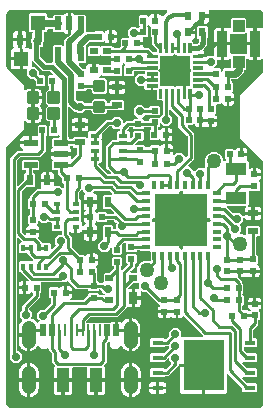
<source format=gbr>
G04 EAGLE Gerber RS-274X export*
G75*
%MOMM*%
%FSLAX34Y34*%
%LPD*%
%INTop Copper*%
%IPPOS*%
%AMOC8*
5,1,8,0,0,1.08239X$1,22.5*%
G01*
%ADD10R,0.600000X0.500000*%
%ADD11R,0.600000X0.900000*%
%ADD12R,0.900000X0.600000*%
%ADD13R,0.500000X0.600000*%
%ADD14R,1.800000X1.000000*%
%ADD15R,0.800000X0.350000*%
%ADD16R,0.350000X0.800000*%
%ADD17R,4.400000X4.400000*%
%ADD18R,0.711200X1.016000*%
%ADD19R,0.685800X0.609600*%
%ADD20C,0.067500*%
%ADD21R,2.500000X2.500000*%
%ADD22R,0.850000X2.200000*%
%ADD23R,1.000000X1.050000*%
%ADD24R,0.600000X0.800000*%
%ADD25C,0.300000*%
%ADD26C,1.270000*%
%ADD27R,0.520000X1.000000*%
%ADD28R,0.270000X1.000000*%
%ADD29R,1.000000X2.000000*%
%ADD30C,1.158000*%
%ADD31C,1.200000*%
%ADD32R,0.750000X0.600000*%
%ADD33R,1.200000X0.550000*%
%ADD34R,0.800000X0.450000*%
%ADD35R,0.450000X0.600000*%
%ADD36R,0.600000X0.450000*%
%ADD37R,0.550000X1.200000*%
%ADD38R,1.270000X1.270000*%
%ADD39R,0.950000X0.450000*%
%ADD40R,3.450000X4.350000*%
%ADD41C,0.254000*%
%ADD42C,0.711200*%
%ADD43C,0.508000*%
%ADD44C,0.304800*%
%ADD45C,0.381000*%
%ADD46C,0.609600*%
%ADD47C,0.406400*%
%ADD48C,0.152400*%

G36*
X7017Y2797D02*
X7017Y2797D01*
X7043Y2796D01*
X8156Y2858D01*
X8158Y2856D01*
X8226Y2839D01*
X8291Y2813D01*
X8365Y2805D01*
X8397Y2797D01*
X8419Y2799D01*
X8458Y2795D01*
X216735Y2795D01*
X216736Y2795D01*
X216738Y2795D01*
X216905Y2814D01*
X217624Y2979D01*
X217685Y3003D01*
X217749Y3019D01*
X217822Y3059D01*
X217852Y3072D01*
X217867Y3084D01*
X217895Y3100D01*
X219203Y4029D01*
X219284Y4110D01*
X219368Y4189D01*
X219373Y4197D01*
X219378Y4202D01*
X219388Y4222D01*
X219454Y4333D01*
X220122Y5791D01*
X220139Y5854D01*
X220166Y5914D01*
X220178Y5996D01*
X220187Y6028D01*
X220186Y6047D01*
X220191Y6080D01*
X220205Y6461D01*
X220203Y6472D01*
X220205Y6489D01*
X220205Y7083D01*
X220201Y7108D01*
X220202Y7154D01*
X220107Y8165D01*
X220120Y8199D01*
X220155Y8258D01*
X220166Y8312D01*
X220187Y8364D01*
X220198Y8469D01*
X220205Y8498D01*
X220203Y8511D01*
X220205Y8531D01*
X220205Y211527D01*
X220191Y211617D01*
X220183Y211708D01*
X220171Y211738D01*
X220166Y211770D01*
X220123Y211850D01*
X220087Y211934D01*
X220061Y211966D01*
X220050Y211987D01*
X220027Y212009D01*
X219982Y212065D01*
X200205Y231842D01*
X200205Y267158D01*
X219982Y286935D01*
X220035Y287009D01*
X220095Y287078D01*
X220107Y287108D01*
X220126Y287134D01*
X220153Y287221D01*
X220187Y287306D01*
X220191Y287347D01*
X220198Y287369D01*
X220197Y287402D01*
X220205Y287473D01*
X220205Y297784D01*
X220194Y297855D01*
X220192Y297927D01*
X220174Y297976D01*
X220166Y298027D01*
X220132Y298091D01*
X220107Y298158D01*
X220075Y298199D01*
X220050Y298244D01*
X219998Y298294D01*
X219953Y298350D01*
X219910Y298378D01*
X219872Y298414D01*
X219807Y298444D01*
X219746Y298483D01*
X219696Y298496D01*
X219649Y298517D01*
X219578Y298525D01*
X219508Y298543D01*
X219456Y298539D01*
X219405Y298545D01*
X219334Y298529D01*
X219263Y298524D01*
X219215Y298503D01*
X219164Y298492D01*
X219103Y298455D01*
X219036Y298427D01*
X218981Y298383D01*
X218953Y298366D01*
X218950Y298363D01*
X218361Y298022D01*
X217714Y297849D01*
X214653Y297849D01*
X214653Y310628D01*
X214650Y310648D01*
X214652Y310667D01*
X214630Y310769D01*
X214613Y310871D01*
X214604Y310888D01*
X214600Y310908D01*
X214547Y310997D01*
X214498Y311088D01*
X214484Y311102D01*
X214474Y311119D01*
X214395Y311186D01*
X214320Y311257D01*
X214302Y311266D01*
X214287Y311279D01*
X214191Y311318D01*
X214097Y311361D01*
X214077Y311363D01*
X214059Y311371D01*
X213892Y311389D01*
X213129Y311389D01*
X213129Y311391D01*
X213892Y311391D01*
X213912Y311394D01*
X213931Y311392D01*
X214033Y311414D01*
X214135Y311431D01*
X214152Y311440D01*
X214172Y311444D01*
X214261Y311497D01*
X214352Y311546D01*
X214366Y311560D01*
X214383Y311570D01*
X214450Y311649D01*
X214521Y311724D01*
X214530Y311742D01*
X214543Y311757D01*
X214582Y311853D01*
X214625Y311947D01*
X214627Y311967D01*
X214635Y311985D01*
X214653Y312152D01*
X214653Y324931D01*
X217714Y324931D01*
X218361Y324758D01*
X218981Y324400D01*
X219016Y324366D01*
X219063Y324344D01*
X219105Y324314D01*
X219174Y324293D01*
X219239Y324263D01*
X219291Y324257D01*
X219340Y324242D01*
X219412Y324243D01*
X219483Y324235D01*
X219534Y324246D01*
X219586Y324248D01*
X219654Y324272D01*
X219724Y324288D01*
X219768Y324314D01*
X219817Y324332D01*
X219873Y324377D01*
X219935Y324414D01*
X219969Y324453D01*
X220009Y324486D01*
X220048Y324546D01*
X220095Y324601D01*
X220114Y324649D01*
X220142Y324693D01*
X220160Y324762D01*
X220187Y324829D01*
X220195Y324900D01*
X220203Y324931D01*
X220201Y324954D01*
X220205Y324996D01*
X220205Y337205D01*
X220204Y337211D01*
X220187Y337368D01*
X220089Y337816D01*
X220065Y337877D01*
X220050Y337941D01*
X220010Y338014D01*
X219998Y338045D01*
X219985Y338060D01*
X219970Y338088D01*
X219380Y338933D01*
X219320Y338994D01*
X219319Y338997D01*
X219313Y339002D01*
X219300Y339015D01*
X219222Y339099D01*
X219213Y339104D01*
X219209Y339109D01*
X219189Y339119D01*
X219143Y339147D01*
X219132Y339157D01*
X219119Y339162D01*
X219079Y339186D01*
X218146Y339623D01*
X218083Y339641D01*
X218023Y339668D01*
X217941Y339681D01*
X217909Y339690D01*
X217890Y339689D01*
X217858Y339694D01*
X217628Y339704D01*
X217615Y339703D01*
X217594Y339705D01*
X217153Y339705D01*
X217129Y339701D01*
X217087Y339702D01*
X216052Y339613D01*
X216037Y339619D01*
X215982Y339652D01*
X215924Y339665D01*
X215869Y339687D01*
X215773Y339698D01*
X215741Y339704D01*
X215726Y339703D01*
X215703Y339705D01*
X174852Y339705D01*
X174832Y339702D01*
X174813Y339704D01*
X174711Y339682D01*
X174609Y339666D01*
X174592Y339656D01*
X174572Y339652D01*
X174483Y339599D01*
X174392Y339550D01*
X174378Y339536D01*
X174361Y339526D01*
X174294Y339447D01*
X174222Y339372D01*
X174214Y339354D01*
X174201Y339339D01*
X174162Y339243D01*
X174119Y339149D01*
X174117Y339129D01*
X174109Y339111D01*
X174091Y338944D01*
X174091Y336399D01*
X169288Y336399D01*
X169269Y336396D01*
X169249Y336398D01*
X169147Y336376D01*
X169045Y336360D01*
X169028Y336350D01*
X169008Y336346D01*
X168919Y336293D01*
X168828Y336244D01*
X168814Y336230D01*
X168797Y336220D01*
X168730Y336141D01*
X168659Y336066D01*
X168650Y336048D01*
X168637Y336033D01*
X168599Y335937D01*
X168555Y335843D01*
X168553Y335823D01*
X168545Y335805D01*
X168527Y335638D01*
X168527Y334923D01*
X167812Y334923D01*
X167792Y334920D01*
X167772Y334922D01*
X167671Y334900D01*
X167569Y334883D01*
X167552Y334874D01*
X167532Y334870D01*
X167443Y334817D01*
X167352Y334768D01*
X167338Y334754D01*
X167321Y334744D01*
X167254Y334665D01*
X167182Y334590D01*
X167174Y334572D01*
X167161Y334557D01*
X167122Y334460D01*
X167079Y334367D01*
X167077Y334347D01*
X167069Y334329D01*
X167051Y334162D01*
X167051Y328359D01*
X165216Y328359D01*
X164569Y328532D01*
X163990Y328867D01*
X163627Y329230D01*
X163611Y329241D01*
X163598Y329257D01*
X163511Y329313D01*
X163427Y329373D01*
X163408Y329379D01*
X163392Y329390D01*
X163291Y329415D01*
X163192Y329446D01*
X163172Y329445D01*
X163153Y329450D01*
X163050Y329442D01*
X162946Y329439D01*
X162928Y329432D01*
X162908Y329431D01*
X162813Y329390D01*
X162715Y329355D01*
X162700Y329342D01*
X162682Y329335D01*
X162551Y329230D01*
X161220Y327899D01*
X161209Y327883D01*
X161193Y327871D01*
X161137Y327783D01*
X161077Y327700D01*
X161071Y327681D01*
X161060Y327664D01*
X161035Y327564D01*
X161004Y327465D01*
X161005Y327445D01*
X161000Y327425D01*
X161008Y327322D01*
X161011Y327219D01*
X161018Y327200D01*
X161019Y327180D01*
X161060Y327085D01*
X161095Y326988D01*
X161108Y326972D01*
X161115Y326954D01*
X161220Y326823D01*
X161583Y326460D01*
X161918Y325881D01*
X162091Y325234D01*
X162091Y322399D01*
X157288Y322399D01*
X157269Y322396D01*
X157249Y322398D01*
X157147Y322376D01*
X157045Y322360D01*
X157028Y322350D01*
X157008Y322346D01*
X156919Y322293D01*
X156828Y322244D01*
X156814Y322230D01*
X156797Y322220D01*
X156730Y322141D01*
X156659Y322066D01*
X156650Y322048D01*
X156637Y322033D01*
X156599Y321937D01*
X156555Y321843D01*
X156553Y321823D01*
X156545Y321805D01*
X156527Y321638D01*
X156527Y320162D01*
X156530Y320142D01*
X156528Y320122D01*
X156550Y320021D01*
X156567Y319919D01*
X156576Y319902D01*
X156580Y319882D01*
X156633Y319793D01*
X156682Y319702D01*
X156696Y319688D01*
X156706Y319671D01*
X156785Y319604D01*
X156860Y319532D01*
X156878Y319524D01*
X156893Y319511D01*
X156990Y319472D01*
X157083Y319429D01*
X157103Y319427D01*
X157121Y319419D01*
X157288Y319401D01*
X162091Y319401D01*
X162091Y316566D01*
X161918Y315919D01*
X161583Y315340D01*
X161110Y314867D01*
X160531Y314532D01*
X160488Y314521D01*
X160401Y314482D01*
X160311Y314449D01*
X160289Y314431D01*
X160263Y314420D01*
X160194Y314355D01*
X160119Y314295D01*
X160104Y314272D01*
X160083Y314252D01*
X160038Y314169D01*
X159986Y314088D01*
X159979Y314061D01*
X159966Y314036D01*
X159949Y313942D01*
X159926Y313850D01*
X159928Y313822D01*
X159923Y313794D01*
X159938Y313699D01*
X159945Y313605D01*
X159956Y313579D01*
X159960Y313551D01*
X160004Y313466D01*
X160042Y313378D01*
X160064Y313351D01*
X160073Y313332D01*
X160097Y313309D01*
X160146Y313247D01*
X160780Y312614D01*
X160780Y312071D01*
X160783Y312051D01*
X160781Y312032D01*
X160803Y311930D01*
X160819Y311828D01*
X160829Y311811D01*
X160833Y311791D01*
X160886Y311702D01*
X160935Y311611D01*
X160949Y311597D01*
X160959Y311580D01*
X161038Y311513D01*
X161113Y311441D01*
X161131Y311433D01*
X161146Y311420D01*
X161242Y311381D01*
X161336Y311338D01*
X161356Y311336D01*
X161374Y311328D01*
X161541Y311310D01*
X164120Y311310D01*
X164151Y311315D01*
X164219Y311316D01*
X164372Y311336D01*
X164435Y311355D01*
X164499Y311364D01*
X164576Y311398D01*
X164607Y311407D01*
X164623Y311419D01*
X164653Y311432D01*
X164917Y311584D01*
X165006Y311657D01*
X165096Y311728D01*
X165102Y311736D01*
X165107Y311740D01*
X165120Y311759D01*
X165196Y311863D01*
X165348Y312127D01*
X165371Y312188D01*
X165404Y312245D01*
X165423Y312326D01*
X165435Y312357D01*
X165436Y312376D01*
X165444Y312408D01*
X165464Y312561D01*
X165463Y312592D01*
X165470Y312660D01*
X165470Y314614D01*
X165467Y314634D01*
X165469Y314653D01*
X165447Y314755D01*
X165431Y314857D01*
X165421Y314874D01*
X165417Y314894D01*
X165364Y314983D01*
X165315Y315074D01*
X165301Y315088D01*
X165291Y315105D01*
X165212Y315172D01*
X165137Y315244D01*
X165119Y315252D01*
X165104Y315265D01*
X165008Y315304D01*
X164975Y315319D01*
X164025Y316268D01*
X164025Y325532D01*
X164918Y326425D01*
X172182Y326425D01*
X173075Y325532D01*
X173075Y316268D01*
X172553Y315746D01*
X172500Y315672D01*
X172440Y315603D01*
X172428Y315573D01*
X172409Y315547D01*
X172382Y315460D01*
X172348Y315375D01*
X172344Y315334D01*
X172337Y315312D01*
X172338Y315279D01*
X172330Y315208D01*
X172330Y310460D01*
X170130Y306650D01*
X169348Y306199D01*
X169293Y306153D01*
X169231Y306116D01*
X169198Y306076D01*
X169158Y306043D01*
X169120Y305982D01*
X169074Y305927D01*
X169055Y305879D01*
X169027Y305835D01*
X169010Y305765D01*
X168984Y305698D01*
X168982Y305646D01*
X168970Y305595D01*
X168976Y305524D01*
X168972Y305452D01*
X168987Y305402D01*
X168991Y305350D01*
X169020Y305285D01*
X169040Y305216D01*
X169069Y305173D01*
X169090Y305125D01*
X169138Y305072D01*
X169179Y305013D01*
X169221Y304982D01*
X169256Y304943D01*
X169318Y304908D01*
X169375Y304865D01*
X169442Y304839D01*
X169470Y304823D01*
X169493Y304819D01*
X169532Y304804D01*
X169828Y304725D01*
X170485Y304346D01*
X171021Y303810D01*
X171400Y303153D01*
X171596Y302421D01*
X171596Y301107D01*
X171607Y301036D01*
X171609Y300964D01*
X171627Y300915D01*
X171635Y300864D01*
X171669Y300801D01*
X171694Y300733D01*
X171726Y300693D01*
X171751Y300647D01*
X171803Y300597D01*
X171847Y300541D01*
X171891Y300513D01*
X171929Y300477D01*
X171994Y300447D01*
X172054Y300408D01*
X172105Y300395D01*
X172152Y300374D01*
X172223Y300366D01*
X172293Y300348D01*
X172345Y300352D01*
X172396Y300346D01*
X172467Y300362D01*
X172538Y300367D01*
X172586Y300388D01*
X172637Y300399D01*
X172698Y300435D01*
X172764Y300464D01*
X172820Y300508D01*
X172848Y300525D01*
X172863Y300543D01*
X172895Y300568D01*
X173508Y301181D01*
X177834Y301181D01*
X177873Y301163D01*
X177925Y301157D01*
X177974Y301142D01*
X178046Y301144D01*
X178117Y301136D01*
X178168Y301147D01*
X178220Y301148D01*
X178288Y301173D01*
X178358Y301188D01*
X178402Y301215D01*
X178451Y301232D01*
X178507Y301277D01*
X178569Y301314D01*
X178603Y301354D01*
X178643Y301386D01*
X178682Y301446D01*
X178729Y301501D01*
X178748Y301549D01*
X178776Y301593D01*
X178794Y301662D01*
X178821Y301729D01*
X178829Y301800D01*
X178837Y301831D01*
X178835Y301855D01*
X178839Y301896D01*
X178839Y309867D01*
X184107Y309867D01*
X184107Y297849D01*
X181454Y297849D01*
X181434Y297846D01*
X181415Y297848D01*
X181313Y297826D01*
X181211Y297810D01*
X181194Y297800D01*
X181174Y297796D01*
X181085Y297743D01*
X180994Y297694D01*
X180980Y297680D01*
X180963Y297670D01*
X180896Y297591D01*
X180825Y297516D01*
X180816Y297498D01*
X180803Y297483D01*
X180764Y297387D01*
X180721Y297293D01*
X180719Y297273D01*
X180711Y297255D01*
X180693Y297088D01*
X180693Y293995D01*
X178512Y291814D01*
X178470Y291756D01*
X178420Y291704D01*
X178398Y291657D01*
X178368Y291615D01*
X178347Y291546D01*
X178317Y291481D01*
X178311Y291429D01*
X178296Y291379D01*
X178298Y291308D01*
X178290Y291237D01*
X178301Y291186D01*
X178302Y291134D01*
X178327Y291066D01*
X178342Y290996D01*
X178369Y290951D01*
X178387Y290903D01*
X178431Y290847D01*
X178468Y290785D01*
X178508Y290751D01*
X178540Y290711D01*
X178601Y290672D01*
X178655Y290625D01*
X178703Y290606D01*
X178747Y290578D01*
X178817Y290560D01*
X178883Y290533D01*
X178955Y290525D01*
X178986Y290517D01*
X179009Y290519D01*
X179050Y290515D01*
X183542Y290515D01*
X184435Y289622D01*
X184435Y288319D01*
X184446Y288249D01*
X184448Y288177D01*
X184466Y288128D01*
X184474Y288077D01*
X184508Y288013D01*
X184533Y287946D01*
X184565Y287905D01*
X184590Y287859D01*
X184641Y287810D01*
X184686Y287754D01*
X184730Y287726D01*
X184768Y287690D01*
X184833Y287660D01*
X184893Y287621D01*
X184944Y287608D01*
X184991Y287586D01*
X185062Y287578D01*
X185132Y287561D01*
X185184Y287565D01*
X185235Y287559D01*
X185306Y287574D01*
X185377Y287580D01*
X185425Y287600D01*
X185476Y287611D01*
X185537Y287648D01*
X185603Y287676D01*
X185659Y287721D01*
X185687Y287738D01*
X185702Y287755D01*
X185734Y287781D01*
X186162Y288209D01*
X186215Y288283D01*
X186275Y288353D01*
X186287Y288383D01*
X186306Y288409D01*
X186333Y288496D01*
X186367Y288581D01*
X186371Y288622D01*
X186378Y288644D01*
X186377Y288676D01*
X186385Y288747D01*
X186385Y289622D01*
X187278Y290515D01*
X188153Y290515D01*
X188243Y290529D01*
X188334Y290537D01*
X188364Y290549D01*
X188395Y290554D01*
X188411Y290563D01*
X192094Y290563D01*
X192114Y290566D01*
X192133Y290564D01*
X192235Y290586D01*
X192337Y290602D01*
X192354Y290612D01*
X192374Y290616D01*
X192463Y290669D01*
X192554Y290718D01*
X192568Y290732D01*
X192585Y290742D01*
X192652Y290821D01*
X192724Y290896D01*
X192732Y290914D01*
X192745Y290929D01*
X192784Y291025D01*
X192827Y291119D01*
X192829Y291139D01*
X192837Y291157D01*
X192855Y291324D01*
X192855Y297934D01*
X192844Y298005D01*
X192842Y298077D01*
X192824Y298126D01*
X192816Y298177D01*
X192782Y298240D01*
X192757Y298308D01*
X192725Y298348D01*
X192700Y298394D01*
X192648Y298444D01*
X192604Y298500D01*
X192560Y298528D01*
X192522Y298564D01*
X192457Y298594D01*
X192397Y298633D01*
X192346Y298646D01*
X192299Y298667D01*
X192228Y298675D01*
X192158Y298693D01*
X192106Y298689D01*
X192055Y298695D01*
X191984Y298679D01*
X191913Y298674D01*
X191865Y298653D01*
X191814Y298642D01*
X191753Y298605D01*
X191687Y298577D01*
X191631Y298533D01*
X191603Y298516D01*
X191588Y298498D01*
X191556Y298473D01*
X191440Y298357D01*
X190861Y298022D01*
X190214Y297849D01*
X187153Y297849D01*
X187153Y309867D01*
X192421Y309867D01*
X192421Y303425D01*
X192432Y303354D01*
X192434Y303282D01*
X192452Y303233D01*
X192460Y303182D01*
X192494Y303119D01*
X192519Y303051D01*
X192551Y303011D01*
X192576Y302965D01*
X192627Y302915D01*
X192672Y302859D01*
X192716Y302831D01*
X192754Y302795D01*
X192819Y302765D01*
X192879Y302726D01*
X192930Y302714D01*
X192977Y302692D01*
X193048Y302684D01*
X193118Y302666D01*
X193170Y302670D01*
X193221Y302665D01*
X193292Y302680D01*
X193363Y302685D01*
X193411Y302706D01*
X193462Y302717D01*
X193523Y302754D01*
X193589Y302782D01*
X193645Y302827D01*
X193673Y302843D01*
X193688Y302861D01*
X193720Y302887D01*
X193748Y302915D01*
X205012Y302915D01*
X205040Y302887D01*
X205098Y302845D01*
X205150Y302795D01*
X205197Y302773D01*
X205239Y302743D01*
X205308Y302722D01*
X205373Y302692D01*
X205425Y302686D01*
X205475Y302671D01*
X205546Y302673D01*
X205617Y302665D01*
X205668Y302676D01*
X205720Y302677D01*
X205788Y302702D01*
X205858Y302717D01*
X205903Y302744D01*
X205951Y302761D01*
X206007Y302806D01*
X206069Y302843D01*
X206103Y302883D01*
X206143Y302915D01*
X206182Y302975D01*
X206229Y303030D01*
X206248Y303078D01*
X206276Y303122D01*
X206294Y303191D01*
X206321Y303258D01*
X206329Y303329D01*
X206337Y303361D01*
X206335Y303384D01*
X206339Y303425D01*
X206339Y309867D01*
X211607Y309867D01*
X211607Y297849D01*
X208546Y297849D01*
X207899Y298022D01*
X207320Y298357D01*
X207204Y298473D01*
X207146Y298515D01*
X207094Y298564D01*
X207047Y298586D01*
X207005Y298616D01*
X206936Y298637D01*
X206871Y298667D01*
X206819Y298673D01*
X206770Y298689D01*
X206698Y298687D01*
X206627Y298695D01*
X206576Y298683D01*
X206524Y298682D01*
X206456Y298658D01*
X206386Y298642D01*
X206342Y298616D01*
X206293Y298598D01*
X206237Y298553D01*
X206175Y298516D01*
X206141Y298477D01*
X206101Y298444D01*
X206062Y298384D01*
X206015Y298329D01*
X205996Y298281D01*
X205968Y298237D01*
X205950Y298168D01*
X205923Y298101D01*
X205915Y298030D01*
X205907Y297999D01*
X205909Y297975D01*
X205905Y297934D01*
X205905Y290258D01*
X205012Y289365D01*
X204714Y289365D01*
X204694Y289362D01*
X204675Y289364D01*
X204573Y289342D01*
X204471Y289326D01*
X204454Y289316D01*
X204434Y289312D01*
X204345Y289259D01*
X204254Y289210D01*
X204240Y289196D01*
X204223Y289186D01*
X204156Y289107D01*
X204084Y289032D01*
X204076Y289014D01*
X204063Y288999D01*
X204024Y288903D01*
X203981Y288809D01*
X203979Y288789D01*
X203971Y288771D01*
X203953Y288604D01*
X203953Y287554D01*
X201707Y283663D01*
X197816Y281417D01*
X193966Y281417D01*
X193946Y281414D01*
X193927Y281416D01*
X193825Y281394D01*
X193723Y281378D01*
X193706Y281368D01*
X193686Y281364D01*
X193597Y281311D01*
X193506Y281262D01*
X193492Y281248D01*
X193475Y281238D01*
X193408Y281159D01*
X193336Y281084D01*
X193328Y281066D01*
X193315Y281051D01*
X193276Y280955D01*
X193233Y280861D01*
X193231Y280841D01*
X193223Y280823D01*
X193205Y280656D01*
X193205Y279737D01*
X193219Y279647D01*
X193227Y279556D01*
X193239Y279526D01*
X193244Y279494D01*
X193287Y279413D01*
X193323Y279330D01*
X193349Y279297D01*
X193360Y279277D01*
X193383Y279255D01*
X193428Y279199D01*
X194435Y278192D01*
X194435Y270928D01*
X194201Y270695D01*
X194131Y270598D01*
X194061Y270502D01*
X194060Y270498D01*
X194058Y270495D01*
X194023Y270382D01*
X193986Y270268D01*
X193986Y270264D01*
X193985Y270260D01*
X193988Y270142D01*
X193990Y270022D01*
X193992Y270018D01*
X193992Y270014D01*
X194032Y269903D01*
X194072Y269790D01*
X194075Y269787D01*
X194076Y269783D01*
X194150Y269690D01*
X194224Y269597D01*
X194228Y269594D01*
X194230Y269591D01*
X194241Y269584D01*
X194359Y269497D01*
X194470Y269433D01*
X194943Y268960D01*
X195278Y268381D01*
X195451Y267734D01*
X195451Y265649D01*
X190898Y265649D01*
X190879Y265646D01*
X190859Y265648D01*
X190757Y265626D01*
X190655Y265610D01*
X190638Y265600D01*
X190618Y265596D01*
X190529Y265543D01*
X190438Y265494D01*
X190424Y265480D01*
X190407Y265470D01*
X190340Y265391D01*
X190269Y265316D01*
X190260Y265298D01*
X190247Y265283D01*
X190209Y265187D01*
X190165Y265093D01*
X190163Y265073D01*
X190155Y265055D01*
X190137Y264888D01*
X190137Y264673D01*
X189922Y264673D01*
X189902Y264670D01*
X189882Y264672D01*
X189781Y264650D01*
X189679Y264633D01*
X189662Y264624D01*
X189642Y264620D01*
X189553Y264567D01*
X189462Y264518D01*
X189448Y264504D01*
X189431Y264494D01*
X189364Y264415D01*
X189292Y264340D01*
X189284Y264322D01*
X189271Y264307D01*
X189232Y264210D01*
X189189Y264117D01*
X189187Y264097D01*
X189179Y264079D01*
X189161Y263912D01*
X189161Y258859D01*
X187576Y258859D01*
X186929Y259032D01*
X186350Y259367D01*
X185877Y259840D01*
X185505Y260484D01*
X185462Y260537D01*
X185431Y260588D01*
X185396Y260618D01*
X185356Y260669D01*
X185352Y260671D01*
X185349Y260674D01*
X185279Y260718D01*
X185244Y260748D01*
X185211Y260761D01*
X185149Y260802D01*
X185145Y260803D01*
X185141Y260805D01*
X185048Y260827D01*
X185016Y260840D01*
X184981Y260844D01*
X184910Y260862D01*
X184906Y260861D01*
X184902Y260862D01*
X184854Y260858D01*
X184849Y260858D01*
X184840Y260858D01*
X184818Y260855D01*
X184783Y260852D01*
X184665Y260843D01*
X184661Y260841D01*
X184657Y260841D01*
X184613Y260821D01*
X184597Y260819D01*
X184550Y260793D01*
X184547Y260792D01*
X184439Y260746D01*
X184435Y260743D01*
X184432Y260742D01*
X184421Y260732D01*
X184396Y260712D01*
X184380Y260704D01*
X184362Y260685D01*
X184308Y260641D01*
X183542Y259875D01*
X181066Y259875D01*
X181046Y259872D01*
X181027Y259874D01*
X180925Y259852D01*
X180823Y259836D01*
X180806Y259826D01*
X180786Y259822D01*
X180697Y259769D01*
X180606Y259720D01*
X180592Y259706D01*
X180575Y259696D01*
X180508Y259617D01*
X180436Y259542D01*
X180428Y259524D01*
X180415Y259509D01*
X180376Y259413D01*
X180333Y259319D01*
X180331Y259299D01*
X180323Y259281D01*
X180305Y259114D01*
X180305Y252768D01*
X179539Y252002D01*
X179470Y251906D01*
X179399Y251810D01*
X179397Y251806D01*
X179395Y251803D01*
X179360Y251690D01*
X179324Y251576D01*
X179324Y251571D01*
X179323Y251567D01*
X179326Y251449D01*
X179328Y251330D01*
X179329Y251326D01*
X179329Y251322D01*
X179370Y251209D01*
X179410Y251098D01*
X179412Y251095D01*
X179414Y251091D01*
X179488Y250997D01*
X179561Y250904D01*
X179565Y250901D01*
X179567Y250899D01*
X179579Y250891D01*
X179696Y250805D01*
X180340Y250433D01*
X180813Y249960D01*
X181148Y249381D01*
X181321Y248734D01*
X181321Y247149D01*
X176268Y247149D01*
X176249Y247146D01*
X176229Y247148D01*
X176127Y247126D01*
X176025Y247110D01*
X176008Y247100D01*
X175988Y247096D01*
X175899Y247043D01*
X175808Y246994D01*
X175794Y246980D01*
X175777Y246970D01*
X175774Y246966D01*
X175720Y247018D01*
X175702Y247026D01*
X175687Y247039D01*
X175590Y247078D01*
X175497Y247121D01*
X175477Y247123D01*
X175459Y247131D01*
X175292Y247149D01*
X170238Y247149D01*
X170216Y247248D01*
X170200Y247351D01*
X170190Y247368D01*
X170186Y247388D01*
X170133Y247477D01*
X170084Y247568D01*
X170070Y247582D01*
X170060Y247599D01*
X169981Y247666D01*
X169906Y247738D01*
X169888Y247746D01*
X169873Y247759D01*
X169777Y247798D01*
X169683Y247841D01*
X169663Y247843D01*
X169645Y247851D01*
X169478Y247869D01*
X168349Y247869D01*
X168349Y249858D01*
X168346Y249878D01*
X168348Y249897D01*
X168326Y249999D01*
X168310Y250101D01*
X168309Y250101D01*
X168309Y255672D01*
X168306Y255691D01*
X168308Y255711D01*
X168286Y255813D01*
X168270Y255915D01*
X168260Y255932D01*
X168256Y255952D01*
X168203Y256041D01*
X168154Y256132D01*
X168140Y256146D01*
X168130Y256163D01*
X168051Y256230D01*
X167976Y256301D01*
X167958Y256310D01*
X167943Y256323D01*
X167847Y256361D01*
X167753Y256405D01*
X167733Y256407D01*
X167715Y256415D01*
X167548Y256433D01*
X166572Y256433D01*
X166552Y256430D01*
X166532Y256432D01*
X166431Y256410D01*
X166329Y256393D01*
X166312Y256384D01*
X166292Y256380D01*
X166203Y256327D01*
X166112Y256278D01*
X166098Y256264D01*
X166081Y256254D01*
X166014Y256175D01*
X165942Y256100D01*
X165934Y256082D01*
X165921Y256067D01*
X165882Y255970D01*
X165839Y255877D01*
X165837Y255857D01*
X165829Y255839D01*
X165811Y255672D01*
X165811Y252922D01*
X165814Y252902D01*
X165812Y252883D01*
X165834Y252781D01*
X165850Y252679D01*
X165851Y252679D01*
X165851Y247108D01*
X165854Y247089D01*
X165852Y247069D01*
X165874Y246967D01*
X165890Y246865D01*
X165900Y246848D01*
X165904Y246828D01*
X165957Y246739D01*
X166006Y246648D01*
X166020Y246634D01*
X166030Y246617D01*
X166034Y246614D01*
X165982Y246560D01*
X165974Y246542D01*
X165961Y246527D01*
X165922Y246430D01*
X165879Y246337D01*
X165877Y246317D01*
X165869Y246299D01*
X165851Y246132D01*
X165851Y241079D01*
X164266Y241079D01*
X163619Y241252D01*
X163040Y241587D01*
X162567Y242060D01*
X162195Y242704D01*
X162120Y242796D01*
X162046Y242889D01*
X162042Y242891D01*
X162039Y242894D01*
X161940Y242957D01*
X161839Y243022D01*
X161835Y243023D01*
X161831Y243025D01*
X161716Y243053D01*
X161600Y243082D01*
X161596Y243081D01*
X161592Y243082D01*
X161473Y243072D01*
X161355Y243063D01*
X161351Y243061D01*
X161347Y243061D01*
X161238Y243013D01*
X161129Y242966D01*
X161125Y242963D01*
X161122Y242962D01*
X161112Y242953D01*
X160998Y242861D01*
X160232Y242095D01*
X156955Y242095D01*
X156884Y242084D01*
X156812Y242082D01*
X156763Y242064D01*
X156712Y242056D01*
X156649Y242022D01*
X156581Y241997D01*
X156541Y241965D01*
X156495Y241940D01*
X156445Y241888D01*
X156389Y241844D01*
X156361Y241800D01*
X156325Y241762D01*
X156295Y241697D01*
X156256Y241637D01*
X156244Y241586D01*
X156222Y241539D01*
X156214Y241468D01*
X156196Y241398D01*
X156200Y241346D01*
X156195Y241295D01*
X156210Y241224D01*
X156215Y241153D01*
X156236Y241105D01*
X156247Y241054D01*
X156284Y240993D01*
X156312Y240927D01*
X156357Y240871D01*
X156373Y240843D01*
X156391Y240828D01*
X156417Y240796D01*
X161795Y235418D01*
X161795Y213542D01*
X159935Y211682D01*
X156833Y208580D01*
X156791Y208522D01*
X156741Y208470D01*
X156719Y208423D01*
X156689Y208381D01*
X156668Y208312D01*
X156638Y208247D01*
X156632Y208195D01*
X156617Y208145D01*
X156619Y208074D01*
X156611Y208003D01*
X156622Y207952D01*
X156623Y207900D01*
X156648Y207832D01*
X156663Y207762D01*
X156690Y207717D01*
X156708Y207669D01*
X156752Y207613D01*
X156789Y207551D01*
X156829Y207517D01*
X156861Y207477D01*
X156922Y207438D01*
X156976Y207391D01*
X157024Y207372D01*
X157068Y207344D01*
X157138Y207326D01*
X157204Y207299D01*
X157276Y207291D01*
X157307Y207283D01*
X157330Y207285D01*
X157371Y207281D01*
X157771Y207281D01*
X160750Y204301D01*
X160758Y204250D01*
X160760Y204178D01*
X160778Y204129D01*
X160786Y204078D01*
X160820Y204014D01*
X160845Y203947D01*
X160877Y203906D01*
X160902Y203860D01*
X160954Y203811D01*
X160998Y203755D01*
X161042Y203727D01*
X161080Y203691D01*
X161145Y203661D01*
X161205Y203622D01*
X161256Y203609D01*
X161303Y203587D01*
X161374Y203579D01*
X161444Y203562D01*
X161496Y203566D01*
X161547Y203560D01*
X161618Y203575D01*
X161689Y203581D01*
X161737Y203601D01*
X161788Y203612D01*
X161849Y203649D01*
X161915Y203677D01*
X161971Y203722D01*
X161999Y203739D01*
X162014Y203756D01*
X162046Y203782D01*
X164671Y206407D01*
X168880Y206407D01*
X169496Y205790D01*
X169554Y205749D01*
X169606Y205699D01*
X169653Y205677D01*
X169695Y205647D01*
X169764Y205626D01*
X169829Y205596D01*
X169881Y205590D01*
X169931Y205574D01*
X170002Y205576D01*
X170073Y205568D01*
X170124Y205579D01*
X170176Y205581D01*
X170244Y205605D01*
X170314Y205621D01*
X170359Y205647D01*
X170407Y205665D01*
X170463Y205710D01*
X170525Y205747D01*
X170559Y205786D01*
X170599Y205819D01*
X170638Y205879D01*
X170685Y205934D01*
X170704Y205982D01*
X170732Y206026D01*
X170750Y206095D01*
X170777Y206162D01*
X170785Y206233D01*
X170793Y206264D01*
X170791Y206288D01*
X170795Y206329D01*
X170795Y207908D01*
X170836Y207948D01*
X170904Y208044D01*
X170974Y208137D01*
X170976Y208143D01*
X170979Y208148D01*
X171014Y208260D01*
X171050Y208371D01*
X171050Y208377D01*
X171052Y208383D01*
X171049Y208500D01*
X171047Y208617D01*
X171045Y208624D01*
X171045Y208629D01*
X171039Y208646D01*
X171001Y208778D01*
X170505Y209974D01*
X170505Y213106D01*
X171704Y216001D01*
X173919Y218216D01*
X176814Y219415D01*
X179946Y219415D01*
X182841Y218216D01*
X185056Y216001D01*
X186255Y213106D01*
X186255Y212489D01*
X186266Y212418D01*
X186268Y212346D01*
X186286Y212297D01*
X186294Y212246D01*
X186328Y212183D01*
X186353Y212115D01*
X186385Y212075D01*
X186410Y212029D01*
X186461Y211979D01*
X186506Y211923D01*
X186550Y211895D01*
X186588Y211859D01*
X186653Y211829D01*
X186713Y211790D01*
X186764Y211778D01*
X186811Y211756D01*
X186882Y211748D01*
X186952Y211730D01*
X187004Y211734D01*
X187055Y211729D01*
X187126Y211744D01*
X187197Y211749D01*
X187245Y211770D01*
X187296Y211781D01*
X187357Y211818D01*
X187423Y211846D01*
X187479Y211891D01*
X187507Y211907D01*
X187522Y211925D01*
X187554Y211951D01*
X187648Y212045D01*
X187761Y212045D01*
X187832Y212056D01*
X187904Y212058D01*
X187953Y212076D01*
X188004Y212084D01*
X188067Y212118D01*
X188135Y212143D01*
X188175Y212175D01*
X188221Y212200D01*
X188271Y212252D01*
X188327Y212296D01*
X188355Y212340D01*
X188391Y212378D01*
X188421Y212443D01*
X188460Y212503D01*
X188472Y212554D01*
X188494Y212601D01*
X188502Y212672D01*
X188520Y212742D01*
X188516Y212794D01*
X188521Y212845D01*
X188506Y212916D01*
X188501Y212987D01*
X188480Y213035D01*
X188469Y213086D01*
X188432Y213147D01*
X188404Y213213D01*
X188359Y213269D01*
X188343Y213297D01*
X188325Y213312D01*
X188299Y213344D01*
X187755Y213888D01*
X187755Y221152D01*
X188648Y222045D01*
X194912Y222045D01*
X195678Y221279D01*
X195774Y221210D01*
X195870Y221139D01*
X195874Y221137D01*
X195877Y221135D01*
X195990Y221100D01*
X196104Y221064D01*
X196109Y221064D01*
X196113Y221063D01*
X196231Y221066D01*
X196350Y221068D01*
X196354Y221069D01*
X196358Y221069D01*
X196471Y221110D01*
X196582Y221150D01*
X196585Y221152D01*
X196589Y221154D01*
X196683Y221228D01*
X196776Y221301D01*
X196779Y221305D01*
X196781Y221307D01*
X196789Y221319D01*
X196875Y221436D01*
X197247Y222080D01*
X197720Y222553D01*
X198299Y222888D01*
X198946Y223061D01*
X200531Y223061D01*
X200531Y218008D01*
X200534Y217989D01*
X200532Y217969D01*
X200554Y217867D01*
X200570Y217765D01*
X200580Y217748D01*
X200584Y217728D01*
X200637Y217639D01*
X200686Y217548D01*
X200700Y217534D01*
X200710Y217517D01*
X200789Y217450D01*
X200864Y217379D01*
X200882Y217370D01*
X200897Y217357D01*
X200993Y217319D01*
X201087Y217275D01*
X201107Y217273D01*
X201125Y217265D01*
X201292Y217247D01*
X201507Y217247D01*
X201507Y217032D01*
X201510Y217012D01*
X201508Y216992D01*
X201530Y216891D01*
X201547Y216789D01*
X201556Y216772D01*
X201560Y216752D01*
X201613Y216663D01*
X201662Y216572D01*
X201676Y216558D01*
X201686Y216541D01*
X201765Y216474D01*
X201840Y216402D01*
X201858Y216394D01*
X201873Y216381D01*
X201970Y216342D01*
X202063Y216299D01*
X202083Y216297D01*
X202101Y216289D01*
X202268Y216271D01*
X206821Y216271D01*
X206821Y214186D01*
X206648Y213539D01*
X206444Y213187D01*
X206410Y213098D01*
X206370Y213011D01*
X206367Y212983D01*
X206357Y212957D01*
X206353Y212861D01*
X206343Y212767D01*
X206349Y212739D01*
X206348Y212711D01*
X206375Y212619D01*
X206395Y212526D01*
X206410Y212502D01*
X206418Y212475D01*
X206473Y212397D01*
X206521Y212315D01*
X206543Y212297D01*
X206559Y212274D01*
X206636Y212217D01*
X206708Y212155D01*
X206735Y212145D01*
X206757Y212128D01*
X206848Y212099D01*
X206864Y212092D01*
X207805Y211152D01*
X207805Y206273D01*
X207824Y206157D01*
X207842Y206038D01*
X207844Y206035D01*
X207844Y206030D01*
X207900Y205926D01*
X207955Y205820D01*
X207958Y205817D01*
X207960Y205813D01*
X208045Y205732D01*
X208131Y205648D01*
X208135Y205647D01*
X208138Y205644D01*
X208245Y205594D01*
X208353Y205542D01*
X208357Y205542D01*
X208361Y205540D01*
X208479Y205527D01*
X208597Y205513D01*
X208602Y205513D01*
X208605Y205513D01*
X208619Y205516D01*
X208763Y205538D01*
X209446Y205721D01*
X211531Y205721D01*
X211531Y201168D01*
X211534Y201149D01*
X211532Y201129D01*
X211554Y201027D01*
X211570Y200925D01*
X211580Y200908D01*
X211584Y200888D01*
X211637Y200799D01*
X211686Y200708D01*
X211700Y200694D01*
X211710Y200677D01*
X211789Y200610D01*
X211864Y200539D01*
X211882Y200530D01*
X211897Y200517D01*
X211993Y200479D01*
X212087Y200435D01*
X212107Y200433D01*
X212125Y200425D01*
X212292Y200407D01*
X212507Y200407D01*
X212507Y200192D01*
X212510Y200172D01*
X212508Y200152D01*
X212530Y200051D01*
X212547Y199949D01*
X212556Y199932D01*
X212560Y199912D01*
X212613Y199823D01*
X212662Y199732D01*
X212676Y199718D01*
X212686Y199701D01*
X212765Y199634D01*
X212840Y199562D01*
X212858Y199554D01*
X212873Y199541D01*
X212970Y199502D01*
X213063Y199459D01*
X213083Y199457D01*
X213101Y199449D01*
X213268Y199431D01*
X218321Y199431D01*
X218321Y197846D01*
X218148Y197199D01*
X217813Y196620D01*
X217340Y196147D01*
X216696Y195775D01*
X216604Y195700D01*
X216511Y195626D01*
X216509Y195622D01*
X216506Y195619D01*
X216443Y195519D01*
X216378Y195419D01*
X216377Y195415D01*
X216375Y195411D01*
X216348Y195296D01*
X216318Y195180D01*
X216319Y195176D01*
X216318Y195172D01*
X216328Y195053D01*
X216337Y194935D01*
X216339Y194931D01*
X216339Y194927D01*
X216388Y194817D01*
X216434Y194709D01*
X216437Y194705D01*
X216438Y194702D01*
X216448Y194691D01*
X216539Y194578D01*
X217305Y193812D01*
X217305Y187548D01*
X216412Y186655D01*
X209148Y186655D01*
X209104Y186699D01*
X209046Y186741D01*
X208994Y186791D01*
X208947Y186813D01*
X208905Y186843D01*
X208836Y186864D01*
X208771Y186894D01*
X208719Y186900D01*
X208669Y186915D01*
X208598Y186913D01*
X208527Y186921D01*
X208476Y186910D01*
X208424Y186909D01*
X208356Y186884D01*
X208286Y186869D01*
X208241Y186842D01*
X208193Y186825D01*
X208137Y186780D01*
X208075Y186743D01*
X208041Y186703D01*
X208001Y186671D01*
X207962Y186611D01*
X207915Y186556D01*
X207896Y186508D01*
X207868Y186464D01*
X207850Y186395D01*
X207823Y186328D01*
X207815Y186257D01*
X207807Y186225D01*
X207809Y186202D01*
X207805Y186161D01*
X207805Y174888D01*
X207377Y174460D01*
X207335Y174402D01*
X207285Y174350D01*
X207263Y174303D01*
X207233Y174261D01*
X207212Y174192D01*
X207182Y174127D01*
X207176Y174075D01*
X207161Y174025D01*
X207163Y173954D01*
X207155Y173883D01*
X207166Y173832D01*
X207167Y173780D01*
X207192Y173712D01*
X207207Y173642D01*
X207234Y173597D01*
X207251Y173549D01*
X207296Y173493D01*
X207333Y173431D01*
X207373Y173397D01*
X207405Y173357D01*
X207465Y173318D01*
X207520Y173271D01*
X207568Y173252D01*
X207612Y173224D01*
X207682Y173206D01*
X207748Y173179D01*
X207819Y173171D01*
X207851Y173163D01*
X207874Y173165D01*
X207915Y173161D01*
X209921Y173161D01*
X209921Y169119D01*
X204379Y169119D01*
X204379Y170954D01*
X204552Y171601D01*
X204887Y172180D01*
X205403Y172696D01*
X205445Y172754D01*
X205494Y172806D01*
X205516Y172853D01*
X205546Y172895D01*
X205567Y172964D01*
X205597Y173029D01*
X205603Y173081D01*
X205619Y173131D01*
X205617Y173202D01*
X205625Y173273D01*
X205613Y173324D01*
X205612Y173376D01*
X205588Y173444D01*
X205572Y173514D01*
X205546Y173559D01*
X205528Y173607D01*
X205483Y173663D01*
X205446Y173725D01*
X205407Y173759D01*
X205374Y173799D01*
X205314Y173838D01*
X205259Y173885D01*
X205211Y173904D01*
X205167Y173932D01*
X205098Y173950D01*
X205031Y173977D01*
X204960Y173985D01*
X204929Y173993D01*
X204905Y173991D01*
X204864Y173995D01*
X190095Y173995D01*
X190024Y173984D01*
X189952Y173982D01*
X189903Y173964D01*
X189852Y173956D01*
X189789Y173922D01*
X189721Y173897D01*
X189681Y173865D01*
X189635Y173840D01*
X189585Y173788D01*
X189529Y173744D01*
X189501Y173700D01*
X189465Y173662D01*
X189435Y173597D01*
X189396Y173537D01*
X189384Y173486D01*
X189362Y173439D01*
X189354Y173368D01*
X189336Y173298D01*
X189340Y173246D01*
X189335Y173195D01*
X189350Y173124D01*
X189355Y173053D01*
X189376Y173005D01*
X189387Y172954D01*
X189424Y172893D01*
X189452Y172827D01*
X189497Y172771D01*
X189513Y172743D01*
X189531Y172728D01*
X189557Y172696D01*
X194425Y167827D01*
X194441Y167815D01*
X194454Y167800D01*
X194541Y167744D01*
X194625Y167684D01*
X194644Y167678D01*
X194661Y167667D01*
X194761Y167642D01*
X194860Y167611D01*
X194880Y167612D01*
X194899Y167607D01*
X195002Y167615D01*
X195106Y167618D01*
X195125Y167624D01*
X195145Y167626D01*
X195240Y167666D01*
X195337Y167702D01*
X195353Y167714D01*
X195371Y167722D01*
X195502Y167827D01*
X195936Y168261D01*
X200145Y168261D01*
X203080Y165325D01*
X203138Y165284D01*
X203190Y165234D01*
X203237Y165212D01*
X203279Y165182D01*
X203348Y165161D01*
X203413Y165131D01*
X203465Y165125D01*
X203515Y165110D01*
X203586Y165111D01*
X203657Y165104D01*
X203708Y165115D01*
X203760Y165116D01*
X203828Y165141D01*
X203898Y165156D01*
X203943Y165183D01*
X203991Y165200D01*
X204047Y165245D01*
X204109Y165282D01*
X204143Y165322D01*
X204183Y165354D01*
X204222Y165414D01*
X204269Y165469D01*
X204288Y165517D01*
X204316Y165561D01*
X204334Y165630D01*
X204361Y165697D01*
X204369Y165768D01*
X204377Y165800D01*
X204375Y165823D01*
X204379Y165864D01*
X204379Y166121D01*
X209921Y166121D01*
X209921Y162079D01*
X206586Y162079D01*
X205939Y162252D01*
X205360Y162587D01*
X204887Y163060D01*
X204541Y163659D01*
X204511Y163696D01*
X204488Y163738D01*
X204434Y163790D01*
X204385Y163849D01*
X204345Y163875D01*
X204310Y163908D01*
X204241Y163940D01*
X204177Y163980D01*
X204131Y163991D01*
X204087Y164011D01*
X204012Y164020D01*
X203938Y164037D01*
X203890Y164033D01*
X203843Y164038D01*
X203768Y164022D01*
X203693Y164015D01*
X203649Y163996D01*
X203602Y163986D01*
X203537Y163947D01*
X203468Y163917D01*
X203432Y163884D01*
X203391Y163860D01*
X203342Y163802D01*
X203286Y163751D01*
X203262Y163709D01*
X203231Y163673D01*
X203203Y163603D01*
X203166Y163536D01*
X203157Y163489D01*
X203139Y163445D01*
X203125Y163317D01*
X203121Y163295D01*
X203122Y163288D01*
X203121Y163278D01*
X203121Y161075D01*
X200824Y158778D01*
X200812Y158762D01*
X200796Y158750D01*
X200740Y158662D01*
X200680Y158579D01*
X200674Y158560D01*
X200663Y158543D01*
X200638Y158442D01*
X200608Y158343D01*
X200608Y158324D01*
X200603Y158304D01*
X200611Y158201D01*
X200614Y158098D01*
X200621Y158079D01*
X200622Y158059D01*
X200663Y157964D01*
X200698Y157867D01*
X200711Y157851D01*
X200719Y157833D01*
X200824Y157702D01*
X201781Y156745D01*
X201781Y152535D01*
X200419Y151174D01*
X200378Y151116D01*
X200328Y151064D01*
X200306Y151017D01*
X200276Y150975D01*
X200255Y150906D01*
X200225Y150841D01*
X200219Y150789D01*
X200204Y150739D01*
X200205Y150668D01*
X200198Y150597D01*
X200209Y150546D01*
X200210Y150494D01*
X200235Y150426D01*
X200250Y150356D01*
X200277Y150311D01*
X200294Y150263D01*
X200339Y150207D01*
X200376Y150145D01*
X200416Y150111D01*
X200448Y150071D01*
X200508Y150032D01*
X200563Y149985D01*
X200611Y149966D01*
X200655Y149938D01*
X200724Y149920D01*
X200791Y149893D01*
X200862Y149885D01*
X200894Y149877D01*
X200917Y149879D01*
X200958Y149875D01*
X202066Y149875D01*
X204343Y148932D01*
X204387Y148921D01*
X204429Y148902D01*
X204506Y148893D01*
X204582Y148876D01*
X204628Y148880D01*
X204673Y148875D01*
X204750Y148891D01*
X204827Y148899D01*
X204869Y148917D01*
X204914Y148927D01*
X204981Y148967D01*
X205052Y148999D01*
X205086Y149030D01*
X205125Y149053D01*
X205176Y149112D01*
X205233Y149165D01*
X205255Y149205D01*
X205285Y149240D01*
X205314Y149312D01*
X205351Y149381D01*
X205360Y149426D01*
X205377Y149468D01*
X205392Y149604D01*
X205395Y149623D01*
X205394Y149628D01*
X205395Y149635D01*
X205395Y156252D01*
X206288Y157145D01*
X216552Y157145D01*
X217445Y156252D01*
X217445Y148988D01*
X216552Y148095D01*
X214976Y148095D01*
X214956Y148092D01*
X214937Y148094D01*
X214835Y148072D01*
X214733Y148056D01*
X214716Y148046D01*
X214696Y148042D01*
X214607Y147989D01*
X214516Y147940D01*
X214502Y147926D01*
X214485Y147916D01*
X214418Y147837D01*
X214346Y147762D01*
X214338Y147744D01*
X214325Y147729D01*
X214286Y147633D01*
X214243Y147539D01*
X214241Y147519D01*
X214233Y147501D01*
X214215Y147334D01*
X214215Y133406D01*
X214218Y133386D01*
X214216Y133367D01*
X214238Y133265D01*
X214254Y133163D01*
X214264Y133146D01*
X214268Y133126D01*
X214321Y133037D01*
X214370Y132946D01*
X214384Y132932D01*
X214394Y132915D01*
X214473Y132848D01*
X214548Y132776D01*
X214566Y132768D01*
X214581Y132755D01*
X214677Y132716D01*
X214771Y132673D01*
X214791Y132671D01*
X214809Y132663D01*
X214976Y132645D01*
X215312Y132645D01*
X216205Y131752D01*
X216205Y125488D01*
X215439Y124722D01*
X215370Y124627D01*
X215299Y124530D01*
X215297Y124526D01*
X215295Y124523D01*
X215260Y124408D01*
X215224Y124296D01*
X215224Y124291D01*
X215223Y124287D01*
X215226Y124169D01*
X215228Y124050D01*
X215229Y124046D01*
X215229Y124042D01*
X215270Y123930D01*
X215309Y123818D01*
X215312Y123814D01*
X215313Y123811D01*
X215388Y123718D01*
X215461Y123624D01*
X215465Y123621D01*
X215467Y123619D01*
X215479Y123611D01*
X215596Y123525D01*
X216240Y123153D01*
X216713Y122680D01*
X217048Y122101D01*
X217221Y121454D01*
X217221Y119869D01*
X212168Y119869D01*
X212149Y119866D01*
X212129Y119868D01*
X212027Y119846D01*
X211925Y119830D01*
X211908Y119820D01*
X211888Y119816D01*
X211799Y119763D01*
X211708Y119714D01*
X211694Y119700D01*
X211677Y119690D01*
X211674Y119686D01*
X211620Y119738D01*
X211602Y119746D01*
X211587Y119759D01*
X211490Y119798D01*
X211397Y119841D01*
X211377Y119843D01*
X211359Y119851D01*
X211192Y119869D01*
X206822Y119869D01*
X206802Y119866D01*
X206783Y119868D01*
X206681Y119846D01*
X206579Y119830D01*
X206562Y119820D01*
X206542Y119816D01*
X206464Y119769D01*
X201008Y119769D01*
X200989Y119766D01*
X200969Y119768D01*
X200867Y119746D01*
X200765Y119730D01*
X200748Y119720D01*
X200728Y119716D01*
X200639Y119663D01*
X200548Y119614D01*
X200534Y119600D01*
X200517Y119590D01*
X200514Y119586D01*
X200460Y119638D01*
X200442Y119646D01*
X200427Y119659D01*
X200330Y119698D01*
X200237Y119741D01*
X200217Y119743D01*
X200199Y119751D01*
X200032Y119769D01*
X190448Y119769D01*
X190429Y119766D01*
X190409Y119768D01*
X190307Y119746D01*
X190205Y119730D01*
X190188Y119720D01*
X190168Y119716D01*
X190079Y119663D01*
X189988Y119614D01*
X189974Y119600D01*
X189957Y119590D01*
X189890Y119511D01*
X189819Y119436D01*
X189810Y119418D01*
X189797Y119403D01*
X189759Y119307D01*
X189715Y119213D01*
X189713Y119193D01*
X189705Y119175D01*
X189687Y119008D01*
X189687Y118032D01*
X189690Y118012D01*
X189688Y117992D01*
X189710Y117891D01*
X189727Y117789D01*
X189736Y117772D01*
X189740Y117752D01*
X189793Y117663D01*
X189842Y117572D01*
X189856Y117558D01*
X189866Y117541D01*
X189945Y117474D01*
X190020Y117402D01*
X190038Y117394D01*
X190053Y117381D01*
X190150Y117342D01*
X190243Y117299D01*
X190263Y117297D01*
X190281Y117289D01*
X190448Y117271D01*
X199271Y117271D01*
X199271Y113397D01*
X199285Y113307D01*
X199293Y113216D01*
X199305Y113186D01*
X199310Y113154D01*
X199353Y113074D01*
X199389Y112990D01*
X199415Y112957D01*
X199426Y112937D01*
X199449Y112915D01*
X199494Y112859D01*
X202275Y110078D01*
X202275Y109427D01*
X202289Y109337D01*
X202297Y109246D01*
X202309Y109216D01*
X202314Y109184D01*
X202357Y109103D01*
X202393Y109020D01*
X202419Y108987D01*
X202430Y108967D01*
X202453Y108945D01*
X202498Y108889D01*
X203505Y107882D01*
X203505Y100618D01*
X202710Y99823D01*
X202698Y99807D01*
X202682Y99795D01*
X202626Y99707D01*
X202566Y99624D01*
X202560Y99605D01*
X202549Y99588D01*
X202524Y99487D01*
X202494Y99388D01*
X202494Y99369D01*
X202489Y99349D01*
X202497Y99246D01*
X202500Y99143D01*
X202507Y99124D01*
X202508Y99104D01*
X202549Y99009D01*
X202584Y98912D01*
X202597Y98896D01*
X202605Y98878D01*
X202710Y98747D01*
X203585Y97872D01*
X203585Y90608D01*
X202578Y89601D01*
X202525Y89527D01*
X202465Y89458D01*
X202453Y89428D01*
X202434Y89402D01*
X202407Y89315D01*
X202373Y89230D01*
X202369Y89189D01*
X202362Y89167D01*
X202363Y89134D01*
X202355Y89063D01*
X202355Y87043D01*
X202369Y86953D01*
X202377Y86862D01*
X202389Y86832D01*
X202394Y86800D01*
X202437Y86720D01*
X202473Y86636D01*
X202499Y86604D01*
X202510Y86583D01*
X202533Y86561D01*
X202578Y86505D01*
X203265Y85818D01*
X203339Y85765D01*
X203408Y85705D01*
X203438Y85693D01*
X203464Y85674D01*
X203551Y85647D01*
X203636Y85613D01*
X203677Y85609D01*
X203699Y85602D01*
X203732Y85603D01*
X203803Y85595D01*
X207192Y85595D01*
X208022Y84765D01*
X208038Y84753D01*
X208050Y84737D01*
X208138Y84681D01*
X208221Y84621D01*
X208240Y84615D01*
X208257Y84604D01*
X208358Y84579D01*
X208457Y84549D01*
X208476Y84549D01*
X208496Y84544D01*
X208599Y84552D01*
X208702Y84555D01*
X208721Y84562D01*
X208741Y84563D01*
X208836Y84604D01*
X208933Y84639D01*
X208949Y84652D01*
X208967Y84660D01*
X209098Y84765D01*
X209381Y85048D01*
X209450Y85143D01*
X209521Y85240D01*
X209523Y85244D01*
X209525Y85247D01*
X209560Y85360D01*
X209596Y85474D01*
X209596Y85479D01*
X209597Y85483D01*
X209594Y85601D01*
X209592Y85720D01*
X209591Y85724D01*
X209591Y85728D01*
X209550Y85841D01*
X209510Y85952D01*
X209508Y85955D01*
X209506Y85959D01*
X209432Y86053D01*
X209359Y86146D01*
X209355Y86149D01*
X209353Y86151D01*
X209341Y86159D01*
X209224Y86245D01*
X208580Y86617D01*
X208107Y87090D01*
X207772Y87669D01*
X207599Y88316D01*
X207599Y89901D01*
X212652Y89901D01*
X212671Y89904D01*
X212691Y89902D01*
X212793Y89924D01*
X212895Y89940D01*
X212912Y89950D01*
X212932Y89954D01*
X213021Y90007D01*
X213112Y90056D01*
X213126Y90070D01*
X213143Y90080D01*
X213146Y90084D01*
X213200Y90032D01*
X213218Y90024D01*
X213233Y90011D01*
X213330Y89972D01*
X213423Y89929D01*
X213443Y89927D01*
X213461Y89919D01*
X213628Y89901D01*
X218681Y89901D01*
X218681Y88316D01*
X218508Y87669D01*
X218173Y87090D01*
X217700Y86617D01*
X217056Y86245D01*
X216964Y86170D01*
X216871Y86096D01*
X216869Y86092D01*
X216866Y86089D01*
X216803Y85989D01*
X216738Y85889D01*
X216737Y85885D01*
X216735Y85881D01*
X216708Y85766D01*
X216678Y85650D01*
X216679Y85646D01*
X216678Y85642D01*
X216688Y85523D01*
X216697Y85405D01*
X216699Y85401D01*
X216699Y85397D01*
X216748Y85287D01*
X216794Y85179D01*
X216797Y85175D01*
X216798Y85172D01*
X216808Y85161D01*
X216899Y85048D01*
X217665Y84282D01*
X217665Y78018D01*
X216772Y77125D01*
X216696Y77125D01*
X216676Y77122D01*
X216657Y77124D01*
X216555Y77102D01*
X216453Y77086D01*
X216436Y77076D01*
X216416Y77072D01*
X216327Y77019D01*
X216236Y76970D01*
X216222Y76956D01*
X216205Y76946D01*
X216138Y76867D01*
X216066Y76792D01*
X216058Y76774D01*
X216045Y76759D01*
X216006Y76663D01*
X215963Y76569D01*
X215961Y76549D01*
X215953Y76531D01*
X215935Y76364D01*
X215935Y73492D01*
X211738Y69295D01*
X211685Y69221D01*
X211625Y69152D01*
X211613Y69122D01*
X211594Y69096D01*
X211567Y69009D01*
X211533Y68924D01*
X211529Y68883D01*
X211522Y68861D01*
X211523Y68828D01*
X211515Y68757D01*
X211515Y62446D01*
X211518Y62426D01*
X211516Y62407D01*
X211538Y62305D01*
X211554Y62203D01*
X211564Y62186D01*
X211568Y62166D01*
X211621Y62077D01*
X211670Y61986D01*
X211684Y61972D01*
X211694Y61955D01*
X211773Y61888D01*
X211848Y61816D01*
X211866Y61808D01*
X211881Y61795D01*
X211977Y61756D01*
X212071Y61713D01*
X212091Y61711D01*
X212109Y61703D01*
X212276Y61685D01*
X214102Y61685D01*
X214995Y60792D01*
X214995Y55028D01*
X214102Y54135D01*
X204476Y54135D01*
X204456Y54132D01*
X204437Y54134D01*
X204335Y54112D01*
X204233Y54096D01*
X204216Y54086D01*
X204196Y54082D01*
X204107Y54029D01*
X204016Y53980D01*
X204002Y53966D01*
X203985Y53956D01*
X203918Y53877D01*
X203846Y53802D01*
X203838Y53784D01*
X203825Y53769D01*
X203786Y53673D01*
X203743Y53579D01*
X203741Y53559D01*
X203733Y53541D01*
X203715Y53374D01*
X203715Y52293D01*
X203729Y52203D01*
X203737Y52112D01*
X203749Y52082D01*
X203754Y52050D01*
X203797Y51970D01*
X203833Y51886D01*
X203859Y51854D01*
X203870Y51833D01*
X203893Y51811D01*
X203905Y51796D01*
X203911Y51785D01*
X203918Y51779D01*
X203938Y51755D01*
X206485Y49208D01*
X206559Y49155D01*
X206628Y49095D01*
X206658Y49083D01*
X206684Y49064D01*
X206771Y49037D01*
X206856Y49003D01*
X206897Y48999D01*
X206919Y48992D01*
X206952Y48993D01*
X207023Y48985D01*
X214102Y48985D01*
X214995Y48092D01*
X214995Y42328D01*
X214102Y41435D01*
X203395Y41435D01*
X203324Y41424D01*
X203252Y41422D01*
X203203Y41404D01*
X203152Y41396D01*
X203089Y41362D01*
X203021Y41337D01*
X202981Y41305D01*
X202935Y41280D01*
X202885Y41229D01*
X202829Y41184D01*
X202801Y41140D01*
X202765Y41102D01*
X202735Y41037D01*
X202696Y40977D01*
X202684Y40926D01*
X202662Y40879D01*
X202654Y40808D01*
X202636Y40738D01*
X202640Y40686D01*
X202635Y40635D01*
X202650Y40564D01*
X202655Y40493D01*
X202676Y40445D01*
X202687Y40394D01*
X202724Y40333D01*
X202752Y40267D01*
X202797Y40211D01*
X202813Y40183D01*
X202831Y40168D01*
X202857Y40136D01*
X206485Y36508D01*
X206559Y36455D01*
X206628Y36395D01*
X206658Y36383D01*
X206684Y36364D01*
X206771Y36337D01*
X206856Y36303D01*
X206897Y36299D01*
X206919Y36292D01*
X206952Y36293D01*
X207023Y36285D01*
X214102Y36285D01*
X214995Y35392D01*
X214995Y29628D01*
X214102Y28735D01*
X203395Y28735D01*
X203324Y28724D01*
X203252Y28722D01*
X203203Y28704D01*
X203152Y28696D01*
X203089Y28662D01*
X203021Y28637D01*
X202981Y28605D01*
X202935Y28580D01*
X202885Y28528D01*
X202829Y28484D01*
X202801Y28440D01*
X202765Y28402D01*
X202735Y28337D01*
X202696Y28277D01*
X202684Y28226D01*
X202662Y28179D01*
X202654Y28108D01*
X202636Y28038D01*
X202640Y27986D01*
X202635Y27935D01*
X202650Y27864D01*
X202655Y27793D01*
X202676Y27745D01*
X202687Y27694D01*
X202724Y27633D01*
X202752Y27567D01*
X202797Y27511D01*
X202813Y27483D01*
X202831Y27468D01*
X202857Y27436D01*
X206485Y23808D01*
X206559Y23755D01*
X206628Y23695D01*
X206658Y23683D01*
X206684Y23664D01*
X206772Y23637D01*
X206856Y23603D01*
X206897Y23599D01*
X206919Y23592D01*
X206952Y23593D01*
X207023Y23585D01*
X214102Y23585D01*
X214995Y22692D01*
X214995Y16928D01*
X214102Y16035D01*
X203338Y16035D01*
X202445Y16928D01*
X202445Y19627D01*
X202431Y19717D01*
X202423Y19808D01*
X202411Y19838D01*
X202406Y19870D01*
X202363Y19950D01*
X202327Y20034D01*
X202301Y20066D01*
X202290Y20087D01*
X202267Y20109D01*
X202222Y20165D01*
X190810Y31577D01*
X190752Y31619D01*
X190700Y31669D01*
X190653Y31691D01*
X190611Y31721D01*
X190542Y31742D01*
X190477Y31772D01*
X190425Y31778D01*
X190375Y31793D01*
X190304Y31791D01*
X190233Y31799D01*
X190182Y31788D01*
X190130Y31787D01*
X190062Y31762D01*
X189992Y31747D01*
X189947Y31720D01*
X189899Y31702D01*
X189843Y31658D01*
X189781Y31621D01*
X189747Y31581D01*
X189707Y31549D01*
X189668Y31488D01*
X189621Y31434D01*
X189602Y31386D01*
X189574Y31342D01*
X189556Y31272D01*
X189529Y31206D01*
X189521Y31134D01*
X189513Y31103D01*
X189515Y31080D01*
X189511Y31039D01*
X189511Y16776D01*
X189338Y16129D01*
X189003Y15550D01*
X188530Y15077D01*
X187951Y14742D01*
X187304Y14569D01*
X171243Y14569D01*
X171243Y38098D01*
X171240Y38118D01*
X171242Y38137D01*
X171220Y38239D01*
X171203Y38341D01*
X171194Y38358D01*
X171190Y38378D01*
X171137Y38467D01*
X171088Y38558D01*
X171074Y38572D01*
X171064Y38589D01*
X170985Y38656D01*
X170910Y38727D01*
X170892Y38736D01*
X170877Y38749D01*
X170781Y38788D01*
X170687Y38831D01*
X170667Y38833D01*
X170649Y38841D01*
X170482Y38859D01*
X169719Y38859D01*
X169719Y39622D01*
X169716Y39642D01*
X169718Y39661D01*
X169696Y39763D01*
X169679Y39865D01*
X169670Y39882D01*
X169666Y39902D01*
X169613Y39991D01*
X169564Y40082D01*
X169550Y40096D01*
X169540Y40113D01*
X169461Y40180D01*
X169386Y40251D01*
X169368Y40260D01*
X169353Y40273D01*
X169257Y40312D01*
X169163Y40355D01*
X169143Y40357D01*
X169125Y40365D01*
X168958Y40383D01*
X149316Y40383D01*
X149296Y40380D01*
X149277Y40382D01*
X149175Y40360D01*
X149073Y40343D01*
X149056Y40334D01*
X149036Y40330D01*
X148947Y40277D01*
X148856Y40228D01*
X148842Y40214D01*
X148825Y40204D01*
X148758Y40125D01*
X148686Y40050D01*
X148678Y40032D01*
X148665Y40017D01*
X148626Y39921D01*
X148583Y39827D01*
X148581Y39807D01*
X148573Y39789D01*
X148555Y39622D01*
X148555Y38782D01*
X139488Y29715D01*
X137397Y29715D01*
X137307Y29701D01*
X137216Y29693D01*
X137186Y29681D01*
X137154Y29676D01*
X137073Y29633D01*
X136990Y29597D01*
X136957Y29571D01*
X136937Y29560D01*
X136915Y29537D01*
X136859Y29492D01*
X136102Y28735D01*
X125338Y28735D01*
X124445Y29628D01*
X124445Y35392D01*
X125338Y36285D01*
X136102Y36285D01*
X136589Y35798D01*
X136605Y35786D01*
X136617Y35770D01*
X136705Y35714D01*
X136788Y35654D01*
X136807Y35648D01*
X136824Y35637D01*
X136925Y35612D01*
X137024Y35582D01*
X137043Y35582D01*
X137063Y35577D01*
X137166Y35585D01*
X137269Y35588D01*
X137288Y35595D01*
X137308Y35596D01*
X137403Y35637D01*
X137500Y35673D01*
X137516Y35685D01*
X137534Y35693D01*
X137665Y35798D01*
X142193Y40325D01*
X142205Y40341D01*
X142220Y40354D01*
X142249Y40399D01*
X142278Y40429D01*
X142297Y40469D01*
X142336Y40525D01*
X142342Y40544D01*
X142353Y40561D01*
X142370Y40627D01*
X142381Y40652D01*
X142385Y40682D01*
X142409Y40760D01*
X142408Y40780D01*
X142413Y40799D01*
X142407Y40881D01*
X142409Y40897D01*
X142405Y40914D01*
X142402Y41006D01*
X142396Y41025D01*
X142394Y41045D01*
X142358Y41130D01*
X142356Y41137D01*
X142352Y41144D01*
X142318Y41237D01*
X142306Y41253D01*
X142298Y41271D01*
X142193Y41402D01*
X140679Y42915D01*
X140679Y44309D01*
X140668Y44380D01*
X140666Y44452D01*
X140648Y44501D01*
X140640Y44552D01*
X140606Y44615D01*
X140581Y44683D01*
X140549Y44723D01*
X140524Y44769D01*
X140472Y44819D01*
X140428Y44875D01*
X140384Y44903D01*
X140346Y44939D01*
X140281Y44969D01*
X140221Y45008D01*
X140170Y45020D01*
X140123Y45042D01*
X140052Y45050D01*
X139982Y45068D01*
X139930Y45064D01*
X139879Y45069D01*
X139808Y45054D01*
X139737Y45049D01*
X139689Y45028D01*
X139638Y45017D01*
X139577Y44980D01*
X139511Y44952D01*
X139455Y44907D01*
X139427Y44891D01*
X139412Y44873D01*
X139380Y44847D01*
X138808Y44275D01*
X137218Y42685D01*
X137165Y42611D01*
X137105Y42542D01*
X137093Y42512D01*
X137074Y42486D01*
X137047Y42399D01*
X137036Y42369D01*
X136102Y41435D01*
X125338Y41435D01*
X124445Y42328D01*
X124445Y48092D01*
X125338Y48985D01*
X135297Y48985D01*
X135387Y48999D01*
X135478Y49007D01*
X135508Y49019D01*
X135540Y49024D01*
X135621Y49067D01*
X135704Y49103D01*
X135737Y49129D01*
X135757Y49140D01*
X135779Y49163D01*
X135835Y49208D01*
X140456Y53829D01*
X140509Y53903D01*
X140569Y53972D01*
X140581Y54002D01*
X140600Y54028D01*
X140627Y54116D01*
X140661Y54200D01*
X140665Y54241D01*
X140672Y54263D01*
X140671Y54296D01*
X140679Y54367D01*
X140679Y54469D01*
X140668Y54540D01*
X140666Y54612D01*
X140648Y54661D01*
X140640Y54712D01*
X140606Y54775D01*
X140581Y54843D01*
X140549Y54883D01*
X140524Y54929D01*
X140473Y54979D01*
X140428Y55035D01*
X140384Y55063D01*
X140346Y55099D01*
X140281Y55129D01*
X140221Y55168D01*
X140170Y55180D01*
X140123Y55202D01*
X140052Y55210D01*
X139982Y55228D01*
X139930Y55224D01*
X139879Y55229D01*
X139808Y55214D01*
X139737Y55209D01*
X139689Y55188D01*
X139638Y55177D01*
X139577Y55140D01*
X139518Y55115D01*
X137397Y55115D01*
X137307Y55101D01*
X137216Y55093D01*
X137186Y55081D01*
X137154Y55076D01*
X137073Y55033D01*
X136990Y54997D01*
X136957Y54971D01*
X136937Y54960D01*
X136915Y54937D01*
X136859Y54892D01*
X136102Y54135D01*
X125338Y54135D01*
X124445Y55028D01*
X124445Y60792D01*
X125338Y61685D01*
X136102Y61685D01*
X136589Y61198D01*
X136605Y61186D01*
X136617Y61170D01*
X136705Y61114D01*
X136788Y61054D01*
X136807Y61048D01*
X136824Y61037D01*
X136925Y61012D01*
X137024Y60982D01*
X137043Y60982D01*
X137063Y60977D01*
X137166Y60985D01*
X137269Y60988D01*
X137288Y60995D01*
X137308Y60996D01*
X137403Y61037D01*
X137500Y61073D01*
X137516Y61085D01*
X137534Y61093D01*
X137665Y61198D01*
X140456Y63989D01*
X140509Y64063D01*
X140569Y64132D01*
X140581Y64162D01*
X140600Y64188D01*
X140627Y64276D01*
X140661Y64360D01*
X140665Y64401D01*
X140672Y64423D01*
X140671Y64456D01*
X140679Y64527D01*
X140679Y67445D01*
X143655Y70421D01*
X147865Y70421D01*
X150841Y67445D01*
X150841Y63796D01*
X150860Y63680D01*
X150878Y63561D01*
X150880Y63557D01*
X150880Y63553D01*
X150936Y63449D01*
X150991Y63342D01*
X150994Y63339D01*
X150996Y63336D01*
X151082Y63254D01*
X151167Y63171D01*
X151171Y63169D01*
X151174Y63166D01*
X151282Y63116D01*
X151389Y63065D01*
X151393Y63064D01*
X151397Y63063D01*
X151515Y63050D01*
X151633Y63035D01*
X151638Y63036D01*
X151641Y63036D01*
X151655Y63039D01*
X151799Y63061D01*
X152136Y63151D01*
X168879Y63151D01*
X168950Y63162D01*
X169022Y63164D01*
X169071Y63182D01*
X169122Y63190D01*
X169185Y63224D01*
X169253Y63249D01*
X169293Y63281D01*
X169339Y63306D01*
X169389Y63358D01*
X169445Y63402D01*
X169473Y63446D01*
X169509Y63484D01*
X169539Y63549D01*
X169578Y63609D01*
X169590Y63660D01*
X169612Y63707D01*
X169620Y63778D01*
X169638Y63848D01*
X169634Y63900D01*
X169639Y63951D01*
X169624Y64022D01*
X169619Y64093D01*
X169598Y64141D01*
X169587Y64192D01*
X169550Y64253D01*
X169522Y64319D01*
X169477Y64375D01*
X169461Y64403D01*
X169443Y64418D01*
X169417Y64450D01*
X168302Y65565D01*
X153483Y80384D01*
X153387Y80453D01*
X153291Y80524D01*
X153287Y80525D01*
X153284Y80528D01*
X153171Y80563D01*
X153057Y80599D01*
X153053Y80599D01*
X153049Y80600D01*
X152930Y80597D01*
X152811Y80595D01*
X152807Y80594D01*
X152803Y80594D01*
X152690Y80553D01*
X152579Y80513D01*
X152576Y80511D01*
X152572Y80509D01*
X152478Y80434D01*
X152385Y80362D01*
X152382Y80358D01*
X152380Y80356D01*
X152372Y80344D01*
X152286Y80226D01*
X152233Y80135D01*
X151760Y79662D01*
X151181Y79327D01*
X150534Y79154D01*
X148449Y79154D01*
X148449Y83707D01*
X148446Y83726D01*
X148448Y83746D01*
X148426Y83848D01*
X148410Y83950D01*
X148400Y83967D01*
X148396Y83987D01*
X148343Y84076D01*
X148294Y84167D01*
X148280Y84181D01*
X148270Y84198D01*
X148191Y84265D01*
X148116Y84336D01*
X148098Y84345D01*
X148083Y84358D01*
X147987Y84396D01*
X147893Y84440D01*
X147873Y84442D01*
X147855Y84450D01*
X147688Y84468D01*
X147473Y84468D01*
X147473Y84683D01*
X147470Y84703D01*
X147472Y84722D01*
X147450Y84824D01*
X147433Y84926D01*
X147424Y84943D01*
X147420Y84963D01*
X147367Y85052D01*
X147318Y85143D01*
X147304Y85157D01*
X147294Y85174D01*
X147215Y85241D01*
X147140Y85313D01*
X147122Y85321D01*
X147107Y85334D01*
X147010Y85373D01*
X146917Y85416D01*
X146897Y85418D01*
X146879Y85426D01*
X146712Y85444D01*
X136828Y85444D01*
X136809Y85441D01*
X136789Y85443D01*
X136687Y85421D01*
X136585Y85405D01*
X136568Y85395D01*
X136548Y85391D01*
X136459Y85338D01*
X136368Y85289D01*
X136354Y85275D01*
X136337Y85265D01*
X136334Y85261D01*
X136280Y85313D01*
X136262Y85321D01*
X136247Y85334D01*
X136150Y85373D01*
X136057Y85416D01*
X136037Y85418D01*
X136019Y85426D01*
X135852Y85444D01*
X130799Y85444D01*
X130799Y87029D01*
X130972Y87676D01*
X131307Y88255D01*
X131780Y88728D01*
X132424Y89100D01*
X132516Y89175D01*
X132609Y89249D01*
X132611Y89253D01*
X132614Y89256D01*
X132677Y89356D01*
X132742Y89456D01*
X132743Y89460D01*
X132745Y89464D01*
X132772Y89579D01*
X132802Y89695D01*
X132801Y89699D01*
X132802Y89703D01*
X132792Y89822D01*
X132783Y89940D01*
X132781Y89944D01*
X132781Y89948D01*
X132733Y90056D01*
X132686Y90166D01*
X132683Y90170D01*
X132682Y90173D01*
X132672Y90184D01*
X132581Y90297D01*
X131701Y91177D01*
X131627Y91230D01*
X131558Y91290D01*
X131528Y91302D01*
X131502Y91321D01*
X131415Y91348D01*
X131330Y91382D01*
X131289Y91386D01*
X131267Y91393D01*
X131234Y91392D01*
X131163Y91400D01*
X130987Y91400D01*
X129127Y93260D01*
X121711Y100676D01*
X121637Y100729D01*
X121568Y100789D01*
X121538Y100801D01*
X121512Y100820D01*
X121425Y100847D01*
X121340Y100881D01*
X121299Y100885D01*
X121277Y100892D01*
X121244Y100891D01*
X121173Y100899D01*
X118255Y100899D01*
X117726Y101429D01*
X117668Y101470D01*
X117616Y101520D01*
X117569Y101542D01*
X117527Y101572D01*
X117458Y101593D01*
X117393Y101623D01*
X117341Y101629D01*
X117291Y101644D01*
X117220Y101643D01*
X117149Y101650D01*
X117098Y101639D01*
X117046Y101638D01*
X116978Y101613D01*
X116908Y101598D01*
X116863Y101571D01*
X116815Y101554D01*
X116759Y101509D01*
X116697Y101472D01*
X116663Y101432D01*
X116623Y101400D01*
X116584Y101340D01*
X116537Y101285D01*
X116518Y101237D01*
X116490Y101193D01*
X116472Y101123D01*
X116445Y101057D01*
X116437Y100986D01*
X116429Y100954D01*
X116431Y100931D01*
X116427Y100890D01*
X116427Y97403D01*
X111853Y97403D01*
X111853Y103501D01*
X114220Y103501D01*
X114321Y103474D01*
X114440Y103462D01*
X114557Y103449D01*
X114562Y103450D01*
X114566Y103449D01*
X114682Y103476D01*
X114798Y103501D01*
X114801Y103503D01*
X114805Y103504D01*
X114907Y103566D01*
X115009Y103627D01*
X115012Y103630D01*
X115015Y103633D01*
X115091Y103724D01*
X115169Y103814D01*
X115170Y103818D01*
X115173Y103821D01*
X115216Y103931D01*
X115261Y104042D01*
X115261Y104047D01*
X115263Y104050D01*
X115263Y104064D01*
X115279Y104209D01*
X115279Y107564D01*
X115276Y107584D01*
X115278Y107603D01*
X115256Y107705D01*
X115240Y107807D01*
X115230Y107824D01*
X115226Y107844D01*
X115173Y107933D01*
X115124Y108024D01*
X115110Y108038D01*
X115100Y108055D01*
X115021Y108122D01*
X114946Y108194D01*
X114928Y108202D01*
X114913Y108215D01*
X114817Y108254D01*
X114723Y108297D01*
X114703Y108299D01*
X114685Y108307D01*
X114518Y108325D01*
X110025Y108325D01*
X109935Y108311D01*
X109844Y108303D01*
X109814Y108291D01*
X109782Y108286D01*
X109702Y108243D01*
X109618Y108207D01*
X109586Y108181D01*
X109565Y108170D01*
X109543Y108147D01*
X109487Y108102D01*
X106430Y105045D01*
X106185Y104800D01*
X106143Y104742D01*
X106093Y104690D01*
X106071Y104643D01*
X106041Y104601D01*
X106020Y104532D01*
X105990Y104467D01*
X105984Y104415D01*
X105969Y104365D01*
X105971Y104294D01*
X105963Y104223D01*
X105974Y104172D01*
X105975Y104120D01*
X106000Y104052D01*
X106015Y103982D01*
X106042Y103937D01*
X106060Y103889D01*
X106104Y103833D01*
X106141Y103771D01*
X106181Y103737D01*
X106213Y103697D01*
X106273Y103658D01*
X106328Y103611D01*
X106376Y103592D01*
X106420Y103564D01*
X106490Y103546D01*
X106556Y103519D01*
X106627Y103511D01*
X106659Y103503D01*
X106682Y103505D01*
X106723Y103501D01*
X108807Y103501D01*
X108807Y96642D01*
X108810Y96622D01*
X108808Y96603D01*
X108830Y96501D01*
X108847Y96399D01*
X108856Y96382D01*
X108860Y96362D01*
X108913Y96273D01*
X108962Y96182D01*
X108976Y96168D01*
X108986Y96151D01*
X109065Y96084D01*
X109140Y96013D01*
X109158Y96004D01*
X109173Y95991D01*
X109269Y95952D01*
X109363Y95909D01*
X109383Y95907D01*
X109401Y95899D01*
X109568Y95881D01*
X110331Y95881D01*
X110331Y95879D01*
X109568Y95879D01*
X109548Y95876D01*
X109529Y95878D01*
X109427Y95856D01*
X109325Y95839D01*
X109308Y95830D01*
X109288Y95826D01*
X109199Y95773D01*
X109108Y95724D01*
X109094Y95710D01*
X109077Y95700D01*
X109010Y95621D01*
X108939Y95546D01*
X108930Y95528D01*
X108917Y95513D01*
X108878Y95417D01*
X108835Y95323D01*
X108833Y95303D01*
X108825Y95285D01*
X108807Y95118D01*
X108807Y88259D01*
X106440Y88259D01*
X106101Y88350D01*
X106033Y88357D01*
X105968Y88373D01*
X105912Y88369D01*
X105856Y88375D01*
X105790Y88359D01*
X105723Y88354D01*
X105671Y88332D01*
X105616Y88320D01*
X105558Y88284D01*
X105496Y88258D01*
X105435Y88208D01*
X105406Y88191D01*
X105393Y88175D01*
X105365Y88153D01*
X103515Y86302D01*
X96796Y79583D01*
X74161Y79583D01*
X74071Y79569D01*
X73980Y79561D01*
X73950Y79549D01*
X73918Y79544D01*
X73838Y79501D01*
X73754Y79465D01*
X73721Y79439D01*
X73701Y79428D01*
X73679Y79405D01*
X73623Y79360D01*
X70537Y76274D01*
X70495Y76216D01*
X70445Y76164D01*
X70423Y76117D01*
X70393Y76075D01*
X70372Y76006D01*
X70342Y75941D01*
X70336Y75889D01*
X70321Y75839D01*
X70323Y75768D01*
X70315Y75697D01*
X70326Y75646D01*
X70327Y75594D01*
X70352Y75526D01*
X70367Y75456D01*
X70394Y75411D01*
X70412Y75363D01*
X70456Y75307D01*
X70493Y75245D01*
X70533Y75211D01*
X70565Y75171D01*
X70626Y75132D01*
X70680Y75085D01*
X70728Y75066D01*
X70772Y75038D01*
X70842Y75020D01*
X70908Y74993D01*
X70980Y74985D01*
X71011Y74977D01*
X71034Y74979D01*
X71075Y74975D01*
X74244Y74975D01*
X74250Y74967D01*
X74337Y74911D01*
X74421Y74851D01*
X74440Y74845D01*
X74457Y74834D01*
X74557Y74809D01*
X74656Y74779D01*
X74676Y74779D01*
X74696Y74774D01*
X74799Y74782D01*
X74902Y74785D01*
X74921Y74792D01*
X74941Y74793D01*
X75036Y74834D01*
X75133Y74869D01*
X75149Y74882D01*
X75167Y74890D01*
X75273Y74975D01*
X79244Y74975D01*
X79250Y74967D01*
X79337Y74911D01*
X79421Y74851D01*
X79440Y74845D01*
X79457Y74834D01*
X79557Y74809D01*
X79656Y74779D01*
X79676Y74779D01*
X79696Y74774D01*
X79799Y74782D01*
X79902Y74785D01*
X79921Y74792D01*
X79941Y74793D01*
X80036Y74834D01*
X80133Y74869D01*
X80149Y74882D01*
X80167Y74890D01*
X80273Y74975D01*
X84301Y74975D01*
X84315Y74970D01*
X84332Y74959D01*
X84433Y74934D01*
X84531Y74904D01*
X84551Y74904D01*
X84571Y74899D01*
X84674Y74907D01*
X84777Y74910D01*
X84796Y74917D01*
X84816Y74918D01*
X84911Y74959D01*
X84954Y74975D01*
X90776Y74975D01*
X90866Y74989D01*
X90957Y74997D01*
X90987Y75009D01*
X91019Y75014D01*
X91100Y75057D01*
X91184Y75093D01*
X91216Y75119D01*
X91236Y75130D01*
X91259Y75153D01*
X91315Y75198D01*
X91600Y75483D01*
X92179Y75818D01*
X92826Y75991D01*
X94461Y75991D01*
X94461Y68988D01*
X94464Y68969D01*
X94462Y68949D01*
X94484Y68847D01*
X94500Y68745D01*
X94510Y68728D01*
X94514Y68708D01*
X94567Y68619D01*
X94616Y68528D01*
X94630Y68514D01*
X94640Y68497D01*
X94719Y68430D01*
X94794Y68359D01*
X94812Y68350D01*
X94827Y68337D01*
X94923Y68299D01*
X95017Y68255D01*
X95037Y68253D01*
X95055Y68245D01*
X95222Y68227D01*
X96298Y68227D01*
X96318Y68230D01*
X96337Y68228D01*
X96439Y68250D01*
X96541Y68267D01*
X96558Y68276D01*
X96578Y68280D01*
X96667Y68333D01*
X96758Y68382D01*
X96772Y68396D01*
X96789Y68406D01*
X96856Y68485D01*
X96928Y68560D01*
X96936Y68578D01*
X96949Y68593D01*
X96988Y68690D01*
X97031Y68783D01*
X97033Y68803D01*
X97041Y68821D01*
X97059Y68988D01*
X97059Y75991D01*
X98694Y75991D01*
X99341Y75818D01*
X99920Y75483D01*
X100078Y75326D01*
X100154Y75270D01*
X100226Y75210D01*
X100253Y75199D01*
X100277Y75182D01*
X100368Y75154D01*
X100455Y75120D01*
X100484Y75118D01*
X100512Y75110D01*
X100607Y75112D01*
X100701Y75107D01*
X100729Y75115D01*
X100758Y75116D01*
X100847Y75148D01*
X100861Y75152D01*
X100866Y75153D01*
X100868Y75154D01*
X100938Y75174D01*
X100962Y75190D01*
X100989Y75200D01*
X101056Y75254D01*
X101083Y75268D01*
X101097Y75282D01*
X101141Y75313D01*
X101165Y75341D01*
X101181Y75354D01*
X101199Y75382D01*
X101249Y75441D01*
X101489Y75801D01*
X102649Y76961D01*
X104014Y77873D01*
X105530Y78501D01*
X106437Y78681D01*
X106437Y65462D01*
X106440Y65442D01*
X106438Y65423D01*
X106460Y65321D01*
X106477Y65219D01*
X106486Y65202D01*
X106490Y65182D01*
X106543Y65093D01*
X106592Y65002D01*
X106606Y64988D01*
X106616Y64971D01*
X106695Y64904D01*
X106770Y64833D01*
X106788Y64824D01*
X106803Y64811D01*
X106899Y64773D01*
X106993Y64729D01*
X107013Y64727D01*
X107031Y64719D01*
X107198Y64701D01*
X107961Y64701D01*
X107961Y64699D01*
X107198Y64699D01*
X107178Y64696D01*
X107159Y64698D01*
X107057Y64676D01*
X106955Y64659D01*
X106938Y64650D01*
X106918Y64646D01*
X106829Y64593D01*
X106738Y64544D01*
X106724Y64530D01*
X106707Y64520D01*
X106640Y64441D01*
X106569Y64366D01*
X106560Y64348D01*
X106547Y64333D01*
X106508Y64237D01*
X106465Y64143D01*
X106463Y64123D01*
X106455Y64105D01*
X106437Y63938D01*
X106437Y50719D01*
X105530Y50899D01*
X104014Y51527D01*
X102649Y52439D01*
X101489Y53599D01*
X100577Y54964D01*
X100518Y55108D01*
X100493Y55147D01*
X100478Y55190D01*
X100429Y55251D01*
X100388Y55317D01*
X100353Y55346D01*
X100324Y55382D01*
X100259Y55424D01*
X100199Y55474D01*
X100156Y55490D01*
X100117Y55515D01*
X100042Y55534D01*
X99969Y55562D01*
X99923Y55564D01*
X99879Y55575D01*
X99801Y55569D01*
X99723Y55573D01*
X99679Y55560D01*
X99633Y55556D01*
X99562Y55526D01*
X99487Y55504D01*
X99449Y55478D01*
X99407Y55460D01*
X99300Y55374D01*
X99285Y55364D01*
X99282Y55360D01*
X99276Y55355D01*
X96696Y52775D01*
X92824Y52775D01*
X90085Y55514D01*
X90085Y58375D01*
X90083Y58391D01*
X90084Y58405D01*
X90073Y58455D01*
X90072Y58517D01*
X90054Y58566D01*
X90046Y58617D01*
X90033Y58641D01*
X90032Y58646D01*
X90019Y58667D01*
X90012Y58681D01*
X89987Y58748D01*
X89955Y58789D01*
X89930Y58835D01*
X89878Y58884D01*
X89834Y58940D01*
X89790Y58968D01*
X89752Y59004D01*
X89687Y59034D01*
X89627Y59073D01*
X89576Y59086D01*
X89529Y59108D01*
X89458Y59116D01*
X89388Y59133D01*
X89336Y59129D01*
X89285Y59135D01*
X89214Y59120D01*
X89143Y59114D01*
X89095Y59094D01*
X89044Y59083D01*
X88983Y59046D01*
X88917Y59018D01*
X88869Y58980D01*
X88855Y58972D01*
X88849Y58966D01*
X88833Y58957D01*
X88818Y58939D01*
X88786Y58913D01*
X87998Y58125D01*
X87953Y58063D01*
X87924Y58033D01*
X87919Y58021D01*
X87885Y57982D01*
X87873Y57951D01*
X87854Y57925D01*
X87827Y57838D01*
X87793Y57753D01*
X87789Y57712D01*
X87782Y57690D01*
X87783Y57658D01*
X87775Y57587D01*
X87775Y41502D01*
X85576Y39304D01*
X85564Y39288D01*
X85549Y39275D01*
X85493Y39188D01*
X85432Y39104D01*
X85427Y39085D01*
X85416Y39068D01*
X85391Y38968D01*
X85360Y38869D01*
X85361Y38849D01*
X85356Y38830D01*
X85364Y38727D01*
X85366Y38623D01*
X85373Y38604D01*
X85375Y38584D01*
X85415Y38489D01*
X85451Y38392D01*
X85463Y38376D01*
X85471Y38358D01*
X85576Y38227D01*
X85793Y38010D01*
X86128Y37431D01*
X86301Y36784D01*
X86301Y27973D01*
X79522Y27973D01*
X79502Y27970D01*
X79483Y27972D01*
X79381Y27950D01*
X79279Y27933D01*
X79262Y27924D01*
X79242Y27920D01*
X79153Y27867D01*
X79062Y27818D01*
X79048Y27804D01*
X79031Y27794D01*
X78964Y27715D01*
X78893Y27640D01*
X78884Y27622D01*
X78871Y27607D01*
X78832Y27511D01*
X78789Y27417D01*
X78787Y27397D01*
X78779Y27379D01*
X78761Y27212D01*
X78761Y26449D01*
X78759Y26449D01*
X78759Y27212D01*
X78756Y27232D01*
X78758Y27251D01*
X78736Y27353D01*
X78719Y27455D01*
X78710Y27472D01*
X78706Y27492D01*
X78653Y27581D01*
X78604Y27672D01*
X78590Y27686D01*
X78580Y27703D01*
X78501Y27770D01*
X78426Y27841D01*
X78408Y27850D01*
X78393Y27863D01*
X78297Y27902D01*
X78203Y27945D01*
X78183Y27947D01*
X78165Y27955D01*
X77998Y27973D01*
X71219Y27973D01*
X71219Y36384D01*
X71216Y36404D01*
X71218Y36423D01*
X71196Y36525D01*
X71180Y36627D01*
X71170Y36644D01*
X71166Y36664D01*
X71113Y36753D01*
X71064Y36844D01*
X71050Y36858D01*
X71040Y36875D01*
X70961Y36942D01*
X70886Y37014D01*
X70868Y37022D01*
X70853Y37035D01*
X70757Y37074D01*
X70663Y37117D01*
X70643Y37119D01*
X70625Y37127D01*
X70458Y37145D01*
X59062Y37145D01*
X59042Y37142D01*
X59023Y37144D01*
X58921Y37122D01*
X58819Y37106D01*
X58802Y37096D01*
X58782Y37092D01*
X58693Y37039D01*
X58602Y36990D01*
X58588Y36976D01*
X58571Y36966D01*
X58504Y36887D01*
X58432Y36812D01*
X58424Y36794D01*
X58411Y36779D01*
X58372Y36683D01*
X58329Y36589D01*
X58327Y36569D01*
X58319Y36551D01*
X58301Y36384D01*
X58301Y27973D01*
X51522Y27973D01*
X51502Y27970D01*
X51483Y27972D01*
X51381Y27950D01*
X51279Y27933D01*
X51262Y27924D01*
X51242Y27920D01*
X51153Y27867D01*
X51062Y27818D01*
X51048Y27804D01*
X51031Y27794D01*
X50964Y27715D01*
X50893Y27640D01*
X50884Y27622D01*
X50871Y27607D01*
X50832Y27511D01*
X50789Y27417D01*
X50787Y27397D01*
X50779Y27379D01*
X50761Y27212D01*
X50761Y26449D01*
X50759Y26449D01*
X50759Y27212D01*
X50756Y27232D01*
X50758Y27251D01*
X50736Y27353D01*
X50719Y27455D01*
X50710Y27472D01*
X50706Y27492D01*
X50653Y27581D01*
X50604Y27672D01*
X50590Y27686D01*
X50580Y27703D01*
X50501Y27770D01*
X50426Y27841D01*
X50408Y27850D01*
X50393Y27863D01*
X50297Y27902D01*
X50203Y27945D01*
X50183Y27947D01*
X50165Y27955D01*
X49998Y27973D01*
X43219Y27973D01*
X43219Y36784D01*
X43392Y37431D01*
X43777Y38097D01*
X43783Y38112D01*
X43807Y38146D01*
X43813Y38165D01*
X43824Y38183D01*
X43849Y38283D01*
X43859Y38314D01*
X43864Y38327D01*
X43864Y38330D01*
X43880Y38380D01*
X43879Y38401D01*
X43884Y38421D01*
X43876Y38523D01*
X43874Y38626D01*
X43867Y38646D01*
X43865Y38666D01*
X43825Y38761D01*
X43790Y38858D01*
X43777Y38874D01*
X43769Y38893D01*
X43664Y39024D01*
X41365Y41322D01*
X41365Y48790D01*
X41351Y48880D01*
X41343Y48971D01*
X41331Y49001D01*
X41326Y49033D01*
X41283Y49113D01*
X41247Y49197D01*
X41221Y49229D01*
X41210Y49250D01*
X41187Y49272D01*
X41142Y49328D01*
X38465Y52005D01*
X38465Y52706D01*
X38454Y52777D01*
X38452Y52849D01*
X38434Y52898D01*
X38426Y52949D01*
X38392Y53012D01*
X38367Y53080D01*
X38335Y53120D01*
X38310Y53167D01*
X38258Y53216D01*
X38214Y53272D01*
X38170Y53300D01*
X38132Y53336D01*
X38067Y53366D01*
X38007Y53405D01*
X37956Y53418D01*
X37909Y53440D01*
X37838Y53447D01*
X37768Y53465D01*
X37716Y53461D01*
X37665Y53467D01*
X37594Y53451D01*
X37523Y53446D01*
X37475Y53425D01*
X37424Y53414D01*
X37363Y53378D01*
X37297Y53349D01*
X37241Y53305D01*
X37213Y53288D01*
X37198Y53270D01*
X37166Y53245D01*
X36696Y52775D01*
X32824Y52775D01*
X30244Y55355D01*
X30207Y55382D01*
X30176Y55416D01*
X30107Y55453D01*
X30044Y55499D01*
X30000Y55512D01*
X29960Y55534D01*
X29883Y55548D01*
X29809Y55571D01*
X29763Y55570D01*
X29718Y55578D01*
X29641Y55567D01*
X29563Y55565D01*
X29520Y55549D01*
X29475Y55542D01*
X29405Y55507D01*
X29332Y55480D01*
X29296Y55451D01*
X29255Y55431D01*
X29201Y55375D01*
X29140Y55326D01*
X29115Y55288D01*
X29083Y55255D01*
X29017Y55135D01*
X29007Y55120D01*
X29006Y55115D01*
X29002Y55108D01*
X28943Y54964D01*
X28031Y53599D01*
X26871Y52439D01*
X25506Y51527D01*
X23990Y50899D01*
X23083Y50719D01*
X23083Y63938D01*
X23080Y63958D01*
X23082Y63977D01*
X23060Y64079D01*
X23043Y64181D01*
X23034Y64198D01*
X23030Y64218D01*
X22977Y64307D01*
X22928Y64398D01*
X22914Y64412D01*
X22904Y64429D01*
X22825Y64496D01*
X22750Y64567D01*
X22732Y64576D01*
X22717Y64589D01*
X22621Y64627D01*
X22527Y64671D01*
X22507Y64673D01*
X22489Y64681D01*
X22322Y64699D01*
X21559Y64699D01*
X21559Y65462D01*
X21556Y65482D01*
X21558Y65501D01*
X21536Y65603D01*
X21519Y65705D01*
X21510Y65722D01*
X21506Y65742D01*
X21453Y65831D01*
X21404Y65922D01*
X21390Y65936D01*
X21380Y65953D01*
X21301Y66020D01*
X21226Y66091D01*
X21208Y66100D01*
X21193Y66113D01*
X21097Y66152D01*
X21003Y66195D01*
X20983Y66197D01*
X20965Y66205D01*
X20798Y66223D01*
X13229Y66223D01*
X13229Y71311D01*
X13549Y72920D01*
X14177Y74436D01*
X15089Y75801D01*
X15918Y76630D01*
X15930Y76646D01*
X15946Y76658D01*
X16002Y76746D01*
X16062Y76830D01*
X16068Y76849D01*
X16079Y76865D01*
X16104Y76966D01*
X16134Y77065D01*
X16134Y77085D01*
X16139Y77104D01*
X16131Y77207D01*
X16128Y77311D01*
X16121Y77329D01*
X16120Y77349D01*
X16079Y77444D01*
X16043Y77542D01*
X16031Y77557D01*
X16023Y77575D01*
X15918Y77706D01*
X13889Y79735D01*
X13889Y83945D01*
X15952Y86008D01*
X15996Y86069D01*
X16030Y86104D01*
X16036Y86117D01*
X16065Y86151D01*
X16077Y86181D01*
X16096Y86207D01*
X16123Y86294D01*
X16157Y86379D01*
X16161Y86420D01*
X16168Y86442D01*
X16167Y86475D01*
X16175Y86546D01*
X16175Y89498D01*
X25342Y98665D01*
X25395Y98739D01*
X25455Y98808D01*
X25467Y98838D01*
X25486Y98864D01*
X25513Y98951D01*
X25547Y99036D01*
X25551Y99077D01*
X25558Y99099D01*
X25557Y99132D01*
X25565Y99203D01*
X25565Y99413D01*
X25551Y99503D01*
X25543Y99594D01*
X25531Y99624D01*
X25526Y99656D01*
X25483Y99737D01*
X25447Y99820D01*
X25421Y99853D01*
X25410Y99873D01*
X25387Y99895D01*
X25342Y99951D01*
X24462Y100831D01*
X24366Y100900D01*
X24270Y100971D01*
X24266Y100973D01*
X24263Y100975D01*
X24150Y101010D01*
X24036Y101046D01*
X24031Y101046D01*
X24027Y101047D01*
X23909Y101044D01*
X23790Y101042D01*
X23786Y101041D01*
X23782Y101041D01*
X23669Y101000D01*
X23558Y100960D01*
X23555Y100958D01*
X23551Y100956D01*
X23456Y100881D01*
X23364Y100809D01*
X23361Y100805D01*
X23359Y100803D01*
X23351Y100791D01*
X23265Y100674D01*
X22893Y100030D01*
X22420Y99557D01*
X21841Y99222D01*
X21194Y99049D01*
X19609Y99049D01*
X19609Y104102D01*
X19606Y104121D01*
X19608Y104141D01*
X19586Y104243D01*
X19570Y104345D01*
X19560Y104362D01*
X19556Y104382D01*
X19503Y104471D01*
X19454Y104562D01*
X19440Y104576D01*
X19430Y104593D01*
X19426Y104596D01*
X19478Y104650D01*
X19486Y104668D01*
X19499Y104683D01*
X19538Y104780D01*
X19581Y104873D01*
X19583Y104893D01*
X19591Y104911D01*
X19609Y105078D01*
X19609Y110131D01*
X20862Y110131D01*
X20932Y110142D01*
X21004Y110144D01*
X21053Y110162D01*
X21104Y110170D01*
X21168Y110204D01*
X21235Y110229D01*
X21276Y110261D01*
X21322Y110286D01*
X21371Y110338D01*
X21427Y110382D01*
X21455Y110426D01*
X21491Y110464D01*
X21521Y110529D01*
X21560Y110589D01*
X21573Y110640D01*
X21595Y110687D01*
X21603Y110758D01*
X21620Y110828D01*
X21616Y110880D01*
X21622Y110931D01*
X21607Y111002D01*
X21601Y111073D01*
X21581Y111121D01*
X21570Y111172D01*
X21533Y111233D01*
X21505Y111299D01*
X21460Y111355D01*
X21443Y111383D01*
X21426Y111398D01*
X21400Y111430D01*
X15166Y117664D01*
X15092Y117718D01*
X15022Y117777D01*
X14992Y117789D01*
X14966Y117808D01*
X14879Y117835D01*
X14794Y117869D01*
X14753Y117873D01*
X14731Y117880D01*
X14699Y117879D01*
X14627Y117887D01*
X14291Y117887D01*
X13398Y118781D01*
X13398Y126044D01*
X14291Y126937D01*
X20158Y126937D01*
X20220Y126921D01*
X20319Y126891D01*
X20339Y126891D01*
X20358Y126886D01*
X20461Y126894D01*
X20565Y126897D01*
X20583Y126904D01*
X20603Y126906D01*
X20677Y126937D01*
X24939Y126937D01*
X25009Y126948D01*
X25081Y126950D01*
X25130Y126968D01*
X25182Y126977D01*
X25245Y127010D01*
X25312Y127035D01*
X25353Y127067D01*
X25399Y127092D01*
X25448Y127144D01*
X25504Y127188D01*
X25532Y127232D01*
X25568Y127270D01*
X25598Y127335D01*
X25637Y127395D01*
X25650Y127446D01*
X25672Y127493D01*
X25680Y127564D01*
X25697Y127634D01*
X25693Y127686D01*
X25699Y127738D01*
X25684Y127808D01*
X25678Y127879D01*
X25658Y127927D01*
X25647Y127978D01*
X25610Y128040D01*
X25582Y128105D01*
X25537Y128161D01*
X25521Y128189D01*
X25503Y128204D01*
X25477Y128236D01*
X20878Y132836D01*
X20878Y133126D01*
X20875Y133146D01*
X20877Y133166D01*
X20855Y133267D01*
X20838Y133369D01*
X20829Y133386D01*
X20824Y133406D01*
X20771Y133495D01*
X20723Y133586D01*
X20708Y133600D01*
X20698Y133617D01*
X20620Y133684D01*
X20545Y133756D01*
X20527Y133764D01*
X20511Y133777D01*
X20415Y133816D01*
X20321Y133859D01*
X20302Y133861D01*
X20283Y133869D01*
X20116Y133887D01*
X14291Y133887D01*
X13398Y134781D01*
X13398Y142044D01*
X14291Y142937D01*
X14932Y142937D01*
X15002Y142948D01*
X15074Y142950D01*
X15123Y142968D01*
X15174Y142977D01*
X15238Y143010D01*
X15305Y143035D01*
X15346Y143067D01*
X15392Y143092D01*
X15441Y143144D01*
X15497Y143188D01*
X15525Y143232D01*
X15561Y143270D01*
X15591Y143335D01*
X15630Y143395D01*
X15643Y143446D01*
X15665Y143493D01*
X15673Y143564D01*
X15690Y143634D01*
X15686Y143686D01*
X15692Y143738D01*
X15677Y143808D01*
X15671Y143879D01*
X15651Y143927D01*
X15640Y143978D01*
X15603Y144039D01*
X15575Y144105D01*
X15530Y144161D01*
X15513Y144189D01*
X15496Y144204D01*
X15470Y144236D01*
X14908Y144798D01*
X12994Y146712D01*
X12936Y146754D01*
X12884Y146803D01*
X12837Y146825D01*
X12795Y146856D01*
X12726Y146877D01*
X12661Y146907D01*
X12609Y146913D01*
X12559Y146928D01*
X12488Y146926D01*
X12417Y146934D01*
X12366Y146923D01*
X12314Y146922D01*
X12246Y146897D01*
X12176Y146882D01*
X12132Y146855D01*
X12083Y146837D01*
X12027Y146792D01*
X11965Y146756D01*
X11931Y146716D01*
X11891Y146683D01*
X11852Y146623D01*
X11805Y146569D01*
X11786Y146520D01*
X11758Y146477D01*
X11740Y146407D01*
X11713Y146341D01*
X11705Y146269D01*
X11697Y146238D01*
X11699Y146215D01*
X11695Y146174D01*
X11695Y51984D01*
X11698Y51964D01*
X11696Y51944D01*
X11718Y51843D01*
X11734Y51741D01*
X11744Y51723D01*
X11748Y51704D01*
X11801Y51615D01*
X11850Y51523D01*
X11864Y51510D01*
X11874Y51493D01*
X11953Y51425D01*
X12028Y51354D01*
X12046Y51346D01*
X12061Y51333D01*
X12157Y51294D01*
X12251Y51250D01*
X12271Y51248D01*
X12289Y51241D01*
X12456Y51222D01*
X12612Y51222D01*
X15588Y48246D01*
X15588Y44037D01*
X12612Y41061D01*
X8403Y41061D01*
X5426Y44037D01*
X5426Y48246D01*
X5882Y48702D01*
X5926Y48762D01*
X5964Y48803D01*
X5971Y48817D01*
X5995Y48845D01*
X6007Y48876D01*
X6026Y48902D01*
X6053Y48989D01*
X6066Y49023D01*
X6068Y49026D01*
X6068Y49027D01*
X6087Y49074D01*
X6091Y49114D01*
X6098Y49137D01*
X6097Y49169D01*
X6105Y49240D01*
X6105Y214558D01*
X12342Y220795D01*
X16260Y220795D01*
X16284Y220799D01*
X16308Y220796D01*
X16405Y220818D01*
X16503Y220834D01*
X16524Y220846D01*
X16548Y220851D01*
X16633Y220903D01*
X16721Y220950D01*
X16737Y220967D01*
X16758Y220980D01*
X16822Y221056D01*
X16890Y221128D01*
X16900Y221150D01*
X16916Y221168D01*
X16952Y221261D01*
X16994Y221351D01*
X16996Y221375D01*
X17005Y221397D01*
X17010Y221497D01*
X17021Y221595D01*
X17016Y221619D01*
X17017Y221643D01*
X16990Y221739D01*
X16968Y221836D01*
X16956Y221857D01*
X16949Y221880D01*
X16893Y221962D01*
X16842Y222047D01*
X16824Y222063D01*
X16810Y222082D01*
X16731Y222142D01*
X16655Y222207D01*
X16633Y222216D01*
X16614Y222230D01*
X16457Y222291D01*
X16229Y222352D01*
X15650Y222687D01*
X15177Y223160D01*
X14842Y223739D01*
X14669Y224386D01*
X14669Y226096D01*
X22597Y226096D01*
X22616Y226099D01*
X22636Y226097D01*
X22738Y226119D01*
X22840Y226135D01*
X22857Y226145D01*
X22877Y226149D01*
X22966Y226202D01*
X23057Y226251D01*
X23071Y226265D01*
X23088Y226275D01*
X23155Y226354D01*
X23226Y226429D01*
X23235Y226447D01*
X23248Y226462D01*
X23286Y226558D01*
X23330Y226652D01*
X23332Y226672D01*
X23340Y226690D01*
X23358Y226857D01*
X23358Y227322D01*
X23823Y227322D01*
X23843Y227325D01*
X23862Y227323D01*
X23964Y227345D01*
X24066Y227362D01*
X24083Y227371D01*
X24103Y227375D01*
X24192Y227428D01*
X24283Y227477D01*
X24297Y227491D01*
X24314Y227501D01*
X24381Y227580D01*
X24453Y227655D01*
X24461Y227673D01*
X24474Y227688D01*
X24513Y227785D01*
X24556Y227878D01*
X24558Y227898D01*
X24566Y227916D01*
X24584Y228083D01*
X24584Y232761D01*
X28775Y232761D01*
X28846Y232772D01*
X28918Y232774D01*
X28967Y232792D01*
X29018Y232800D01*
X29081Y232834D01*
X29149Y232859D01*
X29189Y232891D01*
X29235Y232916D01*
X29285Y232967D01*
X29341Y233012D01*
X29369Y233056D01*
X29405Y233094D01*
X29435Y233159D01*
X29474Y233219D01*
X29486Y233270D01*
X29508Y233317D01*
X29516Y233388D01*
X29534Y233458D01*
X29530Y233510D01*
X29535Y233561D01*
X29520Y233632D01*
X29515Y233703D01*
X29494Y233751D01*
X29483Y233802D01*
X29446Y233863D01*
X29418Y233929D01*
X29373Y233985D01*
X29357Y234013D01*
X29339Y234028D01*
X29313Y234060D01*
X29178Y234196D01*
X29178Y241459D01*
X30071Y242352D01*
X36334Y242352D01*
X37227Y241459D01*
X37227Y234196D01*
X36220Y233189D01*
X36172Y233122D01*
X36170Y233120D01*
X36169Y233119D01*
X36167Y233115D01*
X36107Y233046D01*
X36095Y233016D01*
X36076Y232989D01*
X36050Y232902D01*
X36015Y232818D01*
X36011Y232777D01*
X36004Y232754D01*
X36005Y232722D01*
X35997Y232651D01*
X35997Y220145D01*
X31058Y215205D01*
X14973Y215205D01*
X14883Y215191D01*
X14792Y215183D01*
X14762Y215171D01*
X14730Y215166D01*
X14650Y215123D01*
X14566Y215087D01*
X14534Y215061D01*
X14513Y215050D01*
X14493Y215030D01*
X14491Y215029D01*
X14486Y215023D01*
X14435Y214982D01*
X11918Y212465D01*
X11865Y212391D01*
X11805Y212322D01*
X11793Y212292D01*
X11774Y212266D01*
X11747Y212179D01*
X11713Y212094D01*
X11709Y212053D01*
X11702Y212031D01*
X11703Y211998D01*
X11695Y211927D01*
X11695Y191691D01*
X11706Y191621D01*
X11708Y191549D01*
X11726Y191500D01*
X11734Y191449D01*
X11768Y191385D01*
X11793Y191318D01*
X11825Y191277D01*
X11850Y191231D01*
X11902Y191182D01*
X11946Y191126D01*
X11990Y191098D01*
X12028Y191062D01*
X12093Y191032D01*
X12153Y190993D01*
X12204Y190980D01*
X12251Y190958D01*
X12322Y190950D01*
X12392Y190933D01*
X12444Y190937D01*
X12495Y190931D01*
X12566Y190946D01*
X12637Y190952D01*
X12685Y190972D01*
X12736Y190983D01*
X12797Y191020D01*
X12863Y191048D01*
X12919Y191093D01*
X12947Y191110D01*
X12962Y191127D01*
X12994Y191153D01*
X17789Y195948D01*
X17842Y196022D01*
X17902Y196091D01*
X17914Y196121D01*
X17933Y196147D01*
X17959Y196235D01*
X17993Y196319D01*
X17998Y196360D01*
X18005Y196383D01*
X18004Y196415D01*
X18012Y196486D01*
X18012Y200729D01*
X18905Y201622D01*
X18981Y201622D01*
X19000Y201625D01*
X19020Y201623D01*
X19121Y201645D01*
X19223Y201662D01*
X19241Y201671D01*
X19260Y201675D01*
X19350Y201728D01*
X19441Y201777D01*
X19454Y201791D01*
X19472Y201801D01*
X19539Y201880D01*
X19610Y201955D01*
X19619Y201973D01*
X19632Y201988D01*
X19670Y202085D01*
X19714Y202178D01*
X19716Y202198D01*
X19723Y202216D01*
X19742Y202383D01*
X19742Y203434D01*
X19739Y203454D01*
X19741Y203473D01*
X19719Y203575D01*
X19702Y203677D01*
X19693Y203694D01*
X19689Y203714D01*
X19635Y203803D01*
X19587Y203894D01*
X19573Y203908D01*
X19562Y203925D01*
X19484Y203992D01*
X19409Y204064D01*
X19391Y204072D01*
X19376Y204085D01*
X19279Y204124D01*
X19186Y204167D01*
X19166Y204169D01*
X19147Y204177D01*
X18981Y204195D01*
X16578Y204195D01*
X15685Y205088D01*
X15685Y211852D01*
X16578Y212745D01*
X29842Y212745D01*
X30735Y211852D01*
X30735Y205088D01*
X29842Y204195D01*
X26093Y204195D01*
X26073Y204192D01*
X26053Y204194D01*
X25952Y204172D01*
X25850Y204156D01*
X25832Y204146D01*
X25813Y204142D01*
X25724Y204089D01*
X25633Y204040D01*
X25619Y204026D01*
X25602Y204016D01*
X25534Y203937D01*
X25463Y203862D01*
X25455Y203844D01*
X25442Y203829D01*
X25403Y203733D01*
X25360Y203639D01*
X25357Y203619D01*
X25350Y203601D01*
X25331Y203434D01*
X25331Y202383D01*
X25335Y202364D01*
X25332Y202344D01*
X25354Y202242D01*
X25371Y202140D01*
X25380Y202123D01*
X25385Y202103D01*
X25438Y202014D01*
X25486Y201923D01*
X25501Y201909D01*
X25511Y201892D01*
X25590Y201825D01*
X25665Y201754D01*
X25683Y201745D01*
X25698Y201732D01*
X25794Y201694D01*
X25888Y201650D01*
X25907Y201648D01*
X25926Y201640D01*
X26093Y201622D01*
X26168Y201622D01*
X27061Y200729D01*
X27061Y190466D01*
X26168Y189572D01*
X19634Y189572D01*
X19544Y189558D01*
X19453Y189551D01*
X19423Y189538D01*
X19391Y189533D01*
X19310Y189490D01*
X19226Y189454D01*
X19194Y189429D01*
X19174Y189418D01*
X19151Y189394D01*
X19095Y189350D01*
X15982Y186236D01*
X15929Y186162D01*
X15869Y186092D01*
X15857Y186062D01*
X15838Y186036D01*
X15811Y185949D01*
X15777Y185864D01*
X15773Y185823D01*
X15766Y185801D01*
X15767Y185769D01*
X15759Y185697D01*
X15759Y152168D01*
X15773Y152078D01*
X15781Y151987D01*
X15793Y151957D01*
X15798Y151925D01*
X15841Y151844D01*
X15877Y151760D01*
X15903Y151728D01*
X15914Y151708D01*
X15937Y151685D01*
X15982Y151629D01*
X18404Y149207D01*
X18463Y149165D01*
X18515Y149115D01*
X18562Y149093D01*
X18604Y149063D01*
X18673Y149042D01*
X18738Y149012D01*
X18789Y149006D01*
X18839Y148991D01*
X18911Y148993D01*
X18982Y148985D01*
X19033Y148996D01*
X19085Y148997D01*
X19152Y149022D01*
X19223Y149037D01*
X19267Y149064D01*
X19316Y149082D01*
X19372Y149126D01*
X19434Y149163D01*
X19467Y149203D01*
X19508Y149235D01*
X19547Y149296D01*
X19594Y149350D01*
X19613Y149398D01*
X19641Y149442D01*
X19659Y149512D01*
X19685Y149578D01*
X19693Y149650D01*
X19701Y149681D01*
X19699Y149704D01*
X19704Y149745D01*
X19704Y150900D01*
X24756Y150900D01*
X24776Y150903D01*
X24796Y150901D01*
X24897Y150923D01*
X24999Y150939D01*
X25017Y150949D01*
X25036Y150953D01*
X25125Y151006D01*
X25217Y151054D01*
X25230Y151069D01*
X25247Y151079D01*
X25251Y151083D01*
X25305Y151031D01*
X25323Y151023D01*
X25338Y151010D01*
X25434Y150971D01*
X25528Y150928D01*
X25548Y150925D01*
X25566Y150918D01*
X25733Y150900D01*
X30785Y150900D01*
X30785Y149314D01*
X30612Y148668D01*
X30278Y148089D01*
X29805Y147616D01*
X29558Y147473D01*
X29466Y147398D01*
X29373Y147323D01*
X29370Y147320D01*
X29367Y147317D01*
X29305Y147218D01*
X29240Y147117D01*
X29239Y147112D01*
X29236Y147109D01*
X29209Y146994D01*
X29180Y146878D01*
X29180Y146874D01*
X29179Y146870D01*
X29190Y146751D01*
X29199Y146633D01*
X29200Y146629D01*
X29201Y146625D01*
X29249Y146515D01*
X29295Y146406D01*
X29298Y146403D01*
X29300Y146400D01*
X29309Y146389D01*
X29400Y146275D01*
X32516Y143160D01*
X32590Y143107D01*
X32659Y143047D01*
X32689Y143035D01*
X32715Y143016D01*
X32802Y142989D01*
X32887Y142955D01*
X32928Y142951D01*
X32950Y142944D01*
X32983Y142945D01*
X33054Y142937D01*
X33158Y142937D01*
X33220Y142921D01*
X33319Y142891D01*
X33339Y142891D01*
X33358Y142886D01*
X33462Y142894D01*
X33565Y142897D01*
X33584Y142904D01*
X33604Y142906D01*
X33677Y142937D01*
X39554Y142937D01*
X40447Y142044D01*
X40447Y138278D01*
X40449Y138266D01*
X40448Y138258D01*
X40457Y138215D01*
X40459Y138207D01*
X40461Y138136D01*
X40479Y138087D01*
X40487Y138035D01*
X40520Y137972D01*
X40545Y137905D01*
X40578Y137864D01*
X40602Y137818D01*
X40654Y137769D01*
X40699Y137713D01*
X40743Y137684D01*
X40780Y137648D01*
X40845Y137618D01*
X40906Y137580D01*
X40956Y137567D01*
X41003Y137545D01*
X41075Y137537D01*
X41144Y137519D01*
X41196Y137524D01*
X41248Y137518D01*
X41318Y137533D01*
X41389Y137539D01*
X41437Y137559D01*
X41488Y137570D01*
X41550Y137607D01*
X41616Y137635D01*
X41672Y137680D01*
X41699Y137696D01*
X41715Y137714D01*
X41747Y137740D01*
X44305Y140298D01*
X44316Y140314D01*
X44332Y140326D01*
X44388Y140413D01*
X44448Y140497D01*
X44454Y140516D01*
X44465Y140533D01*
X44490Y140633D01*
X44521Y140732D01*
X44520Y140752D01*
X44525Y140772D01*
X44517Y140875D01*
X44514Y140978D01*
X44507Y140997D01*
X44506Y141017D01*
X44465Y141112D01*
X44430Y141209D01*
X44417Y141225D01*
X44409Y141243D01*
X44305Y141374D01*
X43632Y142047D01*
X43632Y146256D01*
X46608Y149232D01*
X49194Y149232D01*
X49214Y149236D01*
X49233Y149233D01*
X49335Y149255D01*
X49437Y149272D01*
X49454Y149281D01*
X49474Y149286D01*
X49563Y149339D01*
X49654Y149387D01*
X49668Y149402D01*
X49685Y149412D01*
X49752Y149491D01*
X49824Y149566D01*
X49832Y149584D01*
X49845Y149599D01*
X49884Y149695D01*
X49927Y149789D01*
X49929Y149808D01*
X49937Y149827D01*
X49955Y149994D01*
X49955Y151664D01*
X49952Y151684D01*
X49954Y151704D01*
X49932Y151805D01*
X49916Y151907D01*
X49906Y151925D01*
X49902Y151944D01*
X49849Y152033D01*
X49800Y152124D01*
X49786Y152138D01*
X49776Y152155D01*
X49697Y152223D01*
X49622Y152294D01*
X49604Y152302D01*
X49589Y152315D01*
X49493Y152354D01*
X49399Y152397D01*
X49379Y152400D01*
X49361Y152407D01*
X49194Y152426D01*
X41894Y152426D01*
X41001Y153319D01*
X41001Y159250D01*
X40998Y159270D01*
X41000Y159289D01*
X40978Y159391D01*
X40961Y159493D01*
X40952Y159510D01*
X40948Y159530D01*
X40895Y159619D01*
X40846Y159710D01*
X40832Y159724D01*
X40822Y159741D01*
X40743Y159808D01*
X40668Y159880D01*
X40650Y159888D01*
X40635Y159901D01*
X40539Y159940D01*
X40445Y159983D01*
X40425Y159985D01*
X40407Y159993D01*
X40240Y160011D01*
X38235Y160011D01*
X38094Y160152D01*
X38078Y160164D01*
X38065Y160179D01*
X38004Y160219D01*
X37952Y160263D01*
X37924Y160275D01*
X37894Y160296D01*
X37875Y160302D01*
X37859Y160312D01*
X37782Y160332D01*
X37724Y160355D01*
X37690Y160359D01*
X37659Y160368D01*
X37639Y160368D01*
X37620Y160373D01*
X37588Y160370D01*
X37558Y160373D01*
X37554Y160373D01*
X37496Y160364D01*
X37413Y160362D01*
X37395Y160355D01*
X37375Y160353D01*
X37339Y160338D01*
X37311Y160334D01*
X37255Y160304D01*
X37182Y160277D01*
X37167Y160265D01*
X37148Y160257D01*
X37113Y160229D01*
X37094Y160219D01*
X37073Y160197D01*
X37018Y160152D01*
X36505Y159639D01*
X32295Y159639D01*
X31069Y160866D01*
X31011Y160908D01*
X30959Y160957D01*
X30911Y160979D01*
X30869Y161009D01*
X30801Y161030D01*
X30736Y161061D01*
X30684Y161066D01*
X30634Y161082D01*
X30562Y161080D01*
X30491Y161088D01*
X30440Y161077D01*
X30388Y161075D01*
X30321Y161051D01*
X30251Y161036D01*
X30206Y161009D01*
X30157Y160991D01*
X30101Y160946D01*
X30040Y160909D01*
X30006Y160870D01*
X29965Y160837D01*
X29926Y160777D01*
X29880Y160722D01*
X29860Y160674D01*
X29832Y160630D01*
X29815Y160561D01*
X29788Y160494D01*
X29780Y160423D01*
X29772Y160392D01*
X29774Y160368D01*
X29769Y160328D01*
X29769Y159017D01*
X29003Y158251D01*
X28934Y158155D01*
X28863Y158059D01*
X28862Y158055D01*
X28860Y158051D01*
X28825Y157939D01*
X28789Y157824D01*
X28789Y157820D01*
X28787Y157816D01*
X28790Y157697D01*
X28792Y157579D01*
X28794Y157575D01*
X28794Y157570D01*
X28835Y157458D01*
X28874Y157347D01*
X28877Y157343D01*
X28878Y157339D01*
X28953Y157246D01*
X29026Y157153D01*
X29030Y157150D01*
X29032Y157147D01*
X29044Y157140D01*
X29161Y157054D01*
X29805Y156682D01*
X30278Y156209D01*
X30612Y155630D01*
X30785Y154983D01*
X30785Y153398D01*
X25733Y153398D01*
X25713Y153395D01*
X25693Y153397D01*
X25592Y153375D01*
X25490Y153358D01*
X25473Y153349D01*
X25453Y153345D01*
X25364Y153292D01*
X25273Y153243D01*
X25259Y153229D01*
X25242Y153219D01*
X25239Y153215D01*
X25185Y153266D01*
X25167Y153275D01*
X25151Y153288D01*
X25055Y153326D01*
X24961Y153370D01*
X24942Y153372D01*
X24923Y153380D01*
X24756Y153398D01*
X19704Y153398D01*
X19704Y154983D01*
X19877Y155630D01*
X20212Y156209D01*
X20685Y156682D01*
X21328Y157054D01*
X21420Y157129D01*
X21513Y157203D01*
X21516Y157207D01*
X21519Y157209D01*
X21582Y157310D01*
X21646Y157410D01*
X21647Y157414D01*
X21649Y157418D01*
X21677Y157533D01*
X21706Y157649D01*
X21706Y157653D01*
X21707Y157657D01*
X21696Y157776D01*
X21687Y157894D01*
X21686Y157898D01*
X21685Y157902D01*
X21637Y158012D01*
X21591Y158120D01*
X21588Y158124D01*
X21586Y158127D01*
X21577Y158138D01*
X21486Y158251D01*
X20720Y159017D01*
X20720Y165280D01*
X21613Y166174D01*
X21689Y166174D01*
X21708Y166177D01*
X21728Y166175D01*
X21829Y166197D01*
X21931Y166213D01*
X21949Y166223D01*
X21969Y166227D01*
X22058Y166280D01*
X22149Y166328D01*
X22163Y166343D01*
X22180Y166353D01*
X22247Y166432D01*
X22318Y166507D01*
X22327Y166525D01*
X22340Y166540D01*
X22378Y166636D01*
X22422Y166730D01*
X22424Y166750D01*
X22431Y166768D01*
X22450Y166935D01*
X22450Y170585D01*
X22435Y170675D01*
X22428Y170766D01*
X22415Y170796D01*
X22410Y170828D01*
X22367Y170908D01*
X22332Y170992D01*
X22306Y171024D01*
X22295Y171045D01*
X22272Y171067D01*
X22227Y171123D01*
X21274Y172076D01*
X21274Y179339D01*
X22281Y180346D01*
X22334Y180420D01*
X22394Y180490D01*
X22406Y180520D01*
X22425Y180546D01*
X22451Y180633D01*
X22486Y180718D01*
X22490Y180759D01*
X22497Y180781D01*
X22496Y180813D01*
X22504Y180885D01*
X22504Y182556D01*
X28367Y188419D01*
X31830Y188419D01*
X31924Y188435D01*
X32019Y188443D01*
X32045Y188455D01*
X32073Y188459D01*
X32157Y188504D01*
X32245Y188542D01*
X32266Y188561D01*
X32291Y188574D01*
X32356Y188643D01*
X32427Y188707D01*
X32440Y188732D01*
X32460Y188753D01*
X32500Y188839D01*
X32547Y188922D01*
X32552Y188950D01*
X32564Y188976D01*
X32574Y189070D01*
X32592Y189164D01*
X32588Y189192D01*
X32591Y189220D01*
X32570Y189313D01*
X32557Y189408D01*
X32543Y189440D01*
X32538Y189460D01*
X32521Y189489D01*
X32490Y189561D01*
X32169Y190117D01*
X31996Y190763D01*
X31996Y194098D01*
X36798Y194098D01*
X36818Y194101D01*
X36838Y194099D01*
X36939Y194121D01*
X37041Y194138D01*
X37059Y194147D01*
X37078Y194151D01*
X37167Y194204D01*
X37259Y194253D01*
X37272Y194267D01*
X37289Y194277D01*
X37357Y194356D01*
X37428Y194431D01*
X37436Y194449D01*
X37449Y194464D01*
X37488Y194561D01*
X37532Y194654D01*
X37534Y194674D01*
X37541Y194692D01*
X37553Y194616D01*
X37563Y194599D01*
X37567Y194579D01*
X37620Y194490D01*
X37668Y194399D01*
X37683Y194385D01*
X37693Y194368D01*
X37772Y194301D01*
X37847Y194230D01*
X37865Y194221D01*
X37880Y194208D01*
X37976Y194170D01*
X38070Y194126D01*
X38090Y194124D01*
X38108Y194116D01*
X38275Y194098D01*
X43077Y194098D01*
X43077Y191432D01*
X43089Y191361D01*
X43091Y191290D01*
X43109Y191241D01*
X43117Y191190D01*
X43151Y191126D01*
X43175Y191059D01*
X43208Y191018D01*
X43232Y190972D01*
X43284Y190923D01*
X43329Y190867D01*
X43373Y190839D01*
X43411Y190803D01*
X43476Y190773D01*
X43536Y190734D01*
X43587Y190721D01*
X43634Y190699D01*
X43705Y190691D01*
X43775Y190674D01*
X43827Y190678D01*
X43878Y190672D01*
X43948Y190687D01*
X44020Y190693D01*
X44049Y190705D01*
X48397Y190705D01*
X49936Y189167D01*
X49994Y189125D01*
X50046Y189076D01*
X50093Y189054D01*
X50135Y189023D01*
X50204Y189002D01*
X50269Y188972D01*
X50321Y188966D01*
X50371Y188951D01*
X50442Y188953D01*
X50513Y188945D01*
X50564Y188956D01*
X50616Y188957D01*
X50684Y188982D01*
X50754Y188997D01*
X50799Y189024D01*
X50847Y189042D01*
X50903Y189087D01*
X50965Y189123D01*
X50999Y189163D01*
X51039Y189195D01*
X51078Y189256D01*
X51125Y189310D01*
X51144Y189359D01*
X51172Y189402D01*
X51190Y189472D01*
X51217Y189538D01*
X51225Y189610D01*
X51233Y189641D01*
X51231Y189664D01*
X51235Y189705D01*
X51235Y192453D01*
X51221Y192543D01*
X51213Y192634D01*
X51201Y192664D01*
X51196Y192696D01*
X51153Y192777D01*
X51117Y192860D01*
X51091Y192893D01*
X51080Y192913D01*
X51057Y192935D01*
X51012Y192991D01*
X50005Y193998D01*
X50005Y197387D01*
X49991Y197477D01*
X49983Y197568D01*
X49971Y197598D01*
X49966Y197630D01*
X49923Y197710D01*
X49887Y197794D01*
X49861Y197826D01*
X49850Y197847D01*
X49827Y197869D01*
X49782Y197925D01*
X46415Y201292D01*
X46415Y203434D01*
X46412Y203454D01*
X46414Y203473D01*
X46392Y203575D01*
X46376Y203677D01*
X46366Y203694D01*
X46362Y203714D01*
X46309Y203803D01*
X46260Y203894D01*
X46246Y203908D01*
X46236Y203925D01*
X46157Y203992D01*
X46082Y204064D01*
X46064Y204072D01*
X46049Y204085D01*
X45953Y204124D01*
X45859Y204167D01*
X45839Y204169D01*
X45821Y204177D01*
X45654Y204195D01*
X42578Y204195D01*
X41685Y205088D01*
X41685Y211852D01*
X41817Y211984D01*
X41886Y212079D01*
X41957Y212176D01*
X41959Y212180D01*
X41961Y212183D01*
X41996Y212296D01*
X42032Y212410D01*
X42032Y212415D01*
X42033Y212418D01*
X42030Y212537D01*
X42028Y212656D01*
X42027Y212660D01*
X42027Y212664D01*
X41986Y212775D01*
X41947Y212888D01*
X41944Y212891D01*
X41943Y212895D01*
X41868Y212988D01*
X41795Y213082D01*
X41791Y213085D01*
X41789Y213087D01*
X41777Y213095D01*
X41660Y213181D01*
X41650Y213187D01*
X41177Y213660D01*
X40842Y214239D01*
X40669Y214886D01*
X40669Y216596D01*
X48597Y216596D01*
X48616Y216599D01*
X48636Y216597D01*
X48738Y216619D01*
X48840Y216635D01*
X48857Y216645D01*
X48877Y216649D01*
X48966Y216702D01*
X49057Y216751D01*
X49071Y216765D01*
X49088Y216775D01*
X49155Y216854D01*
X49209Y216911D01*
X49217Y216897D01*
X49231Y216883D01*
X49241Y216866D01*
X49320Y216799D01*
X49395Y216727D01*
X49413Y216719D01*
X49428Y216706D01*
X49525Y216667D01*
X49618Y216624D01*
X49638Y216622D01*
X49656Y216614D01*
X49823Y216596D01*
X57751Y216596D01*
X57751Y214886D01*
X57581Y214252D01*
X57576Y214205D01*
X57562Y214159D01*
X57564Y214083D01*
X57557Y214008D01*
X57567Y213961D01*
X57569Y213913D01*
X57595Y213842D01*
X57611Y213768D01*
X57637Y213727D01*
X57653Y213682D01*
X57700Y213623D01*
X57740Y213558D01*
X57777Y213527D01*
X57807Y213490D01*
X57871Y213449D01*
X57929Y213400D01*
X57973Y213383D01*
X58014Y213357D01*
X58087Y213338D01*
X58158Y213311D01*
X58206Y213308D01*
X58252Y213297D01*
X58328Y213303D01*
X58403Y213299D01*
X58450Y213312D01*
X58497Y213316D01*
X58567Y213346D01*
X58640Y213366D01*
X58680Y213393D01*
X58724Y213412D01*
X58824Y213493D01*
X58843Y213505D01*
X58847Y213511D01*
X58855Y213517D01*
X62072Y216735D01*
X62125Y216809D01*
X62185Y216878D01*
X62197Y216908D01*
X62216Y216934D01*
X62243Y217022D01*
X62277Y217106D01*
X62281Y217147D01*
X62288Y217169D01*
X62287Y217202D01*
X62295Y217273D01*
X62295Y222404D01*
X62292Y222424D01*
X62294Y222443D01*
X62272Y222545D01*
X62256Y222647D01*
X62246Y222664D01*
X62242Y222684D01*
X62189Y222773D01*
X62140Y222864D01*
X62126Y222878D01*
X62116Y222895D01*
X62037Y222962D01*
X61962Y223034D01*
X61944Y223042D01*
X61929Y223055D01*
X61833Y223094D01*
X61739Y223137D01*
X61719Y223139D01*
X61701Y223147D01*
X61534Y223165D01*
X59958Y223165D01*
X59065Y224058D01*
X59065Y224134D01*
X59062Y224154D01*
X59064Y224173D01*
X59042Y224275D01*
X59026Y224377D01*
X59016Y224394D01*
X59012Y224414D01*
X58959Y224503D01*
X58910Y224594D01*
X58896Y224608D01*
X58886Y224625D01*
X58807Y224692D01*
X58732Y224764D01*
X58714Y224772D01*
X58699Y224785D01*
X58603Y224824D01*
X58509Y224867D01*
X58489Y224869D01*
X58471Y224877D01*
X58304Y224895D01*
X57496Y224895D01*
X57476Y224892D01*
X57457Y224894D01*
X57355Y224872D01*
X57253Y224856D01*
X57236Y224846D01*
X57216Y224842D01*
X57127Y224789D01*
X57036Y224740D01*
X57022Y224726D01*
X57005Y224716D01*
X56938Y224637D01*
X56866Y224562D01*
X56858Y224544D01*
X56845Y224529D01*
X56806Y224433D01*
X56763Y224339D01*
X56761Y224319D01*
X56753Y224301D01*
X56735Y224134D01*
X56735Y224088D01*
X56603Y223956D01*
X56534Y223861D01*
X56463Y223764D01*
X56461Y223760D01*
X56459Y223757D01*
X56424Y223643D01*
X56388Y223530D01*
X56388Y223525D01*
X56387Y223522D01*
X56390Y223402D01*
X56392Y223284D01*
X56393Y223280D01*
X56393Y223276D01*
X56434Y223164D01*
X56473Y223052D01*
X56476Y223049D01*
X56477Y223045D01*
X56553Y222951D01*
X56625Y222858D01*
X56629Y222855D01*
X56631Y222853D01*
X56643Y222845D01*
X56760Y222759D01*
X56770Y222753D01*
X57243Y222280D01*
X57578Y221701D01*
X57751Y221054D01*
X57751Y219344D01*
X49823Y219344D01*
X49804Y219341D01*
X49784Y219343D01*
X49682Y219321D01*
X49580Y219305D01*
X49563Y219295D01*
X49543Y219291D01*
X49454Y219238D01*
X49363Y219189D01*
X49349Y219175D01*
X49332Y219165D01*
X49265Y219086D01*
X49211Y219029D01*
X49203Y219043D01*
X49189Y219057D01*
X49179Y219074D01*
X49100Y219141D01*
X49025Y219213D01*
X49007Y219221D01*
X48992Y219234D01*
X48895Y219273D01*
X48802Y219316D01*
X48782Y219318D01*
X48764Y219326D01*
X48597Y219344D01*
X40669Y219344D01*
X40669Y221054D01*
X40842Y221701D01*
X41177Y222280D01*
X41650Y222753D01*
X41660Y222759D01*
X41750Y222833D01*
X41845Y222908D01*
X41847Y222912D01*
X41850Y222915D01*
X41913Y223014D01*
X41978Y223115D01*
X41979Y223119D01*
X41981Y223123D01*
X42009Y223238D01*
X42038Y223354D01*
X42037Y223358D01*
X42038Y223362D01*
X42028Y223481D01*
X42019Y223599D01*
X42017Y223603D01*
X42017Y223607D01*
X41969Y223715D01*
X41922Y223825D01*
X41919Y223829D01*
X41918Y223832D01*
X41909Y223842D01*
X41817Y223956D01*
X41685Y224088D01*
X41685Y230852D01*
X42578Y231745D01*
X47127Y231745D01*
X47147Y231748D01*
X47167Y231746D01*
X47268Y231768D01*
X47370Y231784D01*
X47388Y231794D01*
X47407Y231798D01*
X47496Y231851D01*
X47587Y231900D01*
X47601Y231914D01*
X47618Y231924D01*
X47685Y232003D01*
X47757Y232078D01*
X47765Y232096D01*
X47778Y232111D01*
X47817Y232207D01*
X47860Y232301D01*
X47863Y232321D01*
X47870Y232339D01*
X47888Y232506D01*
X47888Y233020D01*
X47877Y233091D01*
X47875Y233162D01*
X47857Y233211D01*
X47849Y233263D01*
X47815Y233326D01*
X47791Y233393D01*
X47758Y233434D01*
X47734Y233480D01*
X47682Y233529D01*
X47637Y233585D01*
X47593Y233613D01*
X47555Y233649D01*
X47490Y233680D01*
X47430Y233718D01*
X47379Y233731D01*
X47332Y233753D01*
X47261Y233761D01*
X47191Y233778D01*
X47139Y233774D01*
X47088Y233780D01*
X47018Y233765D01*
X46946Y233759D01*
X46898Y233739D01*
X46847Y233728D01*
X46786Y233691D01*
X46720Y233663D01*
X46664Y233618D01*
X46636Y233602D01*
X46621Y233584D01*
X46589Y233558D01*
X46334Y233303D01*
X40071Y233303D01*
X39178Y234196D01*
X39178Y241459D01*
X39656Y241938D01*
X39709Y242012D01*
X39769Y242081D01*
X39781Y242112D01*
X39800Y242138D01*
X39827Y242225D01*
X39861Y242310D01*
X39865Y242351D01*
X39872Y242373D01*
X39871Y242405D01*
X39879Y242476D01*
X39879Y244794D01*
X39876Y244813D01*
X39878Y244833D01*
X39856Y244934D01*
X39839Y245036D01*
X39830Y245054D01*
X39826Y245074D01*
X39773Y245163D01*
X39724Y245254D01*
X39710Y245268D01*
X39700Y245285D01*
X39621Y245352D01*
X39546Y245423D01*
X39528Y245432D01*
X39513Y245445D01*
X39417Y245483D01*
X39323Y245527D01*
X39303Y245529D01*
X39285Y245537D01*
X39118Y245555D01*
X37921Y245555D01*
X36149Y247327D01*
X36149Y256833D01*
X37621Y258305D01*
X37633Y258321D01*
X37649Y258333D01*
X37705Y258421D01*
X37765Y258504D01*
X37771Y258523D01*
X37782Y258540D01*
X37807Y258641D01*
X37837Y258740D01*
X37837Y258759D01*
X37842Y258779D01*
X37834Y258882D01*
X37831Y258985D01*
X37824Y259004D01*
X37822Y259024D01*
X37782Y259119D01*
X37746Y259216D01*
X37734Y259232D01*
X37726Y259250D01*
X37621Y259381D01*
X36056Y260947D01*
X36056Y270453D01*
X37828Y272224D01*
X38052Y272224D01*
X38072Y272228D01*
X38091Y272225D01*
X38193Y272247D01*
X38295Y272264D01*
X38312Y272273D01*
X38332Y272278D01*
X38421Y272331D01*
X38512Y272379D01*
X38526Y272394D01*
X38543Y272404D01*
X38610Y272483D01*
X38681Y272558D01*
X38690Y272576D01*
X38703Y272591D01*
X38741Y272687D01*
X38785Y272781D01*
X38787Y272800D01*
X38795Y272819D01*
X38813Y272986D01*
X38813Y274678D01*
X38798Y274769D01*
X38791Y274859D01*
X38779Y274889D01*
X38773Y274921D01*
X38731Y275002D01*
X38695Y275086D01*
X38669Y275118D01*
X38658Y275139D01*
X38635Y275161D01*
X38590Y275217D01*
X37583Y276224D01*
X37583Y283487D01*
X38476Y284380D01*
X41882Y284380D01*
X41953Y284392D01*
X42024Y284393D01*
X42073Y284411D01*
X42125Y284420D01*
X42188Y284453D01*
X42255Y284478D01*
X42296Y284510D01*
X42342Y284535D01*
X42391Y284587D01*
X42447Y284632D01*
X42476Y284675D01*
X42512Y284713D01*
X42542Y284778D01*
X42580Y284839D01*
X42593Y284889D01*
X42615Y284936D01*
X42623Y285008D01*
X42641Y285077D01*
X42636Y285129D01*
X42642Y285181D01*
X42627Y285251D01*
X42621Y285322D01*
X42601Y285370D01*
X42590Y285421D01*
X42553Y285483D01*
X42525Y285549D01*
X42480Y285605D01*
X42464Y285632D01*
X42446Y285647D01*
X42420Y285680D01*
X40100Y287999D01*
X40026Y288053D01*
X39957Y288112D01*
X39927Y288124D01*
X39901Y288143D01*
X39813Y288170D01*
X39729Y288204D01*
X39688Y288209D01*
X39666Y288215D01*
X39633Y288215D01*
X39562Y288222D01*
X33398Y288222D01*
X26693Y294927D01*
X25350Y296270D01*
X25292Y296312D01*
X25240Y296361D01*
X25193Y296383D01*
X25151Y296413D01*
X25082Y296434D01*
X25017Y296465D01*
X24965Y296470D01*
X24915Y296486D01*
X24844Y296484D01*
X24773Y296492D01*
X24722Y296481D01*
X24670Y296479D01*
X24602Y296455D01*
X24532Y296439D01*
X24487Y296413D01*
X24439Y296395D01*
X24383Y296350D01*
X24321Y296313D01*
X24287Y296274D01*
X24247Y296241D01*
X24208Y296181D01*
X24161Y296126D01*
X24142Y296078D01*
X24114Y296034D01*
X24096Y295965D01*
X24069Y295898D01*
X24061Y295827D01*
X24053Y295796D01*
X24055Y295772D01*
X24051Y295731D01*
X24051Y292276D01*
X24054Y292257D01*
X24052Y292237D01*
X24074Y292136D01*
X24090Y292034D01*
X24100Y292016D01*
X24104Y291996D01*
X24157Y291907D01*
X24206Y291816D01*
X24220Y291802D01*
X24230Y291785D01*
X24309Y291718D01*
X24384Y291647D01*
X24402Y291638D01*
X24417Y291625D01*
X24513Y291587D01*
X24607Y291543D01*
X24627Y291541D01*
X24645Y291533D01*
X24812Y291515D01*
X27392Y291515D01*
X30368Y288539D01*
X30368Y285363D01*
X30383Y285273D01*
X30390Y285182D01*
X30403Y285152D01*
X30408Y285120D01*
X30451Y285039D01*
X30486Y284955D01*
X30512Y284923D01*
X30523Y284903D01*
X30546Y284880D01*
X30591Y284824D01*
X30813Y284603D01*
X30886Y284550D01*
X30956Y284490D01*
X30986Y284478D01*
X31012Y284459D01*
X31099Y284433D01*
X31184Y284399D01*
X31225Y284394D01*
X31247Y284387D01*
X31280Y284388D01*
X31351Y284380D01*
X34739Y284380D01*
X35633Y283487D01*
X35633Y276224D01*
X34739Y275331D01*
X28476Y275331D01*
X27583Y276224D01*
X27583Y279612D01*
X27568Y279702D01*
X27561Y279793D01*
X27549Y279823D01*
X27543Y279855D01*
X27501Y279936D01*
X27465Y280020D01*
X27439Y280052D01*
X27428Y280072D01*
X27405Y280095D01*
X27360Y280151D01*
X26380Y281131D01*
X26306Y281184D01*
X26237Y281243D01*
X26207Y281255D01*
X26180Y281274D01*
X26094Y281301D01*
X26009Y281335D01*
X25968Y281340D01*
X25945Y281346D01*
X25913Y281346D01*
X25842Y281354D01*
X23183Y281354D01*
X20207Y284330D01*
X20207Y288798D01*
X20203Y288818D01*
X20206Y288837D01*
X20184Y288939D01*
X20167Y289041D01*
X20158Y289058D01*
X20153Y289078D01*
X20100Y289167D01*
X20052Y289258D01*
X20037Y289272D01*
X20027Y289289D01*
X19948Y289356D01*
X19873Y289428D01*
X19855Y289436D01*
X19840Y289449D01*
X19744Y289488D01*
X19650Y289531D01*
X19631Y289533D01*
X19612Y289541D01*
X19445Y289559D01*
X16409Y289559D01*
X16409Y297962D01*
X16406Y297981D01*
X16408Y298001D01*
X16386Y298103D01*
X16370Y298205D01*
X16360Y298222D01*
X16356Y298242D01*
X16303Y298331D01*
X16254Y298422D01*
X16240Y298436D01*
X16230Y298453D01*
X16226Y298456D01*
X16278Y298510D01*
X16286Y298528D01*
X16299Y298543D01*
X16338Y298640D01*
X16381Y298733D01*
X16383Y298753D01*
X16391Y298771D01*
X16409Y298938D01*
X16409Y306938D01*
X16406Y306958D01*
X16408Y306978D01*
X16386Y307079D01*
X16370Y307181D01*
X16360Y307198D01*
X16356Y307218D01*
X16303Y307307D01*
X16254Y307398D01*
X16240Y307412D01*
X16230Y307429D01*
X16151Y307496D01*
X16076Y307568D01*
X16058Y307576D01*
X16043Y307589D01*
X15947Y307628D01*
X15853Y307671D01*
X15833Y307673D01*
X15815Y307681D01*
X15648Y307699D01*
X15633Y307699D01*
X15633Y313241D01*
X19674Y313241D01*
X19674Y309906D01*
X19501Y309259D01*
X19167Y308680D01*
X19127Y308640D01*
X19085Y308582D01*
X19035Y308530D01*
X19014Y308483D01*
X18983Y308441D01*
X18962Y308372D01*
X18932Y308307D01*
X18926Y308255D01*
X18911Y308206D01*
X18913Y308134D01*
X18905Y308063D01*
X18916Y308012D01*
X18917Y307960D01*
X18942Y307892D01*
X18957Y307822D01*
X18984Y307777D01*
X19002Y307729D01*
X19046Y307673D01*
X19083Y307611D01*
X19123Y307577D01*
X19155Y307537D01*
X19216Y307498D01*
X19270Y307451D01*
X19318Y307432D01*
X19362Y307404D01*
X19432Y307386D01*
X19498Y307359D01*
X19569Y307351D01*
X19601Y307343D01*
X19624Y307345D01*
X19665Y307341D01*
X21844Y307341D01*
X22491Y307168D01*
X23070Y306833D01*
X23087Y306816D01*
X23145Y306774D01*
X23197Y306725D01*
X23244Y306703D01*
X23287Y306673D01*
X23355Y306651D01*
X23420Y306621D01*
X23472Y306615D01*
X23522Y306600D01*
X23594Y306602D01*
X23665Y306594D01*
X23716Y306605D01*
X23768Y306606D01*
X23835Y306631D01*
X23905Y306646D01*
X23950Y306673D01*
X23999Y306691D01*
X24055Y306736D01*
X24116Y306773D01*
X24150Y306812D01*
X24191Y306845D01*
X24230Y306905D01*
X24276Y306959D01*
X24296Y307008D01*
X24324Y307051D01*
X24341Y307121D01*
X24368Y307188D01*
X24376Y307259D01*
X24384Y307290D01*
X24382Y307313D01*
X24387Y307354D01*
X24387Y311043D01*
X24372Y311133D01*
X24365Y311224D01*
X24352Y311254D01*
X24347Y311286D01*
X24304Y311367D01*
X24268Y311450D01*
X24243Y311483D01*
X24232Y311503D01*
X24208Y311525D01*
X24164Y311581D01*
X23879Y311866D01*
X23879Y315234D01*
X24338Y315693D01*
X24391Y315767D01*
X24450Y315836D01*
X24462Y315866D01*
X24481Y315892D01*
X24508Y315980D01*
X24542Y316064D01*
X24547Y316105D01*
X24554Y316128D01*
X24553Y316160D01*
X24561Y316231D01*
X24561Y316758D01*
X24590Y316831D01*
X24595Y316872D01*
X24602Y316894D01*
X24601Y316926D01*
X24609Y316998D01*
X24609Y319872D01*
X24763Y320026D01*
X24805Y320084D01*
X24854Y320136D01*
X24876Y320183D01*
X24906Y320225D01*
X24927Y320294D01*
X24958Y320359D01*
X24963Y320411D01*
X24979Y320461D01*
X24977Y320532D01*
X24985Y320603D01*
X24974Y320654D01*
X24972Y320706D01*
X24948Y320774D01*
X24932Y320844D01*
X24906Y320889D01*
X24888Y320937D01*
X24843Y320993D01*
X24806Y321055D01*
X24767Y321089D01*
X24734Y321129D01*
X24674Y321168D01*
X24619Y321215D01*
X24571Y321234D01*
X24527Y321262D01*
X24458Y321280D01*
X24391Y321307D01*
X24320Y321315D01*
X24289Y321323D01*
X24265Y321321D01*
X24224Y321325D01*
X22678Y321325D01*
X21785Y322218D01*
X21785Y336182D01*
X22678Y337075D01*
X36642Y337075D01*
X37535Y336182D01*
X37535Y333734D01*
X37538Y333714D01*
X37536Y333695D01*
X37558Y333593D01*
X37574Y333491D01*
X37584Y333474D01*
X37588Y333454D01*
X37641Y333365D01*
X37690Y333274D01*
X37704Y333260D01*
X37714Y333243D01*
X37793Y333176D01*
X37868Y333104D01*
X37886Y333096D01*
X37901Y333083D01*
X37997Y333044D01*
X38091Y333001D01*
X38111Y332999D01*
X38129Y332991D01*
X38296Y332973D01*
X41564Y332973D01*
X41584Y332976D01*
X41603Y332974D01*
X41705Y332996D01*
X41807Y333012D01*
X41824Y333022D01*
X41844Y333026D01*
X41933Y333079D01*
X42024Y333128D01*
X42038Y333142D01*
X42055Y333152D01*
X42122Y333231D01*
X42194Y333306D01*
X42202Y333324D01*
X42215Y333339D01*
X42254Y333435D01*
X42297Y333529D01*
X42299Y333549D01*
X42307Y333567D01*
X42325Y333734D01*
X42325Y335032D01*
X43218Y335925D01*
X49982Y335925D01*
X50114Y335793D01*
X50209Y335724D01*
X50306Y335653D01*
X50310Y335651D01*
X50313Y335649D01*
X50427Y335614D01*
X50540Y335578D01*
X50545Y335578D01*
X50548Y335577D01*
X50667Y335580D01*
X50786Y335582D01*
X50790Y335583D01*
X50794Y335583D01*
X50905Y335624D01*
X51018Y335663D01*
X51021Y335666D01*
X51025Y335667D01*
X51118Y335742D01*
X51212Y335815D01*
X51215Y335819D01*
X51217Y335821D01*
X51225Y335833D01*
X51311Y335950D01*
X51317Y335960D01*
X51790Y336433D01*
X52369Y336768D01*
X53016Y336941D01*
X54726Y336941D01*
X54726Y329013D01*
X54729Y328994D01*
X54727Y328974D01*
X54749Y328872D01*
X54765Y328770D01*
X54775Y328753D01*
X54779Y328733D01*
X54832Y328644D01*
X54881Y328553D01*
X54895Y328539D01*
X54905Y328522D01*
X54984Y328455D01*
X55041Y328401D01*
X55027Y328393D01*
X55013Y328379D01*
X54996Y328369D01*
X54929Y328290D01*
X54857Y328215D01*
X54849Y328197D01*
X54836Y328182D01*
X54797Y328085D01*
X54754Y327992D01*
X54752Y327972D01*
X54744Y327954D01*
X54726Y327787D01*
X54726Y319859D01*
X53016Y319859D01*
X52369Y320032D01*
X51790Y320367D01*
X51317Y320840D01*
X51311Y320850D01*
X51236Y320941D01*
X51162Y321035D01*
X51158Y321037D01*
X51155Y321040D01*
X51056Y321102D01*
X50955Y321168D01*
X50951Y321169D01*
X50947Y321171D01*
X50832Y321199D01*
X50716Y321228D01*
X50712Y321227D01*
X50708Y321228D01*
X50589Y321218D01*
X50471Y321209D01*
X50467Y321207D01*
X50463Y321207D01*
X50355Y321159D01*
X50245Y321112D01*
X50241Y321109D01*
X50238Y321108D01*
X50228Y321099D01*
X50114Y321007D01*
X49982Y320875D01*
X43218Y320875D01*
X42325Y321768D01*
X42325Y323066D01*
X42322Y323086D01*
X42324Y323105D01*
X42302Y323207D01*
X42286Y323309D01*
X42276Y323326D01*
X42272Y323346D01*
X42219Y323435D01*
X42170Y323526D01*
X42156Y323540D01*
X42146Y323557D01*
X42067Y323624D01*
X41992Y323696D01*
X41974Y323704D01*
X41959Y323717D01*
X41863Y323756D01*
X41769Y323799D01*
X41749Y323801D01*
X41731Y323809D01*
X41564Y323827D01*
X38296Y323827D01*
X38276Y323824D01*
X38257Y323826D01*
X38155Y323804D01*
X38053Y323788D01*
X38036Y323778D01*
X38016Y323774D01*
X37927Y323721D01*
X37836Y323672D01*
X37822Y323658D01*
X37805Y323648D01*
X37738Y323569D01*
X37666Y323494D01*
X37658Y323476D01*
X37645Y323461D01*
X37606Y323365D01*
X37563Y323271D01*
X37561Y323251D01*
X37553Y323233D01*
X37535Y323066D01*
X37535Y322218D01*
X36642Y321325D01*
X34994Y321325D01*
X34974Y321322D01*
X34955Y321324D01*
X34853Y321302D01*
X34751Y321286D01*
X34734Y321276D01*
X34714Y321272D01*
X34625Y321219D01*
X34534Y321170D01*
X34520Y321156D01*
X34503Y321146D01*
X34436Y321067D01*
X34364Y320992D01*
X34356Y320974D01*
X34343Y320959D01*
X34304Y320863D01*
X34261Y320769D01*
X34259Y320749D01*
X34251Y320731D01*
X34233Y320564D01*
X34233Y313373D01*
X33881Y313021D01*
X33828Y312947D01*
X33769Y312878D01*
X33756Y312847D01*
X33738Y312821D01*
X33711Y312734D01*
X33677Y312649D01*
X33672Y312608D01*
X33665Y312586D01*
X33666Y312554D01*
X33658Y312483D01*
X33658Y309609D01*
X32765Y308715D01*
X32261Y308715D01*
X32242Y308712D01*
X32222Y308714D01*
X32121Y308692D01*
X32019Y308676D01*
X32001Y308666D01*
X31982Y308662D01*
X31893Y308609D01*
X31801Y308561D01*
X31788Y308546D01*
X31770Y308536D01*
X31703Y308457D01*
X31632Y308382D01*
X31623Y308364D01*
X31611Y308349D01*
X31572Y308253D01*
X31528Y308159D01*
X31526Y308139D01*
X31519Y308121D01*
X31500Y307954D01*
X31500Y300495D01*
X31515Y300405D01*
X31522Y300314D01*
X31535Y300284D01*
X31540Y300252D01*
X31583Y300172D01*
X31618Y300088D01*
X31644Y300056D01*
X31655Y300035D01*
X31678Y300013D01*
X31723Y299957D01*
X36121Y295559D01*
X36195Y295506D01*
X36265Y295446D01*
X36295Y295434D01*
X36321Y295415D01*
X36408Y295389D01*
X36493Y295354D01*
X36534Y295350D01*
X36556Y295343D01*
X36588Y295344D01*
X36659Y295336D01*
X41564Y295336D01*
X41584Y295339D01*
X41603Y295337D01*
X41705Y295359D01*
X41807Y295376D01*
X41824Y295385D01*
X41844Y295389D01*
X41933Y295442D01*
X42024Y295491D01*
X42038Y295505D01*
X42055Y295515D01*
X42122Y295594D01*
X42194Y295669D01*
X42202Y295687D01*
X42215Y295702D01*
X42254Y295799D01*
X42297Y295892D01*
X42299Y295912D01*
X42307Y295930D01*
X42325Y296097D01*
X42325Y309032D01*
X43218Y309925D01*
X49982Y309925D01*
X50636Y309271D01*
X50694Y309229D01*
X50746Y309179D01*
X50793Y309157D01*
X50835Y309127D01*
X50904Y309106D01*
X50969Y309076D01*
X51021Y309070D01*
X51071Y309055D01*
X51142Y309057D01*
X51213Y309049D01*
X51264Y309060D01*
X51316Y309061D01*
X51384Y309086D01*
X51454Y309101D01*
X51499Y309128D01*
X51547Y309145D01*
X51603Y309190D01*
X51665Y309227D01*
X51699Y309267D01*
X51739Y309299D01*
X51778Y309359D01*
X51825Y309414D01*
X51844Y309462D01*
X51872Y309506D01*
X51890Y309576D01*
X51917Y309642D01*
X51925Y309713D01*
X51933Y309745D01*
X51931Y309768D01*
X51935Y309809D01*
X51935Y314421D01*
X54539Y317025D01*
X57251Y319737D01*
X57299Y319804D01*
X57303Y319808D01*
X57305Y319811D01*
X57364Y319881D01*
X57376Y319911D01*
X57395Y319937D01*
X57422Y320024D01*
X57456Y320109D01*
X57460Y320150D01*
X57467Y320172D01*
X57466Y320204D01*
X57474Y320275D01*
X57474Y327787D01*
X57471Y327806D01*
X57473Y327826D01*
X57451Y327928D01*
X57435Y328030D01*
X57425Y328047D01*
X57421Y328067D01*
X57368Y328156D01*
X57319Y328247D01*
X57305Y328261D01*
X57295Y328278D01*
X57216Y328345D01*
X57159Y328399D01*
X57173Y328407D01*
X57187Y328421D01*
X57204Y328431D01*
X57271Y328510D01*
X57343Y328585D01*
X57351Y328603D01*
X57364Y328618D01*
X57403Y328715D01*
X57446Y328808D01*
X57448Y328828D01*
X57456Y328846D01*
X57474Y329013D01*
X57474Y336941D01*
X59184Y336941D01*
X59831Y336768D01*
X60410Y336433D01*
X60883Y335960D01*
X60889Y335950D01*
X60964Y335859D01*
X61038Y335765D01*
X61042Y335763D01*
X61045Y335760D01*
X61145Y335697D01*
X61245Y335632D01*
X61249Y335631D01*
X61253Y335629D01*
X61368Y335601D01*
X61484Y335572D01*
X61488Y335573D01*
X61492Y335572D01*
X61611Y335582D01*
X61729Y335591D01*
X61733Y335593D01*
X61737Y335593D01*
X61845Y335641D01*
X61955Y335688D01*
X61959Y335691D01*
X61962Y335692D01*
X61972Y335701D01*
X62086Y335793D01*
X62218Y335925D01*
X68982Y335925D01*
X69875Y335032D01*
X69875Y322026D01*
X69878Y322006D01*
X69876Y321987D01*
X69898Y321885D01*
X69914Y321783D01*
X69924Y321766D01*
X69928Y321746D01*
X69981Y321657D01*
X70030Y321566D01*
X70044Y321552D01*
X70054Y321535D01*
X70133Y321468D01*
X70208Y321396D01*
X70226Y321388D01*
X70241Y321375D01*
X70337Y321336D01*
X70431Y321293D01*
X70451Y321291D01*
X70469Y321283D01*
X70636Y321265D01*
X77293Y321265D01*
X77383Y321279D01*
X77474Y321287D01*
X77504Y321299D01*
X77536Y321304D01*
X77617Y321347D01*
X77700Y321383D01*
X77733Y321409D01*
X77753Y321420D01*
X77775Y321443D01*
X77831Y321488D01*
X78068Y321725D01*
X84332Y321725D01*
X85098Y320959D01*
X85194Y320890D01*
X85290Y320819D01*
X85294Y320817D01*
X85297Y320815D01*
X85410Y320780D01*
X85524Y320744D01*
X85529Y320744D01*
X85533Y320743D01*
X85651Y320746D01*
X85770Y320748D01*
X85774Y320749D01*
X85778Y320749D01*
X85891Y320790D01*
X86002Y320830D01*
X86005Y320832D01*
X86009Y320834D01*
X86103Y320908D01*
X86196Y320981D01*
X86199Y320985D01*
X86201Y320987D01*
X86209Y320999D01*
X86295Y321116D01*
X86667Y321760D01*
X87140Y322233D01*
X87719Y322568D01*
X88366Y322741D01*
X89951Y322741D01*
X89951Y317688D01*
X89954Y317669D01*
X89952Y317649D01*
X89974Y317547D01*
X89990Y317445D01*
X90000Y317428D01*
X90004Y317408D01*
X90057Y317319D01*
X90106Y317228D01*
X90120Y317214D01*
X90130Y317197D01*
X90134Y317194D01*
X90082Y317140D01*
X90074Y317122D01*
X90061Y317107D01*
X90022Y317010D01*
X89979Y316917D01*
X89977Y316897D01*
X89969Y316879D01*
X89951Y316712D01*
X89951Y311659D01*
X88366Y311659D01*
X87719Y311832D01*
X87140Y312167D01*
X86667Y312640D01*
X86295Y313284D01*
X86220Y313376D01*
X86146Y313469D01*
X86142Y313471D01*
X86139Y313474D01*
X86039Y313537D01*
X85939Y313602D01*
X85935Y313603D01*
X85931Y313605D01*
X85816Y313632D01*
X85700Y313662D01*
X85696Y313661D01*
X85692Y313662D01*
X85573Y313652D01*
X85455Y313643D01*
X85451Y313641D01*
X85447Y313641D01*
X85337Y313592D01*
X85229Y313546D01*
X85225Y313543D01*
X85222Y313542D01*
X85211Y313532D01*
X85098Y313441D01*
X84332Y312675D01*
X78068Y312675D01*
X77831Y312912D01*
X77757Y312965D01*
X77688Y313025D01*
X77658Y313037D01*
X77632Y313056D01*
X77545Y313083D01*
X77460Y313117D01*
X77419Y313121D01*
X77397Y313128D01*
X77364Y313127D01*
X77293Y313135D01*
X73571Y313135D01*
X73481Y313121D01*
X73390Y313113D01*
X73360Y313101D01*
X73328Y313096D01*
X73247Y313053D01*
X73163Y313017D01*
X73131Y312991D01*
X73111Y312980D01*
X73088Y312957D01*
X73032Y312912D01*
X70051Y309931D01*
X70040Y309915D01*
X70024Y309903D01*
X69968Y309815D01*
X69908Y309732D01*
X69902Y309713D01*
X69891Y309696D01*
X69866Y309595D01*
X69836Y309497D01*
X69836Y309477D01*
X69831Y309457D01*
X69839Y309354D01*
X69842Y309251D01*
X69849Y309232D01*
X69850Y309212D01*
X69875Y309155D01*
X69875Y295768D01*
X68982Y294875D01*
X64473Y294875D01*
X64402Y294864D01*
X64330Y294862D01*
X64281Y294844D01*
X64230Y294836D01*
X64167Y294802D01*
X64099Y294777D01*
X64059Y294745D01*
X64013Y294720D01*
X63963Y294669D01*
X63907Y294624D01*
X63879Y294580D01*
X63843Y294542D01*
X63813Y294477D01*
X63774Y294417D01*
X63762Y294366D01*
X63740Y294319D01*
X63732Y294248D01*
X63714Y294178D01*
X63718Y294126D01*
X63713Y294075D01*
X63728Y294004D01*
X63733Y293933D01*
X63754Y293885D01*
X63765Y293834D01*
X63802Y293773D01*
X63830Y293707D01*
X63875Y293651D01*
X63891Y293623D01*
X63909Y293608D01*
X63935Y293576D01*
X67763Y289748D01*
X67837Y289695D01*
X67906Y289635D01*
X67936Y289623D01*
X67962Y289604D01*
X68049Y289577D01*
X68134Y289543D01*
X68175Y289539D01*
X68197Y289532D01*
X68230Y289533D01*
X68301Y289525D01*
X69798Y289525D01*
X69818Y289528D01*
X69837Y289526D01*
X69939Y289548D01*
X70041Y289564D01*
X70058Y289574D01*
X70078Y289578D01*
X70167Y289631D01*
X70258Y289680D01*
X70272Y289694D01*
X70289Y289704D01*
X70356Y289783D01*
X70428Y289858D01*
X70436Y289876D01*
X70449Y289891D01*
X70488Y289987D01*
X70531Y290081D01*
X70533Y290101D01*
X70541Y290119D01*
X70559Y290286D01*
X70559Y291984D01*
X70732Y292631D01*
X71067Y293210D01*
X71540Y293683D01*
X72119Y294018D01*
X72766Y294191D01*
X75351Y294191D01*
X75351Y289388D01*
X75354Y289369D01*
X75352Y289349D01*
X75374Y289247D01*
X75390Y289145D01*
X75400Y289128D01*
X75404Y289108D01*
X75457Y289019D01*
X75506Y288928D01*
X75520Y288914D01*
X75530Y288897D01*
X75609Y288830D01*
X75684Y288759D01*
X75702Y288750D01*
X75717Y288737D01*
X75813Y288699D01*
X75907Y288655D01*
X75927Y288653D01*
X75945Y288645D01*
X76112Y288627D01*
X77588Y288627D01*
X77608Y288630D01*
X77627Y288628D01*
X77729Y288650D01*
X77831Y288667D01*
X77848Y288676D01*
X77868Y288680D01*
X77957Y288733D01*
X78048Y288782D01*
X78062Y288796D01*
X78079Y288806D01*
X78146Y288885D01*
X78218Y288960D01*
X78226Y288978D01*
X78239Y288993D01*
X78278Y289090D01*
X78321Y289183D01*
X78323Y289203D01*
X78331Y289221D01*
X78349Y289388D01*
X78349Y294191D01*
X80934Y294191D01*
X81581Y294018D01*
X82160Y293683D01*
X82680Y293163D01*
X82696Y293151D01*
X82709Y293136D01*
X82796Y293080D01*
X82880Y293019D01*
X82899Y293014D01*
X82916Y293003D01*
X83016Y292978D01*
X83115Y292947D01*
X83135Y292948D01*
X83154Y292943D01*
X83257Y292951D01*
X83361Y292953D01*
X83380Y292960D01*
X83399Y292962D01*
X83495Y293002D01*
X83592Y293038D01*
X83607Y293050D01*
X83626Y293058D01*
X83757Y293163D01*
X83768Y293175D01*
X91018Y293175D01*
X91134Y293194D01*
X91252Y293212D01*
X91256Y293214D01*
X91260Y293214D01*
X91365Y293270D01*
X91471Y293325D01*
X91474Y293328D01*
X91478Y293330D01*
X91559Y293415D01*
X91642Y293501D01*
X91644Y293505D01*
X91647Y293508D01*
X91697Y293615D01*
X91748Y293723D01*
X91749Y293727D01*
X91751Y293731D01*
X91764Y293849D01*
X91778Y293967D01*
X91777Y293972D01*
X91778Y293975D01*
X91775Y293989D01*
X91753Y294133D01*
X91559Y294856D01*
X91559Y296941D01*
X96112Y296941D01*
X96131Y296944D01*
X96151Y296942D01*
X96253Y296964D01*
X96355Y296980D01*
X96372Y296990D01*
X96392Y296994D01*
X96481Y297047D01*
X96572Y297096D01*
X96586Y297110D01*
X96603Y297120D01*
X96670Y297199D01*
X96741Y297274D01*
X96750Y297292D01*
X96763Y297307D01*
X96801Y297403D01*
X96845Y297497D01*
X96847Y297517D01*
X96855Y297535D01*
X96873Y297702D01*
X96873Y298678D01*
X96870Y298698D01*
X96872Y298717D01*
X96850Y298819D01*
X96833Y298921D01*
X96824Y298938D01*
X96820Y298958D01*
X96767Y299047D01*
X96718Y299138D01*
X96704Y299152D01*
X96694Y299169D01*
X96615Y299236D01*
X96540Y299308D01*
X96522Y299316D01*
X96507Y299329D01*
X96410Y299368D01*
X96317Y299411D01*
X96297Y299413D01*
X96279Y299421D01*
X96112Y299439D01*
X91559Y299439D01*
X91559Y299864D01*
X91556Y299884D01*
X91558Y299903D01*
X91536Y300004D01*
X91520Y300107D01*
X91510Y300124D01*
X91506Y300144D01*
X91453Y300233D01*
X91404Y300324D01*
X91390Y300338D01*
X91380Y300355D01*
X91301Y300422D01*
X91226Y300493D01*
X91208Y300502D01*
X91193Y300515D01*
X91097Y300554D01*
X91003Y300597D01*
X90983Y300599D01*
X90965Y300607D01*
X90798Y300625D01*
X83768Y300625D01*
X83038Y301355D01*
X83022Y301367D01*
X83010Y301383D01*
X82922Y301439D01*
X82839Y301499D01*
X82820Y301505D01*
X82803Y301516D01*
X82702Y301541D01*
X82603Y301571D01*
X82584Y301571D01*
X82564Y301576D01*
X82461Y301568D01*
X82358Y301565D01*
X82339Y301558D01*
X82319Y301557D01*
X82224Y301516D01*
X82127Y301481D01*
X82111Y301468D01*
X82093Y301460D01*
X81962Y301355D01*
X81232Y300625D01*
X72468Y300625D01*
X71575Y301518D01*
X71575Y308782D01*
X72468Y309675D01*
X81232Y309675D01*
X81962Y308945D01*
X81978Y308933D01*
X81990Y308917D01*
X82078Y308861D01*
X82161Y308801D01*
X82180Y308795D01*
X82197Y308784D01*
X82298Y308759D01*
X82397Y308729D01*
X82416Y308729D01*
X82436Y308724D01*
X82539Y308732D01*
X82642Y308735D01*
X82661Y308742D01*
X82681Y308743D01*
X82776Y308784D01*
X82873Y308819D01*
X82889Y308832D01*
X82907Y308840D01*
X83038Y308945D01*
X83768Y309675D01*
X92532Y309675D01*
X93425Y308782D01*
X93425Y308706D01*
X93428Y308686D01*
X93426Y308667D01*
X93448Y308565D01*
X93464Y308463D01*
X93474Y308446D01*
X93478Y308426D01*
X93531Y308337D01*
X93580Y308246D01*
X93594Y308232D01*
X93604Y308215D01*
X93683Y308148D01*
X93758Y308076D01*
X93776Y308068D01*
X93791Y308055D01*
X93887Y308016D01*
X93981Y307973D01*
X94001Y307971D01*
X94019Y307963D01*
X94186Y307945D01*
X98727Y307945D01*
X98817Y307959D01*
X98908Y307967D01*
X98938Y307979D01*
X98970Y307984D01*
X99050Y308027D01*
X99134Y308063D01*
X99166Y308089D01*
X99187Y308100D01*
X99209Y308123D01*
X99265Y308168D01*
X99342Y308245D01*
X99395Y308319D01*
X99455Y308388D01*
X99467Y308418D01*
X99486Y308444D01*
X99513Y308531D01*
X99547Y308616D01*
X99551Y308657D01*
X99558Y308679D01*
X99557Y308712D01*
X99565Y308783D01*
X99565Y315272D01*
X100458Y316165D01*
X105572Y316165D01*
X105643Y316176D01*
X105715Y316178D01*
X105764Y316196D01*
X105815Y316204D01*
X105878Y316238D01*
X105946Y316263D01*
X105986Y316295D01*
X106032Y316320D01*
X106082Y316372D01*
X106138Y316416D01*
X106166Y316460D01*
X106202Y316498D01*
X106232Y316563D01*
X106271Y316623D01*
X106283Y316674D01*
X106305Y316721D01*
X106313Y316792D01*
X106331Y316862D01*
X106327Y316914D01*
X106332Y316965D01*
X106317Y317036D01*
X106312Y317107D01*
X106291Y317155D01*
X106280Y317206D01*
X106243Y317267D01*
X106215Y317333D01*
X106171Y317389D01*
X106154Y317417D01*
X106136Y317432D01*
X106111Y317464D01*
X105399Y318175D01*
X105399Y322385D01*
X108375Y325361D01*
X112585Y325361D01*
X113496Y324449D01*
X113554Y324408D01*
X113606Y324358D01*
X113653Y324336D01*
X113695Y324306D01*
X113764Y324285D01*
X113829Y324255D01*
X113881Y324249D01*
X113931Y324234D01*
X114002Y324235D01*
X114073Y324228D01*
X114124Y324239D01*
X114176Y324240D01*
X114244Y324265D01*
X114314Y324280D01*
X114359Y324307D01*
X114407Y324324D01*
X114463Y324369D01*
X114525Y324406D01*
X114559Y324446D01*
X114599Y324478D01*
X114638Y324538D01*
X114685Y324593D01*
X114704Y324641D01*
X114732Y324685D01*
X114750Y324755D01*
X114777Y324821D01*
X114778Y324829D01*
X115388Y325439D01*
X115400Y325455D01*
X115415Y325468D01*
X115471Y325555D01*
X115531Y325639D01*
X115537Y325658D01*
X115548Y325675D01*
X115573Y325775D01*
X115604Y325874D01*
X115603Y325894D01*
X115608Y325913D01*
X115600Y326016D01*
X115597Y326120D01*
X115591Y326139D01*
X115589Y326158D01*
X115549Y326253D01*
X115513Y326351D01*
X115500Y326367D01*
X115493Y326385D01*
X115388Y326516D01*
X114795Y327108D01*
X114795Y334372D01*
X115688Y335265D01*
X121952Y335265D01*
X122718Y334499D01*
X122814Y334430D01*
X122910Y334359D01*
X122914Y334357D01*
X122917Y334355D01*
X123030Y334320D01*
X123144Y334284D01*
X123149Y334284D01*
X123153Y334283D01*
X123271Y334286D01*
X123390Y334288D01*
X123394Y334289D01*
X123398Y334289D01*
X123511Y334330D01*
X123622Y334370D01*
X123625Y334372D01*
X123629Y334374D01*
X123723Y334448D01*
X123816Y334521D01*
X123819Y334525D01*
X123821Y334527D01*
X123829Y334539D01*
X123915Y334656D01*
X124287Y335300D01*
X124760Y335773D01*
X125339Y336108D01*
X125986Y336281D01*
X127571Y336281D01*
X127571Y331228D01*
X127574Y331209D01*
X127572Y331189D01*
X127594Y331087D01*
X127610Y330985D01*
X127620Y330968D01*
X127624Y330948D01*
X127677Y330859D01*
X127726Y330768D01*
X127740Y330754D01*
X127750Y330737D01*
X127829Y330670D01*
X127904Y330599D01*
X127922Y330590D01*
X127937Y330577D01*
X128033Y330539D01*
X128127Y330495D01*
X128147Y330493D01*
X128165Y330485D01*
X128332Y330467D01*
X129308Y330467D01*
X129328Y330470D01*
X129347Y330468D01*
X129449Y330490D01*
X129551Y330507D01*
X129568Y330516D01*
X129588Y330520D01*
X129677Y330573D01*
X129768Y330622D01*
X129782Y330636D01*
X129799Y330646D01*
X129866Y330725D01*
X129938Y330800D01*
X129946Y330818D01*
X129959Y330833D01*
X129998Y330930D01*
X130041Y331023D01*
X130043Y331043D01*
X130051Y331061D01*
X130069Y331228D01*
X130069Y336281D01*
X131654Y336281D01*
X132301Y336108D01*
X132880Y335773D01*
X133353Y335300D01*
X133708Y334685D01*
X133722Y334668D01*
X133731Y334647D01*
X133800Y334573D01*
X133864Y334494D01*
X133883Y334483D01*
X133898Y334466D01*
X133987Y334417D01*
X134073Y334364D01*
X134094Y334358D01*
X134113Y334348D01*
X134213Y334330D01*
X134312Y334306D01*
X134334Y334308D01*
X134355Y334304D01*
X134456Y334319D01*
X134557Y334328D01*
X134577Y334337D01*
X134599Y334340D01*
X134689Y334386D01*
X134782Y334427D01*
X134798Y334442D01*
X134818Y334451D01*
X134889Y334524D01*
X134964Y334592D01*
X134975Y334611D01*
X134990Y334627D01*
X135037Y334713D01*
X138730Y338406D01*
X138772Y338464D01*
X138821Y338516D01*
X138843Y338563D01*
X138874Y338605D01*
X138895Y338674D01*
X138925Y338739D01*
X138931Y338791D01*
X138946Y338841D01*
X138944Y338912D01*
X138952Y338983D01*
X138941Y339034D01*
X138940Y339086D01*
X138915Y339154D01*
X138900Y339224D01*
X138873Y339269D01*
X138855Y339317D01*
X138810Y339373D01*
X138774Y339435D01*
X138734Y339469D01*
X138701Y339509D01*
X138641Y339548D01*
X138587Y339595D01*
X138538Y339614D01*
X138495Y339642D01*
X138425Y339660D01*
X138359Y339687D01*
X138287Y339695D01*
X138256Y339703D01*
X138233Y339701D01*
X138192Y339705D01*
X8393Y339705D01*
X8336Y339696D01*
X8278Y339696D01*
X8215Y339676D01*
X8150Y339666D01*
X8099Y339638D01*
X8044Y339620D01*
X8032Y339612D01*
X7010Y339702D01*
X6986Y339701D01*
X6944Y339705D01*
X6469Y339705D01*
X6456Y339703D01*
X6436Y339705D01*
X5974Y339685D01*
X5910Y339671D01*
X5845Y339668D01*
X5766Y339641D01*
X5733Y339635D01*
X5717Y339625D01*
X5686Y339614D01*
X4280Y338960D01*
X4185Y338895D01*
X4089Y338833D01*
X4083Y338825D01*
X4077Y338822D01*
X4064Y338804D01*
X3978Y338707D01*
X3089Y337438D01*
X3060Y337379D01*
X3023Y337325D01*
X2996Y337246D01*
X2982Y337216D01*
X2980Y337198D01*
X2975Y337188D01*
X2974Y337182D01*
X2969Y337166D01*
X2813Y336466D01*
X2813Y336465D01*
X2813Y336462D01*
X2795Y336300D01*
X2795Y291473D01*
X2809Y291383D01*
X2817Y291292D01*
X2829Y291262D01*
X2834Y291230D01*
X2877Y291150D01*
X2913Y291066D01*
X2939Y291034D01*
X2950Y291013D01*
X2973Y290991D01*
X3018Y290935D01*
X17795Y276158D01*
X17795Y273006D01*
X17796Y272999D01*
X17796Y272996D01*
X17806Y272935D01*
X17808Y272863D01*
X17826Y272815D01*
X17834Y272763D01*
X17868Y272700D01*
X17893Y272632D01*
X17925Y272592D01*
X17950Y272546D01*
X18002Y272497D01*
X18047Y272440D01*
X18090Y272412D01*
X18128Y272377D01*
X18193Y272346D01*
X18254Y272308D01*
X18304Y272295D01*
X18351Y272273D01*
X18422Y272265D01*
X18492Y272248D01*
X18544Y272252D01*
X18595Y272246D01*
X18666Y272261D01*
X18737Y272267D01*
X18785Y272287D01*
X18836Y272298D01*
X18897Y272335D01*
X18964Y272363D01*
X19019Y272408D01*
X19047Y272424D01*
X19049Y272427D01*
X19981Y272965D01*
X21009Y273240D01*
X23517Y273240D01*
X23517Y266462D01*
X23521Y266442D01*
X23518Y266422D01*
X23540Y266321D01*
X23557Y266219D01*
X23566Y266201D01*
X23571Y266182D01*
X23624Y266093D01*
X23672Y266002D01*
X23687Y265988D01*
X23697Y265971D01*
X23776Y265904D01*
X23851Y265832D01*
X23869Y265824D01*
X23884Y265811D01*
X23980Y265772D01*
X24074Y265729D01*
X24093Y265726D01*
X24112Y265719D01*
X24279Y265701D01*
X25041Y265701D01*
X25041Y265699D01*
X24279Y265699D01*
X24259Y265696D01*
X24239Y265698D01*
X24138Y265676D01*
X24036Y265659D01*
X24018Y265650D01*
X23999Y265646D01*
X23910Y265592D01*
X23818Y265544D01*
X23805Y265530D01*
X23788Y265519D01*
X23720Y265441D01*
X23649Y265366D01*
X23641Y265348D01*
X23628Y265332D01*
X23589Y265236D01*
X23545Y265143D01*
X23543Y265123D01*
X23536Y265104D01*
X23517Y264938D01*
X23517Y260382D01*
X23521Y260362D01*
X23518Y260342D01*
X23540Y260241D01*
X23557Y260139D01*
X23566Y260121D01*
X23571Y260102D01*
X23611Y260035D01*
X23611Y252842D01*
X23614Y252822D01*
X23612Y252802D01*
X23634Y252701D01*
X23651Y252599D01*
X23660Y252582D01*
X23664Y252562D01*
X23717Y252473D01*
X23766Y252382D01*
X23780Y252368D01*
X23790Y252351D01*
X23869Y252284D01*
X23944Y252212D01*
X23962Y252204D01*
X23977Y252191D01*
X24073Y252152D01*
X24167Y252109D01*
X24187Y252107D01*
X24205Y252099D01*
X24372Y252081D01*
X25135Y252081D01*
X25135Y252079D01*
X24372Y252079D01*
X24352Y252076D01*
X24333Y252078D01*
X24231Y252056D01*
X24129Y252039D01*
X24112Y252030D01*
X24092Y252026D01*
X24003Y251972D01*
X23912Y251924D01*
X23898Y251910D01*
X23881Y251899D01*
X23814Y251821D01*
X23743Y251746D01*
X23734Y251728D01*
X23721Y251712D01*
X23682Y251616D01*
X23639Y251523D01*
X23637Y251503D01*
X23629Y251484D01*
X23611Y251318D01*
X23611Y244539D01*
X21102Y244539D01*
X20074Y244814D01*
X19153Y245346D01*
X19094Y245405D01*
X19036Y245447D01*
X18984Y245496D01*
X18937Y245518D01*
X18895Y245548D01*
X18826Y245570D01*
X18761Y245600D01*
X18709Y245606D01*
X18660Y245621D01*
X18588Y245619D01*
X18517Y245627D01*
X18466Y245616D01*
X18414Y245615D01*
X18346Y245590D01*
X18276Y245575D01*
X18231Y245548D01*
X18183Y245530D01*
X18127Y245485D01*
X18065Y245448D01*
X18031Y245409D01*
X17991Y245376D01*
X17952Y245316D01*
X17905Y245262D01*
X17886Y245213D01*
X17858Y245170D01*
X17840Y245100D01*
X17813Y245033D01*
X17805Y244962D01*
X17797Y244931D01*
X17799Y244908D01*
X17795Y244867D01*
X17795Y238842D01*
X3018Y224065D01*
X2971Y224001D01*
X2957Y223985D01*
X2953Y223978D01*
X2905Y223922D01*
X2893Y223892D01*
X2874Y223866D01*
X2847Y223779D01*
X2813Y223694D01*
X2809Y223653D01*
X2802Y223631D01*
X2803Y223598D01*
X2795Y223527D01*
X2795Y6519D01*
X2799Y6491D01*
X2808Y6378D01*
X2956Y5591D01*
X2979Y5530D01*
X2992Y5465D01*
X3029Y5391D01*
X3040Y5360D01*
X3053Y5345D01*
X3067Y5316D01*
X3968Y3938D01*
X4046Y3854D01*
X4122Y3767D01*
X4130Y3762D01*
X4135Y3757D01*
X4154Y3746D01*
X4262Y3676D01*
X5731Y2933D01*
X5794Y2914D01*
X5852Y2885D01*
X5934Y2869D01*
X5966Y2859D01*
X5985Y2860D01*
X6017Y2854D01*
X6772Y2797D01*
X6793Y2799D01*
X6829Y2795D01*
X7001Y2795D01*
X7017Y2797D01*
G37*
G36*
X58324Y230488D02*
X58324Y230488D01*
X58343Y230486D01*
X58445Y230508D01*
X58547Y230524D01*
X58564Y230534D01*
X58584Y230538D01*
X58673Y230591D01*
X58764Y230640D01*
X58778Y230654D01*
X58795Y230664D01*
X58862Y230743D01*
X58934Y230818D01*
X58942Y230836D01*
X58955Y230851D01*
X58994Y230947D01*
X59037Y231041D01*
X59039Y231061D01*
X59047Y231079D01*
X59065Y231246D01*
X59065Y231322D01*
X59958Y232215D01*
X70222Y232215D01*
X70976Y231461D01*
X71034Y231419D01*
X71086Y231369D01*
X71133Y231347D01*
X71175Y231317D01*
X71244Y231296D01*
X71309Y231266D01*
X71361Y231260D01*
X71411Y231245D01*
X71482Y231247D01*
X71553Y231239D01*
X71604Y231250D01*
X71656Y231251D01*
X71724Y231276D01*
X71794Y231291D01*
X71839Y231318D01*
X71887Y231335D01*
X71943Y231380D01*
X72005Y231417D01*
X72039Y231457D01*
X72079Y231489D01*
X72118Y231549D01*
X72165Y231604D01*
X72184Y231652D01*
X72212Y231696D01*
X72230Y231766D01*
X72257Y231832D01*
X72265Y231903D01*
X72273Y231935D01*
X72271Y231958D01*
X72275Y231999D01*
X72275Y236332D01*
X73168Y237225D01*
X77307Y237225D01*
X77397Y237239D01*
X77488Y237247D01*
X77518Y237259D01*
X77550Y237264D01*
X77630Y237307D01*
X77714Y237343D01*
X77746Y237369D01*
X77767Y237380D01*
X77789Y237403D01*
X77845Y237448D01*
X87355Y246958D01*
X91661Y246958D01*
X91751Y246972D01*
X91842Y246980D01*
X91872Y246992D01*
X91904Y246997D01*
X91985Y247040D01*
X92069Y247076D01*
X92101Y247102D01*
X92121Y247112D01*
X92144Y247136D01*
X92200Y247181D01*
X94263Y249244D01*
X98472Y249244D01*
X101448Y246267D01*
X101448Y244538D01*
X101459Y244467D01*
X101461Y244396D01*
X101479Y244347D01*
X101488Y244295D01*
X101521Y244232D01*
X101546Y244165D01*
X101578Y244124D01*
X101603Y244078D01*
X101655Y244029D01*
X101699Y243973D01*
X101743Y243944D01*
X101781Y243909D01*
X101846Y243878D01*
X101906Y243840D01*
X101957Y243827D01*
X102004Y243805D01*
X102075Y243797D01*
X102145Y243779D01*
X102197Y243784D01*
X102249Y243778D01*
X102319Y243793D01*
X102390Y243799D01*
X102438Y243819D01*
X102489Y243830D01*
X102551Y243867D01*
X102616Y243895D01*
X102672Y243940D01*
X102700Y243956D01*
X102715Y243974D01*
X102747Y244000D01*
X104842Y246095D01*
X109223Y246095D01*
X109313Y246109D01*
X109404Y246117D01*
X109434Y246129D01*
X109466Y246134D01*
X109547Y246177D01*
X109630Y246213D01*
X109663Y246239D01*
X109683Y246250D01*
X109705Y246273D01*
X109761Y246318D01*
X110768Y247325D01*
X113186Y247325D01*
X113257Y247336D01*
X113329Y247338D01*
X113378Y247356D01*
X113429Y247364D01*
X113493Y247398D01*
X113560Y247423D01*
X113601Y247455D01*
X113647Y247480D01*
X113696Y247532D01*
X113752Y247576D01*
X113780Y247620D01*
X113816Y247658D01*
X113846Y247723D01*
X113885Y247783D01*
X113898Y247834D01*
X113920Y247881D01*
X113927Y247952D01*
X113945Y248022D01*
X113941Y248074D01*
X113947Y248125D01*
X113931Y248196D01*
X113926Y248267D01*
X113905Y248315D01*
X113894Y248366D01*
X113858Y248427D01*
X113830Y248493D01*
X113785Y248549D01*
X113768Y248577D01*
X113750Y248592D01*
X113725Y248624D01*
X110556Y251793D01*
X110556Y256002D01*
X113533Y258978D01*
X117742Y258978D01*
X119805Y256915D01*
X119879Y256862D01*
X119948Y256802D01*
X119978Y256790D01*
X120004Y256771D01*
X120091Y256744D01*
X120176Y256710D01*
X120217Y256706D01*
X120239Y256699D01*
X120272Y256700D01*
X120343Y256692D01*
X122904Y256692D01*
X122924Y256695D01*
X122943Y256693D01*
X123045Y256715D01*
X123147Y256732D01*
X123164Y256741D01*
X123184Y256745D01*
X123273Y256798D01*
X123364Y256847D01*
X123378Y256861D01*
X123395Y256871D01*
X123462Y256950D01*
X123534Y257025D01*
X123542Y257043D01*
X123555Y257058D01*
X123594Y257154D01*
X123637Y257248D01*
X123639Y257268D01*
X123647Y257286D01*
X123665Y257453D01*
X123665Y257692D01*
X124558Y258585D01*
X131822Y258585D01*
X132715Y257692D01*
X132715Y251428D01*
X131822Y250535D01*
X124558Y250535D01*
X124214Y250879D01*
X124140Y250933D01*
X124071Y250992D01*
X124041Y251004D01*
X124015Y251023D01*
X123928Y251050D01*
X123843Y251084D01*
X123802Y251088D01*
X123780Y251095D01*
X123747Y251094D01*
X123676Y251102D01*
X120343Y251102D01*
X120253Y251088D01*
X120162Y251081D01*
X120132Y251068D01*
X120100Y251063D01*
X120020Y251020D01*
X119936Y250984D01*
X119903Y250958D01*
X119883Y250948D01*
X119861Y250924D01*
X119805Y250879D01*
X117549Y248624D01*
X117508Y248566D01*
X117458Y248514D01*
X117436Y248467D01*
X117406Y248425D01*
X117385Y248356D01*
X117355Y248291D01*
X117349Y248239D01*
X117334Y248189D01*
X117335Y248118D01*
X117328Y248047D01*
X117339Y247996D01*
X117340Y247944D01*
X117365Y247876D01*
X117380Y247806D01*
X117407Y247761D01*
X117424Y247713D01*
X117469Y247657D01*
X117506Y247595D01*
X117546Y247561D01*
X117578Y247521D01*
X117638Y247482D01*
X117693Y247435D01*
X117741Y247416D01*
X117785Y247388D01*
X117854Y247370D01*
X117921Y247343D01*
X117992Y247335D01*
X118024Y247327D01*
X118028Y247328D01*
X119039Y246318D01*
X119113Y246265D01*
X119182Y246205D01*
X119212Y246193D01*
X119238Y246174D01*
X119325Y246147D01*
X119410Y246113D01*
X119451Y246109D01*
X119473Y246102D01*
X119506Y246103D01*
X119577Y246095D01*
X122904Y246095D01*
X122924Y246098D01*
X122943Y246096D01*
X123045Y246118D01*
X123147Y246134D01*
X123164Y246144D01*
X123184Y246148D01*
X123273Y246201D01*
X123364Y246250D01*
X123378Y246264D01*
X123395Y246274D01*
X123462Y246353D01*
X123534Y246428D01*
X123542Y246446D01*
X123555Y246461D01*
X123594Y246557D01*
X123637Y246651D01*
X123639Y246671D01*
X123647Y246689D01*
X123665Y246856D01*
X123665Y247692D01*
X124558Y248585D01*
X131896Y248585D01*
X131898Y248584D01*
X131998Y248559D01*
X132097Y248528D01*
X132117Y248529D01*
X132136Y248524D01*
X132239Y248532D01*
X132343Y248534D01*
X132362Y248541D01*
X132382Y248543D01*
X132476Y248583D01*
X132574Y248619D01*
X132589Y248631D01*
X132608Y248639D01*
X132739Y248744D01*
X134887Y250893D01*
X134940Y250966D01*
X135000Y251036D01*
X135012Y251066D01*
X135031Y251092D01*
X135058Y251179D01*
X135092Y251264D01*
X135096Y251305D01*
X135103Y251327D01*
X135102Y251360D01*
X135110Y251431D01*
X135110Y262594D01*
X135107Y262614D01*
X135109Y262633D01*
X135087Y262735D01*
X135071Y262837D01*
X135061Y262854D01*
X135057Y262874D01*
X135004Y262963D01*
X134955Y263054D01*
X134941Y263068D01*
X134931Y263085D01*
X134852Y263152D01*
X134777Y263224D01*
X134759Y263232D01*
X134744Y263245D01*
X134648Y263284D01*
X134554Y263327D01*
X134534Y263329D01*
X134516Y263337D01*
X134349Y263355D01*
X131121Y263355D01*
X130030Y264446D01*
X130030Y271378D01*
X130027Y271398D01*
X130029Y271417D01*
X130007Y271519D01*
X129991Y271621D01*
X129981Y271638D01*
X129977Y271658D01*
X129924Y271747D01*
X129875Y271838D01*
X129861Y271852D01*
X129851Y271869D01*
X129772Y271936D01*
X129697Y272008D01*
X129679Y272016D01*
X129664Y272029D01*
X129568Y272068D01*
X129474Y272111D01*
X129454Y272113D01*
X129436Y272121D01*
X129269Y272139D01*
X126816Y272139D01*
X126816Y276030D01*
X126813Y276049D01*
X126815Y276069D01*
X126793Y276170D01*
X126777Y276272D01*
X126767Y276290D01*
X126763Y276309D01*
X126710Y276399D01*
X126662Y276490D01*
X126647Y276503D01*
X126637Y276521D01*
X126558Y276588D01*
X126483Y276659D01*
X126465Y276668D01*
X126450Y276681D01*
X126354Y276719D01*
X126260Y276763D01*
X126240Y276765D01*
X126222Y276772D01*
X126055Y276791D01*
X126035Y276788D01*
X126016Y276790D01*
X126015Y276790D01*
X125914Y276768D01*
X125812Y276751D01*
X125795Y276742D01*
X125775Y276738D01*
X125686Y276684D01*
X125595Y276636D01*
X125581Y276622D01*
X125564Y276611D01*
X125497Y276533D01*
X125425Y276458D01*
X125417Y276440D01*
X125404Y276425D01*
X125365Y276328D01*
X125322Y276235D01*
X125320Y276215D01*
X125312Y276196D01*
X125294Y276030D01*
X125294Y272139D01*
X121714Y272139D01*
X120982Y272335D01*
X120325Y272714D01*
X119789Y273250D01*
X119410Y273907D01*
X119214Y274639D01*
X119214Y274978D01*
X119211Y274998D01*
X119213Y275017D01*
X119191Y275119D01*
X119175Y275221D01*
X119165Y275238D01*
X119161Y275258D01*
X119108Y275347D01*
X119059Y275438D01*
X119045Y275452D01*
X119035Y275469D01*
X118956Y275536D01*
X118881Y275608D01*
X118863Y275616D01*
X118848Y275629D01*
X118752Y275668D01*
X118658Y275711D01*
X118638Y275713D01*
X118620Y275721D01*
X118453Y275739D01*
X114455Y275739D01*
X111479Y278715D01*
X111479Y282925D01*
X114455Y285901D01*
X118664Y285901D01*
X118931Y285634D01*
X118989Y285593D01*
X119041Y285543D01*
X119088Y285521D01*
X119130Y285491D01*
X119199Y285470D01*
X119264Y285440D01*
X119316Y285434D01*
X119366Y285419D01*
X119437Y285420D01*
X119508Y285413D01*
X119559Y285424D01*
X119611Y285425D01*
X119679Y285450D01*
X119749Y285465D01*
X119794Y285492D01*
X119842Y285509D01*
X119898Y285554D01*
X119960Y285591D01*
X119994Y285631D01*
X120034Y285663D01*
X120073Y285723D01*
X120120Y285778D01*
X120139Y285826D01*
X120167Y285870D01*
X120185Y285939D01*
X120212Y286006D01*
X120220Y286077D01*
X120228Y286109D01*
X120226Y286132D01*
X120230Y286173D01*
X120230Y287474D01*
X120227Y287494D01*
X120229Y287513D01*
X120207Y287615D01*
X120191Y287717D01*
X120181Y287734D01*
X120177Y287754D01*
X120124Y287843D01*
X120075Y287934D01*
X120061Y287948D01*
X120051Y287965D01*
X119972Y288032D01*
X119897Y288104D01*
X119879Y288112D01*
X119864Y288125D01*
X119768Y288164D01*
X119674Y288207D01*
X119654Y288209D01*
X119636Y288217D01*
X119469Y288235D01*
X111376Y288235D01*
X111356Y288232D01*
X111337Y288234D01*
X111235Y288212D01*
X111133Y288196D01*
X111116Y288186D01*
X111096Y288182D01*
X111007Y288129D01*
X110916Y288080D01*
X110902Y288066D01*
X110885Y288056D01*
X110818Y287977D01*
X110746Y287902D01*
X110738Y287884D01*
X110725Y287869D01*
X110686Y287773D01*
X110643Y287679D01*
X110641Y287659D01*
X110633Y287641D01*
X110615Y287474D01*
X110615Y284898D01*
X109722Y284005D01*
X103458Y284005D01*
X102565Y284898D01*
X102565Y292162D01*
X103230Y292827D01*
X103242Y292843D01*
X103258Y292855D01*
X103314Y292943D01*
X103374Y293026D01*
X103380Y293045D01*
X103391Y293062D01*
X103416Y293163D01*
X103446Y293262D01*
X103446Y293281D01*
X103451Y293301D01*
X103443Y293404D01*
X103440Y293507D01*
X103433Y293526D01*
X103432Y293546D01*
X103391Y293641D01*
X103356Y293738D01*
X103343Y293754D01*
X103335Y293772D01*
X103230Y293903D01*
X102702Y294431D01*
X102606Y294500D01*
X102510Y294571D01*
X102506Y294573D01*
X102503Y294575D01*
X102390Y294610D01*
X102276Y294646D01*
X102271Y294646D01*
X102267Y294647D01*
X102149Y294644D01*
X102030Y294642D01*
X102026Y294641D01*
X102022Y294641D01*
X101909Y294600D01*
X101798Y294560D01*
X101795Y294558D01*
X101791Y294556D01*
X101697Y294482D01*
X101604Y294409D01*
X101601Y294405D01*
X101599Y294403D01*
X101591Y294391D01*
X101505Y294274D01*
X101133Y293630D01*
X100678Y293175D01*
X100666Y293159D01*
X100651Y293146D01*
X100595Y293059D01*
X100534Y292975D01*
X100529Y292956D01*
X100518Y292939D01*
X100493Y292839D01*
X100462Y292740D01*
X100463Y292720D01*
X100458Y292701D01*
X100466Y292598D01*
X100468Y292494D01*
X100475Y292475D01*
X100477Y292456D01*
X100517Y292360D01*
X100553Y292263D01*
X100565Y292248D01*
X100573Y292229D01*
X100615Y292177D01*
X100615Y284898D01*
X99722Y284005D01*
X93455Y284005D01*
X93445Y284018D01*
X93357Y284074D01*
X93274Y284134D01*
X93254Y284140D01*
X93238Y284151D01*
X93137Y284176D01*
X93038Y284206D01*
X93019Y284206D01*
X92999Y284211D01*
X92896Y284203D01*
X92793Y284200D01*
X92774Y284193D01*
X92754Y284192D01*
X92659Y284151D01*
X92588Y284125D01*
X83768Y284125D01*
X83757Y284137D01*
X83740Y284149D01*
X83728Y284164D01*
X83641Y284220D01*
X83557Y284281D01*
X83538Y284286D01*
X83521Y284297D01*
X83421Y284322D01*
X83322Y284353D01*
X83302Y284352D01*
X83283Y284357D01*
X83180Y284349D01*
X83076Y284347D01*
X83057Y284340D01*
X83037Y284338D01*
X82942Y284298D01*
X82845Y284262D01*
X82829Y284250D01*
X82811Y284242D01*
X82680Y284137D01*
X82160Y283617D01*
X81811Y283415D01*
X81774Y283385D01*
X81731Y283362D01*
X81679Y283307D01*
X81620Y283259D01*
X81595Y283219D01*
X81562Y283184D01*
X81530Y283115D01*
X81490Y283051D01*
X81478Y283005D01*
X81458Y282961D01*
X81450Y282886D01*
X81432Y282812D01*
X81436Y282764D01*
X81431Y282717D01*
X81447Y282642D01*
X81454Y282567D01*
X81473Y282523D01*
X81483Y282476D01*
X81522Y282411D01*
X81553Y282342D01*
X81585Y282306D01*
X81610Y282265D01*
X81667Y282216D01*
X81718Y282160D01*
X81760Y282136D01*
X81796Y282105D01*
X81867Y282077D01*
X81933Y282040D01*
X81980Y282031D01*
X82025Y282013D01*
X82153Y281999D01*
X82175Y281995D01*
X82181Y281996D01*
X82191Y281995D01*
X86153Y281995D01*
X87925Y280223D01*
X87925Y270717D01*
X86153Y268945D01*
X76647Y268945D01*
X74875Y270717D01*
X74875Y271914D01*
X74872Y271934D01*
X74874Y271953D01*
X74852Y272055D01*
X74836Y272157D01*
X74826Y272174D01*
X74822Y272194D01*
X74769Y272283D01*
X74720Y272374D01*
X74706Y272388D01*
X74696Y272405D01*
X74617Y272472D01*
X74542Y272544D01*
X74524Y272552D01*
X74509Y272565D01*
X74413Y272604D01*
X74319Y272647D01*
X74299Y272649D01*
X74281Y272657D01*
X74114Y272675D01*
X71147Y272675D01*
X71057Y272661D01*
X70966Y272653D01*
X70936Y272641D01*
X70904Y272636D01*
X70823Y272593D01*
X70740Y272557D01*
X70707Y272531D01*
X70687Y272520D01*
X70665Y272497D01*
X70609Y272452D01*
X69632Y271475D01*
X62563Y271475D01*
X62543Y271472D01*
X62523Y271474D01*
X62422Y271452D01*
X62320Y271436D01*
X62302Y271426D01*
X62283Y271422D01*
X62194Y271369D01*
X62102Y271320D01*
X62089Y271306D01*
X62072Y271296D01*
X62004Y271217D01*
X61933Y271142D01*
X61925Y271124D01*
X61912Y271109D01*
X61873Y271013D01*
X61829Y270919D01*
X61827Y270899D01*
X61820Y270881D01*
X61801Y270714D01*
X61801Y264277D01*
X61816Y264187D01*
X61823Y264096D01*
X61836Y264066D01*
X61841Y264034D01*
X61884Y263953D01*
X61919Y263869D01*
X61945Y263837D01*
X61956Y263817D01*
X61979Y263794D01*
X62024Y263738D01*
X62529Y263234D01*
X62603Y263181D01*
X62672Y263121D01*
X62703Y263109D01*
X62729Y263090D01*
X62816Y263063D01*
X62901Y263029D01*
X62942Y263025D01*
X62964Y263018D01*
X62996Y263019D01*
X63067Y263011D01*
X67275Y263011D01*
X69338Y260948D01*
X69411Y260895D01*
X69481Y260835D01*
X69511Y260823D01*
X69537Y260804D01*
X69624Y260777D01*
X69709Y260743D01*
X69750Y260739D01*
X69772Y260732D01*
X69805Y260733D01*
X69876Y260725D01*
X74114Y260725D01*
X74134Y260728D01*
X74153Y260726D01*
X74255Y260748D01*
X74357Y260764D01*
X74374Y260774D01*
X74394Y260778D01*
X74483Y260831D01*
X74574Y260880D01*
X74588Y260894D01*
X74605Y260904D01*
X74672Y260983D01*
X74744Y261058D01*
X74752Y261076D01*
X74765Y261091D01*
X74804Y261187D01*
X74847Y261281D01*
X74849Y261301D01*
X74857Y261319D01*
X74875Y261486D01*
X74875Y262683D01*
X76647Y264455D01*
X86153Y264455D01*
X87925Y262683D01*
X87925Y261486D01*
X87928Y261466D01*
X87926Y261447D01*
X87948Y261345D01*
X87964Y261243D01*
X87974Y261226D01*
X87978Y261206D01*
X88031Y261117D01*
X88080Y261026D01*
X88094Y261012D01*
X88104Y260995D01*
X88183Y260928D01*
X88258Y260856D01*
X88276Y260848D01*
X88291Y260835D01*
X88387Y260796D01*
X88481Y260753D01*
X88501Y260751D01*
X88519Y260743D01*
X88686Y260725D01*
X89714Y260725D01*
X89734Y260728D01*
X89753Y260726D01*
X89855Y260748D01*
X89957Y260764D01*
X89974Y260774D01*
X89994Y260778D01*
X90083Y260831D01*
X90174Y260880D01*
X90188Y260894D01*
X90205Y260904D01*
X90272Y260983D01*
X90344Y261058D01*
X90352Y261076D01*
X90365Y261091D01*
X90404Y261187D01*
X90447Y261281D01*
X90449Y261301D01*
X90457Y261319D01*
X90475Y261486D01*
X90475Y263032D01*
X91368Y263925D01*
X101632Y263925D01*
X102525Y263032D01*
X102525Y255768D01*
X101632Y254875D01*
X91368Y254875D01*
X91331Y254912D01*
X91257Y254965D01*
X91188Y255025D01*
X91158Y255037D01*
X91132Y255056D01*
X91045Y255083D01*
X90960Y255117D01*
X90919Y255121D01*
X90897Y255128D01*
X90864Y255127D01*
X90793Y255135D01*
X88686Y255135D01*
X88666Y255132D01*
X88647Y255134D01*
X88545Y255112D01*
X88443Y255096D01*
X88426Y255086D01*
X88406Y255082D01*
X88317Y255029D01*
X88226Y254980D01*
X88212Y254966D01*
X88195Y254956D01*
X88128Y254877D01*
X88056Y254802D01*
X88048Y254784D01*
X88035Y254769D01*
X87996Y254673D01*
X87953Y254579D01*
X87951Y254559D01*
X87943Y254541D01*
X87925Y254374D01*
X87925Y253177D01*
X86153Y251405D01*
X76647Y251405D01*
X74875Y253177D01*
X74875Y254374D01*
X74872Y254394D01*
X74874Y254413D01*
X74852Y254515D01*
X74836Y254617D01*
X74826Y254634D01*
X74822Y254654D01*
X74769Y254743D01*
X74720Y254834D01*
X74706Y254848D01*
X74696Y254865D01*
X74617Y254932D01*
X74542Y255004D01*
X74524Y255012D01*
X74509Y255025D01*
X74413Y255064D01*
X74319Y255107D01*
X74299Y255109D01*
X74281Y255117D01*
X74114Y255135D01*
X69876Y255135D01*
X69786Y255121D01*
X69695Y255113D01*
X69665Y255101D01*
X69633Y255096D01*
X69552Y255053D01*
X69469Y255017D01*
X69436Y254991D01*
X69416Y254980D01*
X69394Y254957D01*
X69338Y254912D01*
X67275Y252849D01*
X63065Y252849D01*
X62272Y253642D01*
X62199Y253695D01*
X62129Y253755D01*
X62099Y253767D01*
X62073Y253786D01*
X61986Y253813D01*
X61901Y253847D01*
X61860Y253851D01*
X61838Y253858D01*
X61805Y253857D01*
X61734Y253865D01*
X60401Y253865D01*
X56301Y257965D01*
X56243Y258006D01*
X56191Y258056D01*
X56144Y258078D01*
X56102Y258108D01*
X56033Y258129D01*
X55968Y258159D01*
X55916Y258165D01*
X55867Y258180D01*
X55795Y258179D01*
X55724Y258186D01*
X55673Y258175D01*
X55621Y258174D01*
X55553Y258149D01*
X55483Y258134D01*
X55439Y258107D01*
X55390Y258090D01*
X55334Y258045D01*
X55272Y258008D01*
X55238Y257968D01*
X55198Y257936D01*
X55159Y257876D01*
X55112Y257821D01*
X55093Y257773D01*
X55065Y257729D01*
X55047Y257660D01*
X55020Y257593D01*
X55012Y257522D01*
X55005Y257490D01*
X55006Y257467D01*
X55002Y257426D01*
X55002Y232506D01*
X55005Y232486D01*
X55003Y232467D01*
X55025Y232365D01*
X55042Y232263D01*
X55051Y232246D01*
X55055Y232226D01*
X55108Y232137D01*
X55157Y232046D01*
X55171Y232032D01*
X55181Y232015D01*
X55260Y231948D01*
X55335Y231876D01*
X55353Y231868D01*
X55368Y231855D01*
X55465Y231816D01*
X55558Y231773D01*
X55578Y231771D01*
X55596Y231763D01*
X55763Y231745D01*
X55842Y231745D01*
X56879Y230708D01*
X56953Y230655D01*
X57022Y230595D01*
X57052Y230583D01*
X57078Y230564D01*
X57165Y230537D01*
X57250Y230503D01*
X57291Y230499D01*
X57313Y230492D01*
X57346Y230493D01*
X57417Y230485D01*
X58304Y230485D01*
X58324Y230488D01*
G37*
G36*
X84315Y108898D02*
X84315Y108898D01*
X84334Y108896D01*
X84436Y108918D01*
X84538Y108934D01*
X84555Y108944D01*
X84575Y108948D01*
X84664Y109001D01*
X84755Y109050D01*
X84769Y109064D01*
X84786Y109074D01*
X84853Y109153D01*
X84925Y109228D01*
X84933Y109246D01*
X84946Y109261D01*
X84985Y109357D01*
X85028Y109451D01*
X85030Y109471D01*
X85038Y109489D01*
X85056Y109656D01*
X85056Y116578D01*
X85949Y117471D01*
X90315Y117471D01*
X90405Y117485D01*
X90496Y117493D01*
X90526Y117505D01*
X90558Y117510D01*
X90639Y117553D01*
X90722Y117589D01*
X90755Y117615D01*
X90775Y117626D01*
X90797Y117649D01*
X90853Y117694D01*
X93593Y120434D01*
X93646Y120508D01*
X93706Y120577D01*
X93718Y120607D01*
X93737Y120633D01*
X93764Y120720D01*
X93798Y120805D01*
X93802Y120846D01*
X93809Y120868D01*
X93808Y120901D01*
X93816Y120972D01*
X93816Y122005D01*
X93813Y122025D01*
X93815Y122045D01*
X93793Y122146D01*
X93777Y122248D01*
X93767Y122265D01*
X93763Y122285D01*
X93710Y122374D01*
X93661Y122465D01*
X93647Y122479D01*
X93637Y122496D01*
X93558Y122563D01*
X93483Y122635D01*
X93465Y122643D01*
X93450Y122656D01*
X93354Y122695D01*
X93260Y122738D01*
X93240Y122740D01*
X93222Y122748D01*
X93055Y122766D01*
X92901Y122766D01*
X92008Y123660D01*
X92008Y129923D01*
X92901Y130816D01*
X100165Y130816D01*
X101058Y129923D01*
X101058Y123660D01*
X100164Y122766D01*
X100147Y122763D01*
X100128Y122765D01*
X100026Y122743D01*
X99924Y122727D01*
X99907Y122717D01*
X99887Y122713D01*
X99798Y122660D01*
X99707Y122612D01*
X99693Y122597D01*
X99676Y122587D01*
X99609Y122508D01*
X99537Y122433D01*
X99529Y122415D01*
X99516Y122400D01*
X99477Y122304D01*
X99434Y122210D01*
X99432Y122190D01*
X99424Y122172D01*
X99406Y122005D01*
X99406Y120036D01*
X99417Y119965D01*
X99419Y119893D01*
X99437Y119844D01*
X99445Y119793D01*
X99479Y119730D01*
X99504Y119662D01*
X99536Y119622D01*
X99561Y119576D01*
X99613Y119526D01*
X99657Y119470D01*
X99701Y119442D01*
X99739Y119406D01*
X99804Y119376D01*
X99864Y119337D01*
X99915Y119325D01*
X99962Y119303D01*
X100033Y119295D01*
X100103Y119277D01*
X100155Y119281D01*
X100206Y119276D01*
X100277Y119291D01*
X100348Y119296D01*
X100396Y119317D01*
X100447Y119328D01*
X100508Y119365D01*
X100574Y119393D01*
X100630Y119438D01*
X100658Y119454D01*
X100673Y119472D01*
X100705Y119498D01*
X101645Y120438D01*
X105150Y123943D01*
X105162Y123959D01*
X105178Y123971D01*
X105234Y124059D01*
X105294Y124143D01*
X105300Y124162D01*
X105311Y124178D01*
X105336Y124279D01*
X105366Y124378D01*
X105366Y124398D01*
X105371Y124417D01*
X105363Y124520D01*
X105360Y124624D01*
X105353Y124642D01*
X105352Y124662D01*
X105311Y124757D01*
X105276Y124855D01*
X105263Y124870D01*
X105255Y124888D01*
X105150Y125019D01*
X104120Y126050D01*
X104120Y132313D01*
X105013Y133206D01*
X112277Y133206D01*
X113170Y132313D01*
X113170Y126050D01*
X112277Y125156D01*
X112201Y125156D01*
X112181Y125153D01*
X112161Y125155D01*
X112060Y125133D01*
X111958Y125117D01*
X111941Y125107D01*
X111921Y125103D01*
X111832Y125050D01*
X111741Y125002D01*
X111727Y124987D01*
X111710Y124977D01*
X111643Y124898D01*
X111571Y124823D01*
X111563Y124805D01*
X111550Y124790D01*
X111511Y124694D01*
X111468Y124600D01*
X111466Y124580D01*
X111458Y124562D01*
X111440Y124395D01*
X111440Y122327D01*
X109580Y120467D01*
X107883Y118770D01*
X107841Y118712D01*
X107791Y118660D01*
X107769Y118613D01*
X107739Y118571D01*
X107718Y118502D01*
X107688Y118437D01*
X107682Y118385D01*
X107667Y118335D01*
X107669Y118264D01*
X107661Y118193D01*
X107672Y118142D01*
X107673Y118090D01*
X107698Y118022D01*
X107713Y117952D01*
X107740Y117907D01*
X107758Y117859D01*
X107802Y117803D01*
X107839Y117741D01*
X107879Y117707D01*
X107911Y117667D01*
X107972Y117628D01*
X108026Y117581D01*
X108074Y117562D01*
X108118Y117534D01*
X108188Y117516D01*
X108254Y117489D01*
X108326Y117481D01*
X108357Y117473D01*
X108380Y117475D01*
X108421Y117471D01*
X112864Y117471D01*
X112884Y117474D01*
X112903Y117472D01*
X113005Y117494D01*
X113107Y117510D01*
X113124Y117520D01*
X113144Y117524D01*
X113233Y117577D01*
X113324Y117626D01*
X113338Y117640D01*
X113355Y117650D01*
X113422Y117729D01*
X113494Y117804D01*
X113502Y117822D01*
X113515Y117837D01*
X113554Y117933D01*
X113597Y118027D01*
X113599Y118047D01*
X113607Y118065D01*
X113625Y118232D01*
X113625Y121046D01*
X114824Y123941D01*
X117039Y126156D01*
X119934Y127355D01*
X123066Y127355D01*
X123763Y127066D01*
X123807Y127056D01*
X123849Y127036D01*
X123926Y127028D01*
X124002Y127010D01*
X124048Y127014D01*
X124093Y127009D01*
X124170Y127026D01*
X124247Y127033D01*
X124289Y127052D01*
X124334Y127062D01*
X124401Y127102D01*
X124472Y127133D01*
X124506Y127164D01*
X124545Y127188D01*
X124596Y127247D01*
X124653Y127300D01*
X124675Y127340D01*
X124705Y127375D01*
X124734Y127447D01*
X124771Y127515D01*
X124780Y127560D01*
X124797Y127603D01*
X124812Y127739D01*
X124815Y127757D01*
X124814Y127762D01*
X124815Y127770D01*
X124815Y135074D01*
X124812Y135094D01*
X124814Y135113D01*
X124792Y135215D01*
X124776Y135317D01*
X124766Y135334D01*
X124762Y135354D01*
X124709Y135443D01*
X124660Y135534D01*
X124646Y135548D01*
X124636Y135565D01*
X124557Y135632D01*
X124482Y135704D01*
X124464Y135712D01*
X124449Y135725D01*
X124353Y135764D01*
X124259Y135807D01*
X124239Y135809D01*
X124221Y135817D01*
X124054Y135835D01*
X116208Y135835D01*
X115951Y136092D01*
X115877Y136145D01*
X115808Y136205D01*
X115778Y136217D01*
X115752Y136236D01*
X115665Y136263D01*
X115580Y136297D01*
X115539Y136301D01*
X115517Y136308D01*
X115484Y136307D01*
X115413Y136315D01*
X113751Y136315D01*
X113661Y136301D01*
X113570Y136293D01*
X113540Y136281D01*
X113508Y136276D01*
X113427Y136233D01*
X113343Y136197D01*
X113311Y136171D01*
X113291Y136160D01*
X113268Y136137D01*
X113212Y136092D01*
X112277Y135156D01*
X105013Y135156D01*
X104120Y136050D01*
X104120Y142023D01*
X104117Y142043D01*
X104119Y142062D01*
X104097Y142164D01*
X104080Y142266D01*
X104071Y142283D01*
X104067Y142303D01*
X104014Y142392D01*
X103965Y142483D01*
X103951Y142497D01*
X103941Y142514D01*
X103862Y142581D01*
X103787Y142653D01*
X103769Y142661D01*
X103754Y142674D01*
X103658Y142713D01*
X103564Y142756D01*
X103544Y142758D01*
X103526Y142766D01*
X103359Y142784D01*
X102589Y142784D01*
X102499Y142770D01*
X102408Y142762D01*
X102378Y142750D01*
X102346Y142745D01*
X102265Y142702D01*
X102182Y142666D01*
X102149Y142640D01*
X102129Y142629D01*
X102107Y142606D01*
X102051Y142561D01*
X100773Y141284D01*
X100761Y141268D01*
X100746Y141255D01*
X100690Y141168D01*
X100630Y141084D01*
X100624Y141065D01*
X100613Y141048D01*
X100588Y140948D01*
X100557Y140849D01*
X100558Y140829D01*
X100553Y140810D01*
X100561Y140707D01*
X100564Y140603D01*
X100570Y140584D01*
X100572Y140565D01*
X100612Y140470D01*
X100648Y140372D01*
X100661Y140357D01*
X100668Y140338D01*
X100773Y140207D01*
X101058Y139923D01*
X101058Y133660D01*
X100165Y132766D01*
X92901Y132766D01*
X92008Y133660D01*
X92008Y137315D01*
X91997Y137386D01*
X91995Y137458D01*
X91977Y137506D01*
X91968Y137558D01*
X91935Y137621D01*
X91910Y137689D01*
X91878Y137729D01*
X91853Y137775D01*
X91801Y137825D01*
X91757Y137881D01*
X91713Y137909D01*
X91675Y137945D01*
X91610Y137975D01*
X91550Y138014D01*
X91499Y138026D01*
X91452Y138048D01*
X91381Y138056D01*
X91311Y138074D01*
X91259Y138070D01*
X91208Y138075D01*
X91137Y138060D01*
X91066Y138054D01*
X91018Y138034D01*
X90967Y138023D01*
X90906Y137986D01*
X90840Y137958D01*
X90784Y137913D01*
X90756Y137897D01*
X90741Y137879D01*
X90709Y137853D01*
X87630Y134775D01*
X83421Y134775D01*
X80445Y137751D01*
X80445Y141960D01*
X83421Y144936D01*
X84057Y144936D01*
X84128Y144948D01*
X84199Y144950D01*
X84248Y144968D01*
X84300Y144976D01*
X84363Y145010D01*
X84431Y145034D01*
X84471Y145067D01*
X84517Y145091D01*
X84567Y145143D01*
X84623Y145188D01*
X84651Y145232D01*
X84687Y145270D01*
X84717Y145335D01*
X84756Y145395D01*
X84768Y145445D01*
X84790Y145493D01*
X84798Y145564D01*
X84816Y145634D01*
X84812Y145685D01*
X84817Y145737D01*
X84802Y145807D01*
X84796Y145879D01*
X84776Y145927D01*
X84765Y145978D01*
X84728Y146039D01*
X84700Y146105D01*
X84655Y146161D01*
X84639Y146189D01*
X84621Y146204D01*
X84595Y146236D01*
X84342Y146489D01*
X84342Y156752D01*
X85235Y157645D01*
X92499Y157645D01*
X93392Y156752D01*
X93392Y155177D01*
X93395Y155157D01*
X93393Y155137D01*
X93415Y155036D01*
X93431Y154934D01*
X93441Y154916D01*
X93445Y154897D01*
X93498Y154808D01*
X93546Y154717D01*
X93561Y154703D01*
X93571Y154686D01*
X93650Y154618D01*
X93725Y154547D01*
X93743Y154539D01*
X93758Y154526D01*
X93854Y154487D01*
X93948Y154444D01*
X93968Y154441D01*
X93986Y154434D01*
X94153Y154415D01*
X95173Y154415D01*
X95192Y154419D01*
X95212Y154416D01*
X95313Y154438D01*
X95415Y154455D01*
X95433Y154464D01*
X95452Y154469D01*
X95541Y154522D01*
X95633Y154570D01*
X95646Y154585D01*
X95664Y154595D01*
X95731Y154674D01*
X95802Y154749D01*
X95810Y154767D01*
X95823Y154782D01*
X95862Y154878D01*
X95906Y154972D01*
X95908Y154991D01*
X95915Y155010D01*
X95934Y155177D01*
X95934Y158646D01*
X95935Y158647D01*
X95991Y158734D01*
X96051Y158818D01*
X96057Y158837D01*
X96068Y158854D01*
X96093Y158954D01*
X96124Y159053D01*
X96123Y159073D01*
X96128Y159092D01*
X96120Y159195D01*
X96117Y159299D01*
X96111Y159318D01*
X96109Y159337D01*
X96069Y159433D01*
X96033Y159530D01*
X96021Y159545D01*
X96013Y159564D01*
X95908Y159695D01*
X94038Y161565D01*
X93964Y161618D01*
X93895Y161677D01*
X93865Y161689D01*
X93838Y161708D01*
X93751Y161735D01*
X93667Y161769D01*
X93626Y161774D01*
X93603Y161780D01*
X93571Y161780D01*
X93500Y161787D01*
X88545Y161787D01*
X88526Y161784D01*
X88506Y161786D01*
X88405Y161764D01*
X88303Y161748D01*
X88285Y161738D01*
X88266Y161734D01*
X88177Y161681D01*
X88085Y161633D01*
X88072Y161618D01*
X88055Y161608D01*
X87987Y161529D01*
X87916Y161454D01*
X87908Y161436D01*
X87895Y161421D01*
X87856Y161325D01*
X87812Y161231D01*
X87810Y161211D01*
X87803Y161193D01*
X87784Y161026D01*
X87784Y160951D01*
X86891Y160057D01*
X80628Y160057D01*
X79862Y160824D01*
X79766Y160892D01*
X79669Y160963D01*
X79665Y160965D01*
X79662Y160967D01*
X79549Y161002D01*
X79435Y161038D01*
X79431Y161038D01*
X79427Y161040D01*
X79309Y161036D01*
X79189Y161035D01*
X79185Y161033D01*
X79181Y161033D01*
X79070Y160992D01*
X78957Y160953D01*
X78954Y160950D01*
X78950Y160949D01*
X78857Y160874D01*
X78764Y160801D01*
X78761Y160797D01*
X78758Y160795D01*
X78750Y160783D01*
X78664Y160666D01*
X78293Y160022D01*
X77859Y159588D01*
X77789Y159491D01*
X77719Y159396D01*
X77718Y159392D01*
X77715Y159389D01*
X77679Y159273D01*
X77644Y159162D01*
X77644Y159158D01*
X77643Y159154D01*
X77646Y159035D01*
X77648Y158916D01*
X77649Y158912D01*
X77649Y158908D01*
X77690Y158796D01*
X77730Y158684D01*
X77732Y158681D01*
X77734Y158677D01*
X77808Y158584D01*
X77881Y158490D01*
X77885Y158487D01*
X77887Y158485D01*
X77899Y158477D01*
X78016Y158391D01*
X78427Y158154D01*
X78900Y157681D01*
X79235Y157101D01*
X79408Y156455D01*
X79408Y153120D01*
X75366Y153120D01*
X75366Y158280D01*
X75363Y158300D01*
X75365Y158320D01*
X75343Y158421D01*
X75326Y158523D01*
X75317Y158541D01*
X75313Y158560D01*
X75260Y158649D01*
X75211Y158740D01*
X75197Y158754D01*
X75187Y158771D01*
X75108Y158839D01*
X75033Y158910D01*
X75015Y158918D01*
X75009Y158923D01*
X75009Y164094D01*
X75006Y164114D01*
X75008Y164133D01*
X74986Y164235D01*
X74969Y164337D01*
X74960Y164354D01*
X74955Y164374D01*
X74902Y164463D01*
X74854Y164554D01*
X74839Y164568D01*
X74829Y164585D01*
X74826Y164588D01*
X74877Y164642D01*
X74885Y164660D01*
X74898Y164676D01*
X74937Y164772D01*
X74981Y164865D01*
X74983Y164885D01*
X74990Y164904D01*
X75009Y165070D01*
X75009Y170261D01*
X75040Y170278D01*
X75054Y170292D01*
X75071Y170302D01*
X75138Y170381D01*
X75210Y170456D01*
X75218Y170474D01*
X75231Y170489D01*
X75270Y170586D01*
X75313Y170679D01*
X75316Y170699D01*
X75323Y170717D01*
X75341Y170884D01*
X75341Y175860D01*
X79383Y175860D01*
X79383Y172525D01*
X79210Y171878D01*
X78875Y171299D01*
X78402Y170826D01*
X78124Y170666D01*
X78031Y170590D01*
X77939Y170516D01*
X77937Y170513D01*
X77934Y170510D01*
X77870Y170408D01*
X77806Y170309D01*
X77805Y170305D01*
X77803Y170302D01*
X77775Y170185D01*
X77746Y170071D01*
X77747Y170066D01*
X77746Y170062D01*
X77756Y169944D01*
X77766Y169825D01*
X77767Y169822D01*
X77768Y169817D01*
X77816Y169707D01*
X77862Y169599D01*
X77865Y169595D01*
X77866Y169592D01*
X77876Y169582D01*
X77967Y169468D01*
X78293Y169142D01*
X78664Y168498D01*
X78740Y168406D01*
X78814Y168314D01*
X78817Y168311D01*
X78820Y168308D01*
X78920Y168245D01*
X79021Y168181D01*
X79025Y168180D01*
X79028Y168177D01*
X79144Y168150D01*
X79259Y168121D01*
X79263Y168121D01*
X79267Y168120D01*
X79386Y168130D01*
X79504Y168140D01*
X79508Y168141D01*
X79512Y168142D01*
X79621Y168189D01*
X79731Y168236D01*
X79735Y168239D01*
X79738Y168240D01*
X79748Y168250D01*
X79862Y168341D01*
X80628Y169107D01*
X86891Y169107D01*
X87784Y168214D01*
X87784Y168138D01*
X87787Y168119D01*
X87785Y168099D01*
X87807Y167997D01*
X87824Y167895D01*
X87833Y167878D01*
X87837Y167858D01*
X87891Y167769D01*
X87939Y167678D01*
X87953Y167664D01*
X87964Y167647D01*
X88042Y167580D01*
X88117Y167509D01*
X88135Y167500D01*
X88151Y167487D01*
X88247Y167449D01*
X88340Y167405D01*
X88360Y167403D01*
X88379Y167395D01*
X88545Y167377D01*
X93034Y167377D01*
X93105Y167389D01*
X93177Y167390D01*
X93226Y167408D01*
X93277Y167417D01*
X93340Y167450D01*
X93408Y167475D01*
X93448Y167507D01*
X93494Y167532D01*
X93544Y167584D01*
X93600Y167629D01*
X93628Y167672D01*
X93664Y167710D01*
X93694Y167775D01*
X93733Y167835D01*
X93745Y167886D01*
X93767Y167933D01*
X93775Y168004D01*
X93793Y168074D01*
X93789Y168126D01*
X93795Y168178D01*
X93779Y168248D01*
X93774Y168319D01*
X93753Y168367D01*
X93742Y168418D01*
X93705Y168480D01*
X93677Y168546D01*
X93633Y168602D01*
X93616Y168629D01*
X93598Y168644D01*
X93573Y168676D01*
X91138Y171112D01*
X91064Y171165D01*
X90994Y171224D01*
X90964Y171236D01*
X90938Y171255D01*
X90851Y171282D01*
X90766Y171316D01*
X90725Y171321D01*
X90703Y171327D01*
X90671Y171327D01*
X90599Y171334D01*
X85211Y171334D01*
X84317Y172228D01*
X84317Y182491D01*
X85211Y183384D01*
X91806Y183384D01*
X91877Y183396D01*
X91948Y183397D01*
X91997Y183415D01*
X92049Y183424D01*
X92112Y183457D01*
X92179Y183482D01*
X92220Y183514D01*
X92266Y183539D01*
X92315Y183591D01*
X92371Y183636D01*
X92400Y183679D01*
X92435Y183717D01*
X92466Y183782D01*
X92504Y183842D01*
X92517Y183893D01*
X92539Y183940D01*
X92547Y184011D01*
X92564Y184081D01*
X92560Y184133D01*
X92566Y184185D01*
X92551Y184255D01*
X92545Y184326D01*
X92525Y184374D01*
X92514Y184425D01*
X92477Y184487D01*
X92449Y184553D01*
X92404Y184609D01*
X92388Y184636D01*
X92370Y184651D01*
X92344Y184683D01*
X90393Y186634D01*
X90319Y186687D01*
X90250Y186747D01*
X90220Y186759D01*
X90194Y186778D01*
X90106Y186805D01*
X90022Y186839D01*
X89981Y186843D01*
X89959Y186850D01*
X89926Y186849D01*
X89855Y186857D01*
X77893Y186857D01*
X77803Y186843D01*
X77712Y186835D01*
X77682Y186823D01*
X77650Y186818D01*
X77570Y186775D01*
X77486Y186739D01*
X77454Y186713D01*
X77433Y186702D01*
X77411Y186679D01*
X77355Y186634D01*
X76420Y185699D01*
X76378Y185641D01*
X76329Y185589D01*
X76307Y185542D01*
X76277Y185500D01*
X76256Y185431D01*
X76225Y185366D01*
X76220Y185314D01*
X76204Y185265D01*
X76206Y185193D01*
X76198Y185122D01*
X76209Y185071D01*
X76211Y185019D01*
X76235Y184951D01*
X76250Y184881D01*
X76277Y184837D01*
X76295Y184788D01*
X76340Y184732D01*
X76377Y184670D01*
X76416Y184636D01*
X76449Y184596D01*
X76509Y184557D01*
X76564Y184510D01*
X76612Y184491D01*
X76656Y184463D01*
X76725Y184445D01*
X76792Y184418D01*
X76863Y184411D01*
X76894Y184403D01*
X76917Y184404D01*
X76958Y184400D01*
X77177Y184400D01*
X77823Y184227D01*
X78402Y183892D01*
X78875Y183419D01*
X79210Y182840D01*
X79383Y182194D01*
X79383Y178858D01*
X74580Y178858D01*
X74561Y178855D01*
X74541Y178857D01*
X74440Y178835D01*
X74338Y178819D01*
X74320Y178809D01*
X74301Y178805D01*
X74212Y178752D01*
X74120Y178704D01*
X74107Y178689D01*
X74089Y178679D01*
X74022Y178600D01*
X73951Y178525D01*
X73943Y178507D01*
X73930Y178492D01*
X73891Y178396D01*
X73847Y178302D01*
X73845Y178282D01*
X73838Y178265D01*
X73825Y178340D01*
X73816Y178358D01*
X73812Y178377D01*
X73759Y178466D01*
X73710Y178557D01*
X73696Y178571D01*
X73686Y178588D01*
X73607Y178656D01*
X73532Y178727D01*
X73514Y178735D01*
X73499Y178748D01*
X73403Y178787D01*
X73309Y178830D01*
X73289Y178833D01*
X73271Y178840D01*
X73104Y178858D01*
X68301Y178858D01*
X68301Y182194D01*
X68475Y182840D01*
X68809Y183419D01*
X69315Y183925D01*
X69326Y183941D01*
X69342Y183954D01*
X69398Y184041D01*
X69458Y184125D01*
X69464Y184144D01*
X69475Y184160D01*
X69500Y184261D01*
X69531Y184360D01*
X69530Y184380D01*
X69535Y184399D01*
X69527Y184502D01*
X69524Y184606D01*
X69517Y184624D01*
X69516Y184644D01*
X69475Y184739D01*
X69440Y184837D01*
X69427Y184852D01*
X69420Y184871D01*
X69315Y185002D01*
X67438Y186879D01*
X67438Y187048D01*
X67437Y187055D01*
X67437Y187057D01*
X67435Y187065D01*
X67426Y187118D01*
X67424Y187190D01*
X67406Y187239D01*
X67398Y187290D01*
X67364Y187354D01*
X67340Y187421D01*
X67307Y187462D01*
X67283Y187508D01*
X67231Y187557D01*
X67186Y187613D01*
X67142Y187641D01*
X67105Y187677D01*
X67040Y187707D01*
X66979Y187746D01*
X66929Y187759D01*
X66881Y187781D01*
X66810Y187789D01*
X66741Y187806D01*
X66689Y187802D01*
X66637Y187808D01*
X66567Y187793D01*
X66495Y187787D01*
X66448Y187767D01*
X66397Y187756D01*
X66335Y187719D01*
X66269Y187691D01*
X66213Y187646D01*
X66186Y187629D01*
X66170Y187612D01*
X66138Y187586D01*
X64418Y185865D01*
X64365Y185791D01*
X64305Y185722D01*
X64293Y185692D01*
X64274Y185666D01*
X64247Y185578D01*
X64213Y185494D01*
X64209Y185453D01*
X64202Y185431D01*
X64203Y185398D01*
X64195Y185327D01*
X64195Y180236D01*
X64198Y180217D01*
X64196Y180197D01*
X64218Y180096D01*
X64234Y179994D01*
X64244Y179976D01*
X64248Y179956D01*
X64301Y179867D01*
X64350Y179776D01*
X64364Y179762D01*
X64374Y179745D01*
X64453Y179678D01*
X64528Y179607D01*
X64546Y179598D01*
X64561Y179585D01*
X64657Y179547D01*
X64751Y179503D01*
X64771Y179501D01*
X64789Y179493D01*
X64956Y179475D01*
X65157Y179475D01*
X66051Y178582D01*
X66051Y172715D01*
X66035Y172652D01*
X66005Y172554D01*
X66005Y172534D01*
X66000Y172514D01*
X66008Y172411D01*
X66011Y172308D01*
X66018Y172289D01*
X66019Y172269D01*
X66051Y172196D01*
X66051Y166215D01*
X66035Y166152D01*
X66005Y166054D01*
X66005Y166034D01*
X66000Y166014D01*
X66008Y165911D01*
X66011Y165808D01*
X66018Y165789D01*
X66019Y165769D01*
X66051Y165696D01*
X66051Y160834D01*
X66065Y160744D01*
X66072Y160653D01*
X66085Y160623D01*
X66090Y160591D01*
X66133Y160511D01*
X66169Y160427D01*
X66194Y160395D01*
X66205Y160374D01*
X66229Y160352D01*
X66274Y160296D01*
X66559Y160010D01*
X66893Y159431D01*
X67067Y158785D01*
X67067Y157461D01*
X67074Y157413D01*
X67073Y157365D01*
X67094Y157293D01*
X67106Y157218D01*
X67129Y157176D01*
X67142Y157130D01*
X67186Y157068D01*
X67221Y157001D01*
X67256Y156968D01*
X67284Y156928D01*
X67345Y156883D01*
X67400Y156831D01*
X67443Y156811D01*
X67482Y156783D01*
X67554Y156760D01*
X67623Y156728D01*
X67671Y156722D01*
X67716Y156708D01*
X67792Y156709D01*
X67867Y156701D01*
X67914Y156711D01*
X67962Y156711D01*
X68034Y156737D01*
X68108Y156753D01*
X68149Y156777D01*
X68194Y156793D01*
X68254Y156840D01*
X68319Y156879D01*
X68350Y156915D01*
X68388Y156945D01*
X68464Y157049D01*
X68479Y157066D01*
X68481Y157072D01*
X68487Y157080D01*
X68834Y157681D01*
X69307Y158154D01*
X69581Y158312D01*
X69674Y158388D01*
X69766Y158462D01*
X69768Y158465D01*
X69772Y158468D01*
X69835Y158569D01*
X69899Y158669D01*
X69900Y158673D01*
X69902Y158676D01*
X69930Y158791D01*
X69959Y158907D01*
X69959Y158911D01*
X69960Y158915D01*
X69949Y159034D01*
X69940Y159152D01*
X69938Y159156D01*
X69938Y159160D01*
X69890Y159269D01*
X69844Y159379D01*
X69841Y159383D01*
X69839Y159386D01*
X69830Y159396D01*
X69739Y159510D01*
X69226Y160022D01*
X68892Y160601D01*
X68719Y161248D01*
X68719Y163333D01*
X72510Y163333D01*
X72510Y158720D01*
X72499Y158708D01*
X72491Y158690D01*
X72478Y158675D01*
X72439Y158579D01*
X72396Y158485D01*
X72394Y158465D01*
X72386Y158447D01*
X72368Y158280D01*
X72368Y153120D01*
X68125Y153120D01*
X68109Y153143D01*
X68048Y153188D01*
X67993Y153240D01*
X67949Y153260D01*
X67911Y153288D01*
X67839Y153311D01*
X67770Y153343D01*
X67722Y153349D01*
X67677Y153363D01*
X67601Y153362D01*
X67525Y153370D01*
X67479Y153360D01*
X67431Y153359D01*
X67359Y153334D01*
X67285Y153318D01*
X67244Y153293D01*
X67199Y153277D01*
X67139Y153231D01*
X67074Y153192D01*
X67043Y153155D01*
X67005Y153126D01*
X66929Y153022D01*
X66914Y153005D01*
X66912Y152999D01*
X66906Y152991D01*
X66559Y152390D01*
X66086Y151917D01*
X65507Y151583D01*
X64860Y151410D01*
X62650Y151410D01*
X62650Y155837D01*
X62649Y155844D01*
X62649Y155845D01*
X62648Y155852D01*
X62647Y155857D01*
X62649Y155877D01*
X62627Y155978D01*
X62610Y156080D01*
X62601Y156097D01*
X62597Y156117D01*
X62544Y156206D01*
X62495Y156297D01*
X62481Y156311D01*
X62471Y156328D01*
X62392Y156395D01*
X62317Y156467D01*
X62299Y156475D01*
X62284Y156488D01*
X62188Y156527D01*
X62094Y156570D01*
X62074Y156572D01*
X62056Y156580D01*
X61889Y156598D01*
X61163Y156598D01*
X61143Y156595D01*
X61123Y156597D01*
X61022Y156575D01*
X60920Y156559D01*
X60903Y156549D01*
X60883Y156545D01*
X60794Y156492D01*
X60703Y156444D01*
X60689Y156429D01*
X60672Y156419D01*
X60605Y156340D01*
X60533Y156265D01*
X60525Y156247D01*
X60512Y156232D01*
X60473Y156136D01*
X60430Y156042D01*
X60428Y156022D01*
X60420Y156004D01*
X60402Y155837D01*
X60402Y151410D01*
X58191Y151410D01*
X57545Y151583D01*
X56966Y151917D01*
X56844Y152039D01*
X56786Y152081D01*
X56734Y152130D01*
X56687Y152152D01*
X56645Y152182D01*
X56576Y152203D01*
X56511Y152234D01*
X56459Y152239D01*
X56410Y152255D01*
X56338Y152253D01*
X56267Y152261D01*
X56216Y152250D01*
X56164Y152248D01*
X56096Y152224D01*
X56026Y152208D01*
X55981Y152182D01*
X55933Y152164D01*
X55877Y152119D01*
X55815Y152082D01*
X55781Y152043D01*
X55741Y152010D01*
X55702Y151950D01*
X55655Y151895D01*
X55636Y151847D01*
X55608Y151803D01*
X55590Y151734D01*
X55563Y151667D01*
X55555Y151596D01*
X55547Y151565D01*
X55549Y151541D01*
X55545Y151501D01*
X55545Y150567D01*
X55559Y150477D01*
X55567Y150386D01*
X55579Y150357D01*
X55584Y150325D01*
X55627Y150244D01*
X55663Y150160D01*
X55689Y150128D01*
X55700Y150107D01*
X55723Y150085D01*
X55768Y150029D01*
X57957Y147840D01*
X57957Y139582D01*
X57972Y139491D01*
X57979Y139401D01*
X57992Y139371D01*
X57997Y139339D01*
X58040Y139258D01*
X58075Y139174D01*
X58101Y139142D01*
X58112Y139121D01*
X58135Y139099D01*
X58180Y139043D01*
X64326Y132897D01*
X64400Y132844D01*
X64469Y132785D01*
X64500Y132773D01*
X64526Y132754D01*
X64613Y132727D01*
X64698Y132693D01*
X64738Y132688D01*
X64761Y132681D01*
X64793Y132682D01*
X64864Y132674D01*
X68253Y132674D01*
X69019Y131908D01*
X69115Y131839D01*
X69211Y131768D01*
X69215Y131767D01*
X69219Y131765D01*
X69332Y131730D01*
X69446Y131693D01*
X69450Y131694D01*
X69454Y131692D01*
X69572Y131695D01*
X69692Y131697D01*
X69696Y131699D01*
X69700Y131699D01*
X69811Y131739D01*
X69924Y131779D01*
X69927Y131782D01*
X69931Y131783D01*
X70023Y131857D01*
X70117Y131931D01*
X70120Y131935D01*
X70123Y131937D01*
X70130Y131949D01*
X70217Y132066D01*
X70588Y132710D01*
X71061Y133183D01*
X71641Y133517D01*
X72287Y133690D01*
X73872Y133690D01*
X73872Y128638D01*
X73875Y128618D01*
X73873Y128598D01*
X73895Y128497D01*
X73912Y128395D01*
X73921Y128378D01*
X73925Y128358D01*
X73979Y128269D01*
X74027Y128178D01*
X74041Y128164D01*
X74051Y128147D01*
X74130Y128080D01*
X74205Y128008D01*
X74223Y128000D01*
X74238Y127987D01*
X74335Y127948D01*
X74428Y127905D01*
X74448Y127903D01*
X74467Y127895D01*
X74633Y127877D01*
X74848Y127877D01*
X74848Y127662D01*
X74851Y127642D01*
X74849Y127622D01*
X74871Y127521D01*
X74888Y127419D01*
X74897Y127401D01*
X74902Y127382D01*
X74955Y127293D01*
X75003Y127201D01*
X75018Y127188D01*
X75028Y127171D01*
X75106Y127103D01*
X75181Y127032D01*
X75199Y127024D01*
X75215Y127011D01*
X75311Y126972D01*
X75405Y126928D01*
X75424Y126926D01*
X75443Y126919D01*
X75610Y126900D01*
X80162Y126900D01*
X80162Y124815D01*
X79989Y124169D01*
X79654Y123590D01*
X79181Y123117D01*
X79167Y123108D01*
X79075Y123033D01*
X78982Y122958D01*
X78980Y122955D01*
X78976Y122952D01*
X78913Y122851D01*
X78849Y122752D01*
X78848Y122748D01*
X78846Y122744D01*
X78818Y122628D01*
X78789Y122513D01*
X78789Y122509D01*
X78788Y122505D01*
X78799Y122385D01*
X78808Y122268D01*
X78810Y122264D01*
X78810Y122260D01*
X78858Y122150D01*
X78904Y122041D01*
X78907Y122038D01*
X78909Y122035D01*
X78918Y122024D01*
X79009Y121911D01*
X79393Y121527D01*
X79393Y114169D01*
X79383Y114138D01*
X79349Y114053D01*
X79345Y114012D01*
X79338Y113990D01*
X79338Y113958D01*
X79331Y113886D01*
X79331Y110807D01*
X79334Y110787D01*
X79332Y110767D01*
X79354Y110666D01*
X79370Y110564D01*
X79380Y110546D01*
X79384Y110527D01*
X79437Y110438D01*
X79485Y110347D01*
X79500Y110333D01*
X79510Y110316D01*
X79589Y110248D01*
X79664Y110177D01*
X79682Y110169D01*
X79697Y110156D01*
X79793Y110117D01*
X79887Y110074D01*
X79907Y110071D01*
X79925Y110064D01*
X80092Y110045D01*
X80167Y110045D01*
X81095Y109118D01*
X81169Y109065D01*
X81239Y109005D01*
X81269Y108993D01*
X81295Y108974D01*
X81382Y108947D01*
X81467Y108913D01*
X81508Y108909D01*
X81530Y108902D01*
X81562Y108903D01*
X81633Y108895D01*
X84295Y108895D01*
X84315Y108898D01*
G37*
G36*
X154989Y214863D02*
X154989Y214863D01*
X155060Y214868D01*
X155108Y214889D01*
X155159Y214900D01*
X155220Y214937D01*
X155286Y214965D01*
X155342Y215010D01*
X155370Y215026D01*
X155385Y215044D01*
X155417Y215070D01*
X155982Y215635D01*
X156036Y215709D01*
X156095Y215778D01*
X156107Y215808D01*
X156126Y215834D01*
X156153Y215922D01*
X156187Y216006D01*
X156191Y216047D01*
X156198Y216070D01*
X156197Y216102D01*
X156205Y216173D01*
X156205Y232787D01*
X156191Y232877D01*
X156183Y232968D01*
X156171Y232998D01*
X156166Y233030D01*
X156123Y233110D01*
X156087Y233194D01*
X156061Y233226D01*
X156050Y233247D01*
X156027Y233269D01*
X155982Y233325D01*
X148305Y241002D01*
X148305Y248582D01*
X148291Y248672D01*
X148283Y248763D01*
X148271Y248793D01*
X148266Y248825D01*
X148223Y248905D01*
X148187Y248989D01*
X148161Y249021D01*
X148150Y249042D01*
X148127Y249064D01*
X148082Y249120D01*
X141999Y255203D01*
X141941Y255245D01*
X141889Y255295D01*
X141842Y255317D01*
X141800Y255347D01*
X141731Y255368D01*
X141666Y255398D01*
X141614Y255404D01*
X141564Y255419D01*
X141493Y255417D01*
X141422Y255425D01*
X141371Y255414D01*
X141319Y255413D01*
X141251Y255388D01*
X141181Y255373D01*
X141136Y255346D01*
X141088Y255328D01*
X141032Y255284D01*
X140970Y255247D01*
X140936Y255207D01*
X140896Y255175D01*
X140857Y255114D01*
X140810Y255060D01*
X140791Y255012D01*
X140763Y254968D01*
X140745Y254898D01*
X140718Y254832D01*
X140710Y254760D01*
X140702Y254729D01*
X140704Y254706D01*
X140700Y254665D01*
X140700Y251621D01*
X140714Y251531D01*
X140722Y251440D01*
X140734Y251410D01*
X140739Y251378D01*
X140782Y251297D01*
X140818Y251214D01*
X140844Y251181D01*
X140855Y251161D01*
X140878Y251139D01*
X140923Y251083D01*
X143081Y248925D01*
X143081Y244715D01*
X140105Y241739D01*
X135895Y241739D01*
X134014Y243621D01*
X133956Y243662D01*
X133904Y243712D01*
X133857Y243734D01*
X133815Y243764D01*
X133746Y243785D01*
X133681Y243815D01*
X133629Y243821D01*
X133579Y243836D01*
X133508Y243835D01*
X133437Y243842D01*
X133386Y243831D01*
X133334Y243830D01*
X133266Y243805D01*
X133196Y243790D01*
X133151Y243763D01*
X133103Y243746D01*
X133047Y243701D01*
X132985Y243664D01*
X132951Y243624D01*
X132911Y243592D01*
X132872Y243532D01*
X132825Y243477D01*
X132806Y243429D01*
X132778Y243385D01*
X132760Y243316D01*
X132733Y243249D01*
X132725Y243178D01*
X132717Y243146D01*
X132719Y243123D01*
X132715Y243082D01*
X132715Y241428D01*
X131822Y240535D01*
X131746Y240535D01*
X131726Y240532D01*
X131707Y240534D01*
X131605Y240512D01*
X131503Y240496D01*
X131486Y240486D01*
X131466Y240482D01*
X131377Y240429D01*
X131286Y240380D01*
X131272Y240366D01*
X131255Y240356D01*
X131188Y240277D01*
X131116Y240202D01*
X131108Y240184D01*
X131095Y240169D01*
X131056Y240073D01*
X131013Y239979D01*
X131011Y239959D01*
X131003Y239941D01*
X130985Y239774D01*
X130985Y239327D01*
X130999Y239237D01*
X131007Y239146D01*
X131019Y239116D01*
X131024Y239084D01*
X131067Y239003D01*
X131103Y238920D01*
X131129Y238887D01*
X131140Y238867D01*
X131163Y238845D01*
X131208Y238789D01*
X131988Y238009D01*
X132084Y237940D01*
X132180Y237869D01*
X132184Y237867D01*
X132187Y237865D01*
X132300Y237830D01*
X132414Y237794D01*
X132419Y237794D01*
X132423Y237793D01*
X132541Y237796D01*
X132660Y237798D01*
X132664Y237799D01*
X132668Y237799D01*
X132781Y237840D01*
X132892Y237880D01*
X132895Y237882D01*
X132899Y237884D01*
X132993Y237958D01*
X133086Y238031D01*
X133089Y238035D01*
X133091Y238037D01*
X133099Y238049D01*
X133185Y238166D01*
X133557Y238810D01*
X134030Y239283D01*
X134609Y239618D01*
X135256Y239791D01*
X136841Y239791D01*
X136841Y234738D01*
X136844Y234719D01*
X136842Y234699D01*
X136864Y234597D01*
X136880Y234495D01*
X136890Y234478D01*
X136894Y234458D01*
X136947Y234369D01*
X136996Y234278D01*
X137010Y234264D01*
X137020Y234247D01*
X137024Y234244D01*
X136972Y234190D01*
X136964Y234172D01*
X136951Y234157D01*
X136912Y234060D01*
X136869Y233967D01*
X136867Y233947D01*
X136859Y233929D01*
X136841Y233762D01*
X136841Y228709D01*
X135256Y228709D01*
X134609Y228882D01*
X134030Y229217D01*
X133557Y229690D01*
X133185Y230334D01*
X133110Y230426D01*
X133036Y230519D01*
X133032Y230521D01*
X133029Y230524D01*
X132929Y230587D01*
X132829Y230652D01*
X132825Y230653D01*
X132821Y230655D01*
X132706Y230682D01*
X132590Y230712D01*
X132586Y230711D01*
X132582Y230712D01*
X132463Y230702D01*
X132345Y230693D01*
X132341Y230691D01*
X132337Y230691D01*
X132227Y230642D01*
X132119Y230596D01*
X132115Y230593D01*
X132112Y230592D01*
X132101Y230582D01*
X131988Y230491D01*
X131222Y229725D01*
X124958Y229725D01*
X124065Y230618D01*
X124065Y237882D01*
X125172Y238989D01*
X125225Y239063D01*
X125285Y239132D01*
X125297Y239162D01*
X125316Y239188D01*
X125343Y239275D01*
X125377Y239360D01*
X125381Y239401D01*
X125388Y239423D01*
X125387Y239456D01*
X125395Y239527D01*
X125395Y239744D01*
X125392Y239764D01*
X125394Y239783D01*
X125372Y239885D01*
X125356Y239987D01*
X125346Y240004D01*
X125342Y240024D01*
X125289Y240113D01*
X125240Y240204D01*
X125226Y240218D01*
X125216Y240235D01*
X125137Y240302D01*
X125062Y240374D01*
X125044Y240382D01*
X125029Y240395D01*
X124933Y240434D01*
X124839Y240477D01*
X124819Y240479D01*
X124801Y240487D01*
X124634Y240505D01*
X119577Y240505D01*
X119487Y240491D01*
X119396Y240483D01*
X119366Y240471D01*
X119334Y240466D01*
X119253Y240423D01*
X119170Y240387D01*
X119137Y240361D01*
X119117Y240350D01*
X119095Y240327D01*
X119039Y240282D01*
X118032Y239275D01*
X110768Y239275D01*
X109761Y240282D01*
X109687Y240335D01*
X109618Y240395D01*
X109588Y240407D01*
X109562Y240426D01*
X109475Y240453D01*
X109390Y240487D01*
X109349Y240491D01*
X109327Y240498D01*
X109294Y240497D01*
X109223Y240505D01*
X107473Y240505D01*
X107383Y240491D01*
X107292Y240483D01*
X107262Y240471D01*
X107230Y240466D01*
X107150Y240423D01*
X107066Y240387D01*
X107033Y240361D01*
X107013Y240350D01*
X106991Y240327D01*
X106935Y240282D01*
X105177Y238524D01*
X105135Y238466D01*
X105085Y238414D01*
X105063Y238367D01*
X105033Y238325D01*
X105012Y238256D01*
X104982Y238191D01*
X104976Y238139D01*
X104961Y238089D01*
X104963Y238018D01*
X104955Y237947D01*
X104966Y237896D01*
X104967Y237844D01*
X104992Y237776D01*
X105007Y237706D01*
X105034Y237661D01*
X105052Y237613D01*
X105096Y237557D01*
X105133Y237495D01*
X105173Y237461D01*
X105205Y237421D01*
X105266Y237382D01*
X105320Y237335D01*
X105368Y237316D01*
X105412Y237288D01*
X105482Y237270D01*
X105548Y237243D01*
X105620Y237235D01*
X105651Y237227D01*
X105674Y237229D01*
X105715Y237225D01*
X106432Y237225D01*
X107325Y236332D01*
X107325Y232015D01*
X107336Y231944D01*
X107338Y231872D01*
X107356Y231823D01*
X107364Y231772D01*
X107398Y231709D01*
X107423Y231641D01*
X107455Y231601D01*
X107480Y231555D01*
X107532Y231505D01*
X107576Y231449D01*
X107620Y231421D01*
X107658Y231385D01*
X107723Y231355D01*
X107783Y231316D01*
X107834Y231304D01*
X107881Y231282D01*
X107952Y231274D01*
X108022Y231256D01*
X108074Y231260D01*
X108125Y231255D01*
X108196Y231270D01*
X108267Y231275D01*
X108315Y231296D01*
X108366Y231307D01*
X108427Y231344D01*
X108493Y231372D01*
X108549Y231417D01*
X108577Y231433D01*
X108592Y231451D01*
X108624Y231477D01*
X109652Y232505D01*
X109705Y232579D01*
X109765Y232648D01*
X109777Y232678D01*
X109796Y232704D01*
X109823Y232791D01*
X109857Y232876D01*
X109861Y232917D01*
X109868Y232939D01*
X109867Y232972D01*
X109875Y233043D01*
X109875Y236432D01*
X110768Y237325D01*
X118032Y237325D01*
X118925Y236432D01*
X118925Y230168D01*
X118032Y229275D01*
X114643Y229275D01*
X114553Y229261D01*
X114462Y229253D01*
X114432Y229241D01*
X114400Y229236D01*
X114319Y229193D01*
X114236Y229157D01*
X114203Y229131D01*
X114183Y229120D01*
X114161Y229097D01*
X114105Y229052D01*
X111577Y226524D01*
X111535Y226466D01*
X111485Y226414D01*
X111463Y226367D01*
X111433Y226325D01*
X111412Y226256D01*
X111382Y226191D01*
X111376Y226139D01*
X111361Y226089D01*
X111363Y226018D01*
X111355Y225947D01*
X111366Y225896D01*
X111367Y225844D01*
X111392Y225776D01*
X111407Y225706D01*
X111434Y225662D01*
X111452Y225613D01*
X111496Y225557D01*
X111533Y225495D01*
X111573Y225461D01*
X111605Y225421D01*
X111666Y225382D01*
X111720Y225335D01*
X111768Y225316D01*
X111812Y225288D01*
X111882Y225270D01*
X111948Y225243D01*
X112020Y225235D01*
X112051Y225227D01*
X112074Y225229D01*
X112115Y225225D01*
X119232Y225225D01*
X120125Y224332D01*
X120125Y224276D01*
X120128Y224256D01*
X120126Y224237D01*
X120148Y224135D01*
X120164Y224033D01*
X120174Y224016D01*
X120178Y223996D01*
X120231Y223907D01*
X120280Y223816D01*
X120294Y223802D01*
X120304Y223785D01*
X120383Y223718D01*
X120458Y223646D01*
X120476Y223638D01*
X120491Y223625D01*
X120587Y223586D01*
X120681Y223543D01*
X120701Y223541D01*
X120719Y223533D01*
X120886Y223515D01*
X123804Y223515D01*
X123824Y223518D01*
X123843Y223516D01*
X123945Y223538D01*
X124047Y223554D01*
X124064Y223564D01*
X124084Y223568D01*
X124173Y223621D01*
X124264Y223670D01*
X124278Y223684D01*
X124295Y223694D01*
X124362Y223773D01*
X124434Y223848D01*
X124442Y223866D01*
X124455Y223881D01*
X124494Y223977D01*
X124537Y224071D01*
X124539Y224091D01*
X124547Y224109D01*
X124565Y224276D01*
X124565Y224352D01*
X125458Y225245D01*
X131722Y225245D01*
X132488Y224479D01*
X132584Y224410D01*
X132680Y224339D01*
X132684Y224337D01*
X132687Y224335D01*
X132800Y224300D01*
X132914Y224264D01*
X132919Y224264D01*
X132923Y224263D01*
X133041Y224266D01*
X133160Y224268D01*
X133164Y224269D01*
X133168Y224269D01*
X133281Y224310D01*
X133392Y224350D01*
X133395Y224352D01*
X133399Y224354D01*
X133493Y224428D01*
X133586Y224501D01*
X133589Y224505D01*
X133591Y224507D01*
X133599Y224519D01*
X133685Y224636D01*
X134057Y225280D01*
X134530Y225753D01*
X135109Y226088D01*
X135756Y226261D01*
X137341Y226261D01*
X137341Y221208D01*
X137344Y221189D01*
X137342Y221169D01*
X137364Y221067D01*
X137380Y220965D01*
X137390Y220948D01*
X137394Y220928D01*
X137447Y220839D01*
X137496Y220748D01*
X137510Y220734D01*
X137520Y220717D01*
X137599Y220650D01*
X137674Y220579D01*
X137692Y220570D01*
X137707Y220557D01*
X137803Y220519D01*
X137897Y220475D01*
X137917Y220473D01*
X137935Y220465D01*
X138102Y220447D01*
X138317Y220447D01*
X138317Y220232D01*
X138320Y220212D01*
X138318Y220192D01*
X138340Y220091D01*
X138357Y219989D01*
X138366Y219972D01*
X138370Y219952D01*
X138423Y219863D01*
X138472Y219772D01*
X138486Y219758D01*
X138496Y219741D01*
X138575Y219674D01*
X138650Y219602D01*
X138668Y219594D01*
X138683Y219581D01*
X138780Y219542D01*
X138873Y219499D01*
X138893Y219497D01*
X138911Y219489D01*
X139078Y219471D01*
X143631Y219471D01*
X143631Y217488D01*
X143642Y217417D01*
X143644Y217345D01*
X143662Y217296D01*
X143670Y217245D01*
X143704Y217182D01*
X143729Y217114D01*
X143761Y217074D01*
X143786Y217028D01*
X143838Y216978D01*
X143882Y216922D01*
X143926Y216894D01*
X143964Y216858D01*
X144029Y216828D01*
X144089Y216789D01*
X144140Y216777D01*
X144187Y216755D01*
X144258Y216747D01*
X144328Y216729D01*
X144380Y216733D01*
X144431Y216728D01*
X144502Y216743D01*
X144573Y216748D01*
X144621Y216769D01*
X144672Y216780D01*
X144733Y216817D01*
X144799Y216845D01*
X144855Y216889D01*
X144883Y216906D01*
X144898Y216924D01*
X144930Y216949D01*
X146932Y218952D01*
X151142Y218952D01*
X154118Y215976D01*
X154118Y215608D01*
X154129Y215537D01*
X154131Y215465D01*
X154149Y215416D01*
X154157Y215365D01*
X154191Y215302D01*
X154216Y215234D01*
X154248Y215194D01*
X154273Y215148D01*
X154325Y215098D01*
X154369Y215042D01*
X154413Y215014D01*
X154451Y214978D01*
X154516Y214948D01*
X154576Y214909D01*
X154627Y214897D01*
X154674Y214875D01*
X154745Y214867D01*
X154815Y214849D01*
X154867Y214853D01*
X154918Y214848D01*
X154989Y214863D01*
G37*
G36*
X28991Y75117D02*
X28991Y75117D01*
X29085Y75124D01*
X29112Y75136D01*
X29141Y75140D01*
X29225Y75184D01*
X29312Y75221D01*
X29340Y75244D01*
X29359Y75254D01*
X29372Y75266D01*
X29375Y75268D01*
X29389Y75283D01*
X29442Y75326D01*
X29600Y75483D01*
X30179Y75818D01*
X30404Y75878D01*
X30491Y75917D01*
X30581Y75950D01*
X30603Y75967D01*
X30628Y75979D01*
X30698Y76044D01*
X30773Y76103D01*
X30788Y76127D01*
X30809Y76146D01*
X30854Y76230D01*
X30906Y76310D01*
X30913Y76338D01*
X30926Y76363D01*
X30942Y76456D01*
X30966Y76549D01*
X30964Y76577D01*
X30968Y76605D01*
X30954Y76699D01*
X30947Y76794D01*
X30936Y76820D01*
X30931Y76848D01*
X30887Y76933D01*
X30850Y77020D01*
X30828Y77048D01*
X30819Y77067D01*
X30795Y77090D01*
X30769Y77122D01*
X30766Y77127D01*
X30763Y77130D01*
X30745Y77151D01*
X29065Y78832D01*
X29065Y83041D01*
X32042Y86017D01*
X34959Y86017D01*
X35049Y86032D01*
X35140Y86039D01*
X35170Y86051D01*
X35202Y86057D01*
X35283Y86099D01*
X35366Y86135D01*
X35399Y86161D01*
X35419Y86172D01*
X35441Y86195D01*
X35497Y86240D01*
X40088Y90830D01*
X40141Y90904D01*
X40201Y90974D01*
X40213Y91004D01*
X40232Y91030D01*
X40258Y91117D01*
X40292Y91202D01*
X40297Y91243D01*
X40304Y91265D01*
X40303Y91297D01*
X40311Y91369D01*
X40311Y95415D01*
X40296Y95505D01*
X40289Y95596D01*
X40276Y95626D01*
X40271Y95658D01*
X40228Y95739D01*
X40193Y95823D01*
X40167Y95855D01*
X40156Y95875D01*
X40133Y95898D01*
X40088Y95954D01*
X39081Y96961D01*
X39081Y104224D01*
X39974Y105117D01*
X46237Y105117D01*
X47003Y104351D01*
X47099Y104282D01*
X47196Y104211D01*
X47200Y104210D01*
X47203Y104207D01*
X47316Y104173D01*
X47430Y104136D01*
X47434Y104136D01*
X47438Y104135D01*
X47557Y104138D01*
X47676Y104140D01*
X47680Y104141D01*
X47684Y104141D01*
X47796Y104182D01*
X47908Y104222D01*
X47911Y104224D01*
X47915Y104226D01*
X48009Y104301D01*
X48102Y104373D01*
X48105Y104377D01*
X48107Y104379D01*
X48115Y104391D01*
X48201Y104509D01*
X48573Y105152D01*
X49046Y105625D01*
X49625Y105960D01*
X50271Y106133D01*
X51856Y106133D01*
X51856Y101080D01*
X51860Y101061D01*
X51857Y101041D01*
X51879Y100940D01*
X51896Y100838D01*
X51905Y100820D01*
X51910Y100801D01*
X51963Y100712D01*
X52011Y100620D01*
X52026Y100607D01*
X52036Y100590D01*
X52115Y100522D01*
X52190Y100451D01*
X52208Y100443D01*
X52223Y100430D01*
X52319Y100391D01*
X52413Y100347D01*
X52432Y100345D01*
X52451Y100338D01*
X52618Y100319D01*
X52833Y100319D01*
X52833Y100104D01*
X52836Y100085D01*
X52834Y100065D01*
X52856Y99963D01*
X52872Y99861D01*
X52882Y99844D01*
X52886Y99824D01*
X52939Y99735D01*
X52987Y99644D01*
X53002Y99630D01*
X53012Y99613D01*
X53091Y99546D01*
X53166Y99475D01*
X53184Y99466D01*
X53199Y99453D01*
X53295Y99415D01*
X53389Y99371D01*
X53409Y99369D01*
X53427Y99361D01*
X53594Y99343D01*
X58146Y99343D01*
X58146Y97258D01*
X57973Y96612D01*
X57639Y96032D01*
X57177Y95570D01*
X57135Y95512D01*
X57086Y95460D01*
X57064Y95413D01*
X57033Y95371D01*
X57012Y95302D01*
X56982Y95237D01*
X56976Y95185D01*
X56961Y95135D01*
X56963Y95064D01*
X56955Y94993D01*
X56966Y94942D01*
X56967Y94890D01*
X56992Y94822D01*
X57007Y94752D01*
X57034Y94707D01*
X57052Y94659D01*
X57097Y94603D01*
X57133Y94541D01*
X57173Y94507D01*
X57205Y94467D01*
X57266Y94428D01*
X57320Y94381D01*
X57369Y94362D01*
X57412Y94334D01*
X57482Y94316D01*
X57548Y94289D01*
X57620Y94281D01*
X57651Y94273D01*
X57674Y94275D01*
X57715Y94271D01*
X67503Y94271D01*
X67593Y94285D01*
X67684Y94293D01*
X67714Y94305D01*
X67746Y94310D01*
X67826Y94353D01*
X67910Y94389D01*
X67942Y94415D01*
X67963Y94426D01*
X67985Y94449D01*
X68041Y94494D01*
X71788Y98241D01*
X71841Y98314D01*
X71901Y98384D01*
X71913Y98414D01*
X71932Y98440D01*
X71958Y98527D01*
X71993Y98612D01*
X71997Y98653D01*
X72004Y98675D01*
X72003Y98708D01*
X72011Y98779D01*
X72011Y99152D01*
X72904Y100045D01*
X80167Y100045D01*
X81174Y99038D01*
X81248Y98985D01*
X81318Y98926D01*
X81348Y98914D01*
X81374Y98895D01*
X81461Y98868D01*
X81546Y98834D01*
X81587Y98829D01*
X81609Y98822D01*
X81641Y98823D01*
X81713Y98815D01*
X84237Y98815D01*
X84625Y98427D01*
X84642Y98415D01*
X84654Y98400D01*
X84741Y98344D01*
X84825Y98284D01*
X84844Y98278D01*
X84861Y98267D01*
X84961Y98242D01*
X85060Y98211D01*
X85080Y98212D01*
X85100Y98207D01*
X85203Y98215D01*
X85306Y98218D01*
X85325Y98224D01*
X85345Y98226D01*
X85440Y98266D01*
X85537Y98302D01*
X85553Y98315D01*
X85571Y98322D01*
X85702Y98427D01*
X85762Y98487D01*
X85773Y98503D01*
X85789Y98515D01*
X85845Y98603D01*
X85905Y98687D01*
X85911Y98706D01*
X85922Y98722D01*
X85947Y98823D01*
X85977Y98922D01*
X85977Y98942D01*
X85982Y98961D01*
X85974Y99064D01*
X85971Y99168D01*
X85964Y99186D01*
X85963Y99206D01*
X85922Y99301D01*
X85886Y99399D01*
X85874Y99414D01*
X85866Y99432D01*
X85761Y99563D01*
X84063Y101262D01*
X84057Y101334D01*
X84045Y101364D01*
X84040Y101396D01*
X83997Y101477D01*
X83961Y101560D01*
X83935Y101593D01*
X83924Y101613D01*
X83901Y101635D01*
X83856Y101691D01*
X82465Y103082D01*
X82391Y103135D01*
X82322Y103195D01*
X82292Y103207D01*
X82266Y103226D01*
X82179Y103253D01*
X82094Y103287D01*
X82053Y103291D01*
X82031Y103298D01*
X81998Y103297D01*
X81927Y103305D01*
X81792Y103305D01*
X81702Y103291D01*
X81611Y103283D01*
X81581Y103271D01*
X81549Y103266D01*
X81469Y103223D01*
X81385Y103187D01*
X81353Y103161D01*
X81332Y103150D01*
X81310Y103127D01*
X81308Y103126D01*
X81306Y103125D01*
X81304Y103123D01*
X81254Y103082D01*
X80167Y101996D01*
X72904Y101996D01*
X71897Y103003D01*
X71823Y103056D01*
X71754Y103116D01*
X71724Y103128D01*
X71698Y103146D01*
X71611Y103173D01*
X71526Y103207D01*
X71485Y103212D01*
X71462Y103219D01*
X71430Y103218D01*
X71359Y103226D01*
X61910Y103226D01*
X54862Y110275D01*
X54846Y110286D01*
X54833Y110302D01*
X54746Y110358D01*
X54662Y110418D01*
X54643Y110424D01*
X54626Y110435D01*
X54526Y110460D01*
X54427Y110491D01*
X54407Y110490D01*
X54388Y110495D01*
X54285Y110487D01*
X54181Y110484D01*
X54162Y110477D01*
X54142Y110476D01*
X54047Y110435D01*
X53950Y110400D01*
X53934Y110387D01*
X53916Y110379D01*
X53785Y110275D01*
X52827Y109317D01*
X48576Y109317D01*
X48565Y109321D01*
X48539Y109340D01*
X48452Y109367D01*
X48367Y109401D01*
X48326Y109405D01*
X48304Y109412D01*
X48271Y109411D01*
X48200Y109419D01*
X33025Y109419D01*
X32954Y109408D01*
X32882Y109406D01*
X32833Y109388D01*
X32782Y109380D01*
X32719Y109346D01*
X32651Y109321D01*
X32611Y109289D01*
X32565Y109265D01*
X32515Y109213D01*
X32459Y109168D01*
X32431Y109124D01*
X32395Y109086D01*
X32365Y109021D01*
X32326Y108961D01*
X32314Y108910D01*
X32292Y108863D01*
X32284Y108792D01*
X32266Y108722D01*
X32270Y108670D01*
X32265Y108619D01*
X32280Y108549D01*
X32285Y108477D01*
X32306Y108429D01*
X32317Y108378D01*
X32354Y108317D01*
X32382Y108251D01*
X32385Y108247D01*
X32385Y100958D01*
X31378Y99951D01*
X31325Y99877D01*
X31265Y99808D01*
X31253Y99778D01*
X31234Y99752D01*
X31207Y99665D01*
X31173Y99580D01*
X31169Y99539D01*
X31162Y99517D01*
X31163Y99484D01*
X31155Y99413D01*
X31155Y96572D01*
X21988Y87405D01*
X21935Y87331D01*
X21875Y87262D01*
X21863Y87232D01*
X21844Y87206D01*
X21817Y87119D01*
X21783Y87034D01*
X21779Y86993D01*
X21772Y86971D01*
X21773Y86938D01*
X21765Y86867D01*
X21765Y86546D01*
X21779Y86456D01*
X21787Y86365D01*
X21799Y86335D01*
X21804Y86303D01*
X21847Y86222D01*
X21883Y86139D01*
X21909Y86106D01*
X21920Y86086D01*
X21943Y86064D01*
X21949Y86056D01*
X21958Y86041D01*
X21967Y86033D01*
X21988Y86008D01*
X24051Y83945D01*
X24051Y79735D01*
X23965Y79650D01*
X23939Y79613D01*
X23905Y79582D01*
X23867Y79513D01*
X23822Y79450D01*
X23808Y79407D01*
X23786Y79366D01*
X23772Y79290D01*
X23749Y79215D01*
X23751Y79169D01*
X23742Y79124D01*
X23754Y79047D01*
X23756Y78969D01*
X23772Y78926D01*
X23778Y78881D01*
X23813Y78812D01*
X23840Y78738D01*
X23869Y78703D01*
X23890Y78662D01*
X23945Y78607D01*
X23994Y78546D01*
X24033Y78522D01*
X24065Y78489D01*
X24185Y78423D01*
X24201Y78413D01*
X24206Y78412D01*
X24212Y78408D01*
X25506Y77873D01*
X26871Y76961D01*
X28031Y75801D01*
X28271Y75441D01*
X28298Y75412D01*
X28315Y75384D01*
X28350Y75354D01*
X28395Y75298D01*
X28419Y75282D01*
X28439Y75261D01*
X28491Y75233D01*
X28502Y75224D01*
X28525Y75215D01*
X28601Y75165D01*
X28630Y75158D01*
X28656Y75144D01*
X28749Y75128D01*
X28840Y75105D01*
X28869Y75108D01*
X28898Y75103D01*
X28991Y75117D01*
G37*
%LPC*%
G36*
X152136Y14569D02*
X152136Y14569D01*
X151489Y14742D01*
X150910Y15077D01*
X150437Y15550D01*
X150102Y16129D01*
X149929Y16776D01*
X149929Y37337D01*
X168197Y37337D01*
X168197Y14569D01*
X152136Y14569D01*
G37*
%LPD*%
%LPC*%
G36*
X187153Y312913D02*
X187153Y312913D01*
X187153Y324931D01*
X190214Y324931D01*
X190861Y324758D01*
X191440Y324423D01*
X191556Y324307D01*
X191614Y324265D01*
X191666Y324216D01*
X191713Y324194D01*
X191755Y324164D01*
X191824Y324143D01*
X191889Y324113D01*
X191941Y324107D01*
X191990Y324091D01*
X192062Y324093D01*
X192133Y324085D01*
X192184Y324097D01*
X192236Y324098D01*
X192304Y324122D01*
X192374Y324138D01*
X192418Y324164D01*
X192467Y324182D01*
X192523Y324227D01*
X192585Y324264D01*
X192619Y324303D01*
X192659Y324336D01*
X192698Y324396D01*
X192745Y324451D01*
X192764Y324499D01*
X192792Y324543D01*
X192810Y324612D01*
X192837Y324679D01*
X192845Y324750D01*
X192853Y324781D01*
X192851Y324805D01*
X192855Y324846D01*
X192855Y332522D01*
X193748Y333415D01*
X205012Y333415D01*
X205905Y332522D01*
X205905Y324846D01*
X205916Y324775D01*
X205918Y324703D01*
X205936Y324654D01*
X205944Y324603D01*
X205978Y324540D01*
X206003Y324472D01*
X206035Y324432D01*
X206060Y324386D01*
X206112Y324336D01*
X206156Y324280D01*
X206200Y324252D01*
X206238Y324216D01*
X206303Y324186D01*
X206363Y324147D01*
X206414Y324134D01*
X206461Y324113D01*
X206532Y324105D01*
X206602Y324087D01*
X206654Y324091D01*
X206705Y324085D01*
X206776Y324101D01*
X206847Y324106D01*
X206895Y324127D01*
X206946Y324138D01*
X207007Y324175D01*
X207073Y324203D01*
X207129Y324247D01*
X207157Y324264D01*
X207172Y324282D01*
X207204Y324307D01*
X207320Y324423D01*
X207899Y324758D01*
X208546Y324931D01*
X211607Y324931D01*
X211607Y312913D01*
X206339Y312913D01*
X206339Y319355D01*
X206328Y319426D01*
X206326Y319498D01*
X206308Y319547D01*
X206300Y319598D01*
X206266Y319661D01*
X206241Y319729D01*
X206209Y319769D01*
X206184Y319815D01*
X206133Y319865D01*
X206088Y319921D01*
X206044Y319949D01*
X206006Y319985D01*
X205941Y320015D01*
X205881Y320054D01*
X205830Y320066D01*
X205783Y320088D01*
X205712Y320096D01*
X205642Y320114D01*
X205590Y320110D01*
X205539Y320115D01*
X205468Y320100D01*
X205397Y320095D01*
X205349Y320074D01*
X205298Y320063D01*
X205237Y320026D01*
X205171Y319998D01*
X205115Y319953D01*
X205087Y319937D01*
X205072Y319919D01*
X205040Y319893D01*
X205012Y319865D01*
X193748Y319865D01*
X193720Y319893D01*
X193662Y319935D01*
X193610Y319985D01*
X193563Y320007D01*
X193521Y320037D01*
X193452Y320058D01*
X193387Y320088D01*
X193335Y320094D01*
X193285Y320109D01*
X193214Y320107D01*
X193143Y320115D01*
X193092Y320104D01*
X193040Y320103D01*
X192972Y320078D01*
X192902Y320063D01*
X192857Y320036D01*
X192809Y320019D01*
X192753Y319974D01*
X192691Y319937D01*
X192657Y319897D01*
X192617Y319865D01*
X192578Y319805D01*
X192531Y319750D01*
X192512Y319702D01*
X192484Y319658D01*
X192466Y319589D01*
X192439Y319522D01*
X192431Y319451D01*
X192423Y319419D01*
X192425Y319396D01*
X192421Y319355D01*
X192421Y312913D01*
X187153Y312913D01*
G37*
%LPD*%
G36*
X150879Y136842D02*
X150879Y136842D01*
X150982Y136845D01*
X151001Y136852D01*
X151021Y136853D01*
X151116Y136894D01*
X151213Y136929D01*
X151229Y136942D01*
X151247Y136950D01*
X151378Y137055D01*
X151728Y137405D01*
X151743Y137408D01*
X151845Y137424D01*
X151862Y137434D01*
X151882Y137438D01*
X151971Y137491D01*
X152062Y137540D01*
X152076Y137554D01*
X152093Y137564D01*
X152160Y137643D01*
X152231Y137718D01*
X152240Y137736D01*
X152253Y137751D01*
X152292Y137847D01*
X152335Y137941D01*
X152337Y137961D01*
X152345Y137979D01*
X152363Y138146D01*
X152363Y160337D01*
X174554Y160337D01*
X174574Y160340D01*
X174593Y160338D01*
X174695Y160360D01*
X174797Y160377D01*
X174814Y160386D01*
X174834Y160390D01*
X174923Y160443D01*
X175014Y160492D01*
X175028Y160506D01*
X175045Y160516D01*
X175112Y160595D01*
X175184Y160670D01*
X175192Y160688D01*
X175205Y160703D01*
X175244Y160799D01*
X175287Y160893D01*
X175289Y160913D01*
X175297Y160931D01*
X175302Y160978D01*
X175645Y161322D01*
X175657Y161338D01*
X175673Y161350D01*
X175729Y161437D01*
X175789Y161521D01*
X175795Y161540D01*
X175806Y161557D01*
X175831Y161658D01*
X175861Y161757D01*
X175861Y161776D01*
X175866Y161796D01*
X175858Y161899D01*
X175855Y162002D01*
X175848Y162021D01*
X175847Y162041D01*
X175806Y162136D01*
X175771Y162233D01*
X175758Y162249D01*
X175750Y162267D01*
X175645Y162398D01*
X175295Y162748D01*
X175292Y162763D01*
X175276Y162865D01*
X175266Y162882D01*
X175262Y162902D01*
X175209Y162990D01*
X175160Y163082D01*
X175146Y163096D01*
X175136Y163113D01*
X175057Y163180D01*
X174982Y163251D01*
X174964Y163260D01*
X174949Y163273D01*
X174853Y163312D01*
X174759Y163355D01*
X174739Y163357D01*
X174721Y163365D01*
X174554Y163383D01*
X152363Y163383D01*
X152363Y185574D01*
X152360Y185594D01*
X152362Y185613D01*
X152340Y185715D01*
X152323Y185817D01*
X152314Y185834D01*
X152310Y185854D01*
X152257Y185943D01*
X152208Y186034D01*
X152194Y186048D01*
X152184Y186065D01*
X152105Y186132D01*
X152030Y186204D01*
X152012Y186212D01*
X151997Y186225D01*
X151901Y186264D01*
X151807Y186307D01*
X151787Y186309D01*
X151769Y186317D01*
X151722Y186322D01*
X151378Y186665D01*
X151362Y186677D01*
X151350Y186693D01*
X151263Y186749D01*
X151179Y186809D01*
X151160Y186815D01*
X151143Y186826D01*
X151042Y186851D01*
X150943Y186881D01*
X150924Y186881D01*
X150904Y186886D01*
X150801Y186878D01*
X150698Y186875D01*
X150679Y186868D01*
X150659Y186867D01*
X150564Y186826D01*
X150467Y186791D01*
X150451Y186778D01*
X150433Y186770D01*
X150302Y186665D01*
X149952Y186315D01*
X149937Y186312D01*
X149835Y186296D01*
X149818Y186286D01*
X149798Y186282D01*
X149709Y186229D01*
X149618Y186180D01*
X149604Y186166D01*
X149587Y186156D01*
X149520Y186077D01*
X149449Y186002D01*
X149440Y185984D01*
X149427Y185969D01*
X149388Y185873D01*
X149345Y185779D01*
X149343Y185759D01*
X149335Y185741D01*
X149317Y185574D01*
X149317Y163383D01*
X127126Y163383D01*
X127106Y163380D01*
X127087Y163382D01*
X126985Y163360D01*
X126883Y163343D01*
X126866Y163334D01*
X126846Y163330D01*
X126757Y163277D01*
X126666Y163228D01*
X126652Y163214D01*
X126635Y163204D01*
X126568Y163125D01*
X126496Y163050D01*
X126488Y163032D01*
X126475Y163017D01*
X126436Y162921D01*
X126393Y162827D01*
X126391Y162807D01*
X126383Y162789D01*
X126378Y162742D01*
X126035Y162398D01*
X126023Y162382D01*
X126007Y162370D01*
X125951Y162283D01*
X125891Y162199D01*
X125885Y162180D01*
X125874Y162163D01*
X125849Y162062D01*
X125819Y161963D01*
X125819Y161944D01*
X125814Y161924D01*
X125822Y161821D01*
X125825Y161718D01*
X125832Y161699D01*
X125833Y161679D01*
X125874Y161584D01*
X125909Y161487D01*
X125922Y161471D01*
X125930Y161453D01*
X126035Y161322D01*
X126385Y160972D01*
X126388Y160957D01*
X126404Y160855D01*
X126414Y160838D01*
X126418Y160818D01*
X126471Y160729D01*
X126520Y160638D01*
X126534Y160624D01*
X126544Y160607D01*
X126623Y160540D01*
X126698Y160469D01*
X126716Y160460D01*
X126731Y160447D01*
X126827Y160408D01*
X126921Y160365D01*
X126941Y160363D01*
X126959Y160355D01*
X127126Y160337D01*
X149317Y160337D01*
X149317Y138146D01*
X149320Y138126D01*
X149318Y138107D01*
X149340Y138005D01*
X149357Y137903D01*
X149366Y137886D01*
X149370Y137866D01*
X149423Y137777D01*
X149472Y137686D01*
X149486Y137672D01*
X149496Y137655D01*
X149575Y137588D01*
X149650Y137516D01*
X149668Y137508D01*
X149683Y137495D01*
X149779Y137456D01*
X149873Y137413D01*
X149893Y137411D01*
X149911Y137403D01*
X149958Y137398D01*
X150302Y137055D01*
X150318Y137043D01*
X150330Y137027D01*
X150417Y136971D01*
X150501Y136911D01*
X150520Y136905D01*
X150537Y136894D01*
X150638Y136869D01*
X150737Y136839D01*
X150756Y136839D01*
X150776Y136834D01*
X150879Y136842D01*
G37*
G36*
X90446Y200946D02*
X90446Y200946D01*
X90518Y200948D01*
X90567Y200966D01*
X90618Y200974D01*
X90681Y201008D01*
X90749Y201033D01*
X90789Y201065D01*
X90835Y201090D01*
X90885Y201142D01*
X90941Y201186D01*
X90969Y201230D01*
X91005Y201268D01*
X91035Y201333D01*
X91074Y201393D01*
X91086Y201444D01*
X91108Y201491D01*
X91116Y201562D01*
X91134Y201632D01*
X91130Y201684D01*
X91135Y201735D01*
X91120Y201806D01*
X91115Y201877D01*
X91094Y201925D01*
X91083Y201976D01*
X91046Y202037D01*
X91018Y202103D01*
X90973Y202159D01*
X90957Y20
... [65459 chars truncated]
</source>
